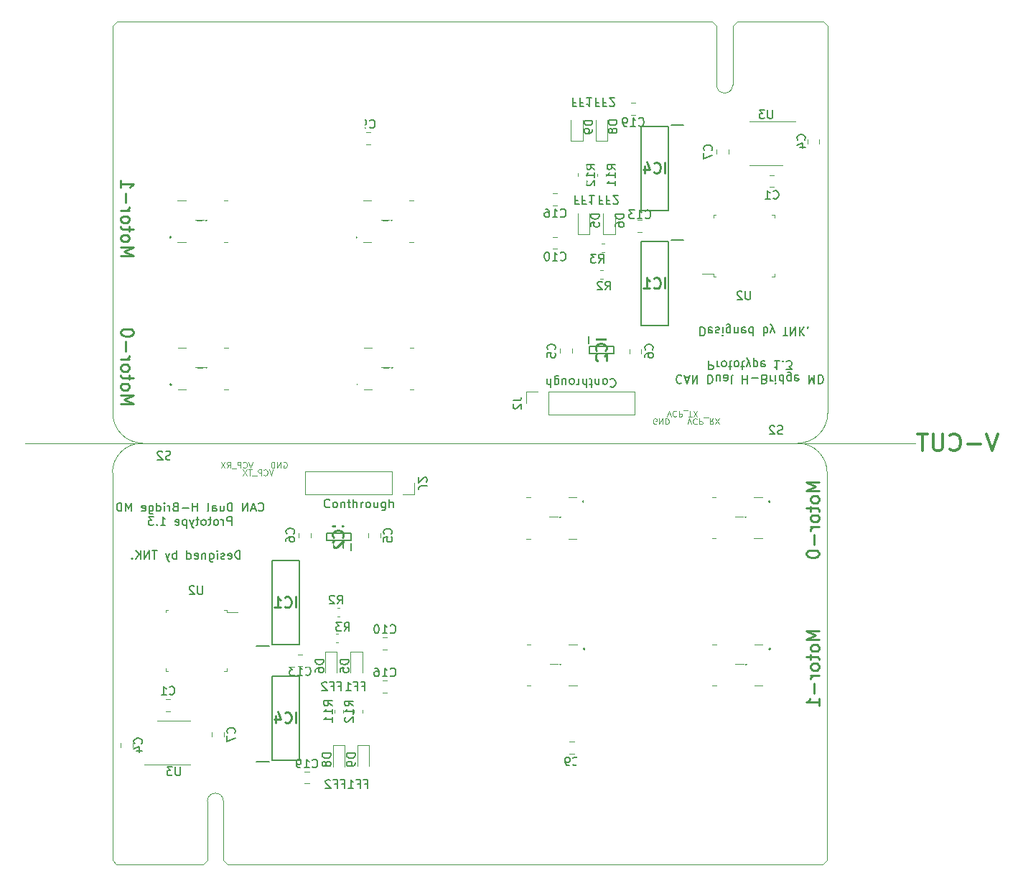
<source format=gbo>
G04 #@! TF.GenerationSoftware,KiCad,Pcbnew,(5.1.5)-3*
G04 #@! TF.CreationDate,2020-02-01T14:08:17+09:00*
G04 #@! TF.ProjectId,CAN_Dual_MDexpress,43414e5f-4475-4616-9c5f-4d4465787072,rev?*
G04 #@! TF.SameCoordinates,Original*
G04 #@! TF.FileFunction,Legend,Bot*
G04 #@! TF.FilePolarity,Positive*
%FSLAX46Y46*%
G04 Gerber Fmt 4.6, Leading zero omitted, Abs format (unit mm)*
G04 Created by KiCad (PCBNEW (5.1.5)-3) date 2020-02-01 14:08:17*
%MOMM*%
%LPD*%
G04 APERTURE LIST*
%ADD10C,0.150000*%
%ADD11C,0.100000*%
%ADD12C,0.225000*%
%ADD13C,0.120000*%
%ADD14C,0.300000*%
%ADD15C,0.200000*%
%ADD16C,0.254000*%
%ADD17R,0.702000X0.952000*%
%ADD18O,2.902000X1.602000*%
%ADD19C,5.202000*%
%ADD20R,4.382000X2.182000*%
%ADD21R,1.502000X0.597000*%
%ADD22R,0.662000X0.852000*%
%ADD23R,1.102000X0.852000*%
%ADD24R,1.802000X1.802000*%
%ADD25O,1.802000X1.802000*%
%ADD26R,0.802000X4.402000*%
%ADD27R,0.802000X3.302000*%
%ADD28R,1.702000X1.702000*%
%ADD29O,1.702000X1.702000*%
%ADD30R,1.602000X0.752000*%
G04 APERTURE END LIST*
D10*
X184642857Y-76347619D02*
X184642857Y-77347619D01*
X184880952Y-77347619D01*
X185023809Y-77300000D01*
X185119047Y-77204761D01*
X185166666Y-77109523D01*
X185214285Y-76919047D01*
X185214285Y-76776190D01*
X185166666Y-76585714D01*
X185119047Y-76490476D01*
X185023809Y-76395238D01*
X184880952Y-76347619D01*
X184642857Y-76347619D01*
X186023809Y-76395238D02*
X185928571Y-76347619D01*
X185738095Y-76347619D01*
X185642857Y-76395238D01*
X185595238Y-76490476D01*
X185595238Y-76871428D01*
X185642857Y-76966666D01*
X185738095Y-77014285D01*
X185928571Y-77014285D01*
X186023809Y-76966666D01*
X186071428Y-76871428D01*
X186071428Y-76776190D01*
X185595238Y-76680952D01*
X186452380Y-76395238D02*
X186547619Y-76347619D01*
X186738095Y-76347619D01*
X186833333Y-76395238D01*
X186880952Y-76490476D01*
X186880952Y-76538095D01*
X186833333Y-76633333D01*
X186738095Y-76680952D01*
X186595238Y-76680952D01*
X186500000Y-76728571D01*
X186452380Y-76823809D01*
X186452380Y-76871428D01*
X186500000Y-76966666D01*
X186595238Y-77014285D01*
X186738095Y-77014285D01*
X186833333Y-76966666D01*
X187309523Y-76347619D02*
X187309523Y-77014285D01*
X187309523Y-77347619D02*
X187261904Y-77300000D01*
X187309523Y-77252380D01*
X187357142Y-77300000D01*
X187309523Y-77347619D01*
X187309523Y-77252380D01*
X188214285Y-77014285D02*
X188214285Y-76204761D01*
X188166666Y-76109523D01*
X188119047Y-76061904D01*
X188023809Y-76014285D01*
X187880952Y-76014285D01*
X187785714Y-76061904D01*
X188214285Y-76395238D02*
X188119047Y-76347619D01*
X187928571Y-76347619D01*
X187833333Y-76395238D01*
X187785714Y-76442857D01*
X187738095Y-76538095D01*
X187738095Y-76823809D01*
X187785714Y-76919047D01*
X187833333Y-76966666D01*
X187928571Y-77014285D01*
X188119047Y-77014285D01*
X188214285Y-76966666D01*
X188690476Y-77014285D02*
X188690476Y-76347619D01*
X188690476Y-76919047D02*
X188738095Y-76966666D01*
X188833333Y-77014285D01*
X188976190Y-77014285D01*
X189071428Y-76966666D01*
X189119047Y-76871428D01*
X189119047Y-76347619D01*
X189976190Y-76395238D02*
X189880952Y-76347619D01*
X189690476Y-76347619D01*
X189595238Y-76395238D01*
X189547619Y-76490476D01*
X189547619Y-76871428D01*
X189595238Y-76966666D01*
X189690476Y-77014285D01*
X189880952Y-77014285D01*
X189976190Y-76966666D01*
X190023809Y-76871428D01*
X190023809Y-76776190D01*
X189547619Y-76680952D01*
X190880952Y-76347619D02*
X190880952Y-77347619D01*
X190880952Y-76395238D02*
X190785714Y-76347619D01*
X190595238Y-76347619D01*
X190500000Y-76395238D01*
X190452380Y-76442857D01*
X190404761Y-76538095D01*
X190404761Y-76823809D01*
X190452380Y-76919047D01*
X190500000Y-76966666D01*
X190595238Y-77014285D01*
X190785714Y-77014285D01*
X190880952Y-76966666D01*
X192119047Y-76347619D02*
X192119047Y-77347619D01*
X192119047Y-76966666D02*
X192214285Y-77014285D01*
X192404761Y-77014285D01*
X192500000Y-76966666D01*
X192547619Y-76919047D01*
X192595238Y-76823809D01*
X192595238Y-76538095D01*
X192547619Y-76442857D01*
X192500000Y-76395238D01*
X192404761Y-76347619D01*
X192214285Y-76347619D01*
X192119047Y-76395238D01*
X192928571Y-77014285D02*
X193166666Y-76347619D01*
X193404761Y-77014285D02*
X193166666Y-76347619D01*
X193071428Y-76109523D01*
X193023809Y-76061904D01*
X192928571Y-76014285D01*
X194404761Y-77347619D02*
X194976190Y-77347619D01*
X194690476Y-76347619D02*
X194690476Y-77347619D01*
X195309523Y-76347619D02*
X195309523Y-77347619D01*
X195880952Y-76347619D01*
X195880952Y-77347619D01*
X196357142Y-76347619D02*
X196357142Y-77347619D01*
X196928571Y-76347619D02*
X196500000Y-76919047D01*
X196928571Y-77347619D02*
X196357142Y-76776190D01*
X197357142Y-76442857D02*
X197404761Y-76395238D01*
X197357142Y-76347619D01*
X197309523Y-76395238D01*
X197357142Y-76442857D01*
X197357142Y-76347619D01*
X169938095Y-49871428D02*
X169604761Y-49871428D01*
X169604761Y-49347619D02*
X169604761Y-50347619D01*
X170080952Y-50347619D01*
X170795238Y-49871428D02*
X170461904Y-49871428D01*
X170461904Y-49347619D02*
X170461904Y-50347619D01*
X170938095Y-50347619D01*
X171842857Y-49347619D02*
X171271428Y-49347619D01*
X171557142Y-49347619D02*
X171557142Y-50347619D01*
X171461904Y-50204761D01*
X171366666Y-50109523D01*
X171271428Y-50061904D01*
X170238095Y-61373428D02*
X169904761Y-61373428D01*
X169904761Y-60849619D02*
X169904761Y-61849619D01*
X170380952Y-61849619D01*
X171095238Y-61373428D02*
X170761904Y-61373428D01*
X170761904Y-60849619D02*
X170761904Y-61849619D01*
X171238095Y-61849619D01*
X172142857Y-60849619D02*
X171571428Y-60849619D01*
X171857142Y-60849619D02*
X171857142Y-61849619D01*
X171761904Y-61706761D01*
X171666666Y-61611523D01*
X171571428Y-61563904D01*
X174052380Y-82492857D02*
X174100000Y-82445238D01*
X174242857Y-82397619D01*
X174338095Y-82397619D01*
X174480952Y-82445238D01*
X174576190Y-82540476D01*
X174623809Y-82635714D01*
X174671428Y-82826190D01*
X174671428Y-82969047D01*
X174623809Y-83159523D01*
X174576190Y-83254761D01*
X174480952Y-83350000D01*
X174338095Y-83397619D01*
X174242857Y-83397619D01*
X174100000Y-83350000D01*
X174052380Y-83302380D01*
X173480952Y-82397619D02*
X173576190Y-82445238D01*
X173623809Y-82492857D01*
X173671428Y-82588095D01*
X173671428Y-82873809D01*
X173623809Y-82969047D01*
X173576190Y-83016666D01*
X173480952Y-83064285D01*
X173338095Y-83064285D01*
X173242857Y-83016666D01*
X173195238Y-82969047D01*
X173147619Y-82873809D01*
X173147619Y-82588095D01*
X173195238Y-82492857D01*
X173242857Y-82445238D01*
X173338095Y-82397619D01*
X173480952Y-82397619D01*
X172719047Y-83064285D02*
X172719047Y-82397619D01*
X172719047Y-82969047D02*
X172671428Y-83016666D01*
X172576190Y-83064285D01*
X172433333Y-83064285D01*
X172338095Y-83016666D01*
X172290476Y-82921428D01*
X172290476Y-82397619D01*
X171957142Y-83064285D02*
X171576190Y-83064285D01*
X171814285Y-83397619D02*
X171814285Y-82540476D01*
X171766666Y-82445238D01*
X171671428Y-82397619D01*
X171576190Y-82397619D01*
X171242857Y-82397619D02*
X171242857Y-83397619D01*
X170814285Y-82397619D02*
X170814285Y-82921428D01*
X170861904Y-83016666D01*
X170957142Y-83064285D01*
X171100000Y-83064285D01*
X171195238Y-83016666D01*
X171242857Y-82969047D01*
X170338095Y-82397619D02*
X170338095Y-83064285D01*
X170338095Y-82873809D02*
X170290476Y-82969047D01*
X170242857Y-83016666D01*
X170147619Y-83064285D01*
X170052380Y-83064285D01*
X169576190Y-82397619D02*
X169671428Y-82445238D01*
X169719047Y-82492857D01*
X169766666Y-82588095D01*
X169766666Y-82873809D01*
X169719047Y-82969047D01*
X169671428Y-83016666D01*
X169576190Y-83064285D01*
X169433333Y-83064285D01*
X169338095Y-83016666D01*
X169290476Y-82969047D01*
X169242857Y-82873809D01*
X169242857Y-82588095D01*
X169290476Y-82492857D01*
X169338095Y-82445238D01*
X169433333Y-82397619D01*
X169576190Y-82397619D01*
X168385714Y-83064285D02*
X168385714Y-82397619D01*
X168814285Y-83064285D02*
X168814285Y-82540476D01*
X168766666Y-82445238D01*
X168671428Y-82397619D01*
X168528571Y-82397619D01*
X168433333Y-82445238D01*
X168385714Y-82492857D01*
X167480952Y-83064285D02*
X167480952Y-82254761D01*
X167528571Y-82159523D01*
X167576190Y-82111904D01*
X167671428Y-82064285D01*
X167814285Y-82064285D01*
X167909523Y-82111904D01*
X167480952Y-82445238D02*
X167576190Y-82397619D01*
X167766666Y-82397619D01*
X167861904Y-82445238D01*
X167909523Y-82492857D01*
X167957142Y-82588095D01*
X167957142Y-82873809D01*
X167909523Y-82969047D01*
X167861904Y-83016666D01*
X167766666Y-83064285D01*
X167576190Y-83064285D01*
X167480952Y-83016666D01*
X167004761Y-82397619D02*
X167004761Y-83397619D01*
X166576190Y-82397619D02*
X166576190Y-82921428D01*
X166623809Y-83016666D01*
X166719047Y-83064285D01*
X166861904Y-83064285D01*
X166957142Y-83016666D01*
X167004761Y-82969047D01*
D11*
X183140466Y-87784933D02*
X183373800Y-87084933D01*
X183607133Y-87784933D01*
X184240466Y-87151600D02*
X184207133Y-87118266D01*
X184107133Y-87084933D01*
X184040466Y-87084933D01*
X183940466Y-87118266D01*
X183873800Y-87184933D01*
X183840466Y-87251600D01*
X183807133Y-87384933D01*
X183807133Y-87484933D01*
X183840466Y-87618266D01*
X183873800Y-87684933D01*
X183940466Y-87751600D01*
X184040466Y-87784933D01*
X184107133Y-87784933D01*
X184207133Y-87751600D01*
X184240466Y-87718266D01*
X184540466Y-87084933D02*
X184540466Y-87784933D01*
X184807133Y-87784933D01*
X184873800Y-87751600D01*
X184907133Y-87718266D01*
X184940466Y-87651600D01*
X184940466Y-87551600D01*
X184907133Y-87484933D01*
X184873800Y-87451600D01*
X184807133Y-87418266D01*
X184540466Y-87418266D01*
X185073800Y-87018266D02*
X185607133Y-87018266D01*
X186173800Y-87084933D02*
X185940466Y-87418266D01*
X185773800Y-87084933D02*
X185773800Y-87784933D01*
X186040466Y-87784933D01*
X186107133Y-87751600D01*
X186140466Y-87718266D01*
X186173800Y-87651600D01*
X186173800Y-87551600D01*
X186140466Y-87484933D01*
X186107133Y-87451600D01*
X186040466Y-87418266D01*
X185773800Y-87418266D01*
X186407133Y-87784933D02*
X186873800Y-87084933D01*
X186873800Y-87784933D02*
X186407133Y-87084933D01*
X179490466Y-87751600D02*
X179423800Y-87784933D01*
X179323800Y-87784933D01*
X179223800Y-87751600D01*
X179157133Y-87684933D01*
X179123800Y-87618266D01*
X179090466Y-87484933D01*
X179090466Y-87384933D01*
X179123800Y-87251600D01*
X179157133Y-87184933D01*
X179223800Y-87118266D01*
X179323800Y-87084933D01*
X179390466Y-87084933D01*
X179490466Y-87118266D01*
X179523800Y-87151600D01*
X179523800Y-87384933D01*
X179390466Y-87384933D01*
X179823800Y-87084933D02*
X179823800Y-87784933D01*
X180223800Y-87084933D01*
X180223800Y-87784933D01*
X180557133Y-87084933D02*
X180557133Y-87784933D01*
X180723800Y-87784933D01*
X180823800Y-87751600D01*
X180890466Y-87684933D01*
X180923800Y-87618266D01*
X180957133Y-87484933D01*
X180957133Y-87384933D01*
X180923800Y-87251600D01*
X180890466Y-87184933D01*
X180823800Y-87118266D01*
X180723800Y-87084933D01*
X180557133Y-87084933D01*
D12*
X116321428Y-67892857D02*
X117821428Y-67892857D01*
X116750000Y-67392857D01*
X117821428Y-66892857D01*
X116321428Y-66892857D01*
X116321428Y-65964285D02*
X116392857Y-66107142D01*
X116464285Y-66178571D01*
X116607142Y-66250000D01*
X117035714Y-66250000D01*
X117178571Y-66178571D01*
X117250000Y-66107142D01*
X117321428Y-65964285D01*
X117321428Y-65750000D01*
X117250000Y-65607142D01*
X117178571Y-65535714D01*
X117035714Y-65464285D01*
X116607142Y-65464285D01*
X116464285Y-65535714D01*
X116392857Y-65607142D01*
X116321428Y-65750000D01*
X116321428Y-65964285D01*
X117321428Y-65035714D02*
X117321428Y-64464285D01*
X117821428Y-64821428D02*
X116535714Y-64821428D01*
X116392857Y-64750000D01*
X116321428Y-64607142D01*
X116321428Y-64464285D01*
X116321428Y-63750000D02*
X116392857Y-63892857D01*
X116464285Y-63964285D01*
X116607142Y-64035714D01*
X117035714Y-64035714D01*
X117178571Y-63964285D01*
X117250000Y-63892857D01*
X117321428Y-63750000D01*
X117321428Y-63535714D01*
X117250000Y-63392857D01*
X117178571Y-63321428D01*
X117035714Y-63250000D01*
X116607142Y-63250000D01*
X116464285Y-63321428D01*
X116392857Y-63392857D01*
X116321428Y-63535714D01*
X116321428Y-63750000D01*
X116321428Y-62607142D02*
X117321428Y-62607142D01*
X117035714Y-62607142D02*
X117178571Y-62535714D01*
X117250000Y-62464285D01*
X117321428Y-62321428D01*
X117321428Y-62178571D01*
X116892857Y-61678571D02*
X116892857Y-60535714D01*
X116321428Y-59035714D02*
X116321428Y-59892857D01*
X116321428Y-59464285D02*
X117821428Y-59464285D01*
X117607142Y-59607142D01*
X117464285Y-59750000D01*
X117392857Y-59892857D01*
D10*
X182452380Y-82067857D02*
X182404761Y-82020238D01*
X182261904Y-81972619D01*
X182166666Y-81972619D01*
X182023809Y-82020238D01*
X181928571Y-82115476D01*
X181880952Y-82210714D01*
X181833333Y-82401190D01*
X181833333Y-82544047D01*
X181880952Y-82734523D01*
X181928571Y-82829761D01*
X182023809Y-82925000D01*
X182166666Y-82972619D01*
X182261904Y-82972619D01*
X182404761Y-82925000D01*
X182452380Y-82877380D01*
X182833333Y-82258333D02*
X183309523Y-82258333D01*
X182738095Y-81972619D02*
X183071428Y-82972619D01*
X183404761Y-81972619D01*
X183738095Y-81972619D02*
X183738095Y-82972619D01*
X184309523Y-81972619D01*
X184309523Y-82972619D01*
X185547619Y-81972619D02*
X185547619Y-82972619D01*
X185785714Y-82972619D01*
X185928571Y-82925000D01*
X186023809Y-82829761D01*
X186071428Y-82734523D01*
X186119047Y-82544047D01*
X186119047Y-82401190D01*
X186071428Y-82210714D01*
X186023809Y-82115476D01*
X185928571Y-82020238D01*
X185785714Y-81972619D01*
X185547619Y-81972619D01*
X186976190Y-82639285D02*
X186976190Y-81972619D01*
X186547619Y-82639285D02*
X186547619Y-82115476D01*
X186595238Y-82020238D01*
X186690476Y-81972619D01*
X186833333Y-81972619D01*
X186928571Y-82020238D01*
X186976190Y-82067857D01*
X187880952Y-81972619D02*
X187880952Y-82496428D01*
X187833333Y-82591666D01*
X187738095Y-82639285D01*
X187547619Y-82639285D01*
X187452380Y-82591666D01*
X187880952Y-82020238D02*
X187785714Y-81972619D01*
X187547619Y-81972619D01*
X187452380Y-82020238D01*
X187404761Y-82115476D01*
X187404761Y-82210714D01*
X187452380Y-82305952D01*
X187547619Y-82353571D01*
X187785714Y-82353571D01*
X187880952Y-82401190D01*
X188500000Y-81972619D02*
X188404761Y-82020238D01*
X188357142Y-82115476D01*
X188357142Y-82972619D01*
X189642857Y-81972619D02*
X189642857Y-82972619D01*
X189642857Y-82496428D02*
X190214285Y-82496428D01*
X190214285Y-81972619D02*
X190214285Y-82972619D01*
X190690476Y-82353571D02*
X191452380Y-82353571D01*
X192261904Y-82496428D02*
X192404761Y-82448809D01*
X192452380Y-82401190D01*
X192500000Y-82305952D01*
X192500000Y-82163095D01*
X192452380Y-82067857D01*
X192404761Y-82020238D01*
X192309523Y-81972619D01*
X191928571Y-81972619D01*
X191928571Y-82972619D01*
X192261904Y-82972619D01*
X192357142Y-82925000D01*
X192404761Y-82877380D01*
X192452380Y-82782142D01*
X192452380Y-82686904D01*
X192404761Y-82591666D01*
X192357142Y-82544047D01*
X192261904Y-82496428D01*
X191928571Y-82496428D01*
X192928571Y-81972619D02*
X192928571Y-82639285D01*
X192928571Y-82448809D02*
X192976190Y-82544047D01*
X193023809Y-82591666D01*
X193119047Y-82639285D01*
X193214285Y-82639285D01*
X193547619Y-81972619D02*
X193547619Y-82639285D01*
X193547619Y-82972619D02*
X193500000Y-82925000D01*
X193547619Y-82877380D01*
X193595238Y-82925000D01*
X193547619Y-82972619D01*
X193547619Y-82877380D01*
X194452380Y-81972619D02*
X194452380Y-82972619D01*
X194452380Y-82020238D02*
X194357142Y-81972619D01*
X194166666Y-81972619D01*
X194071428Y-82020238D01*
X194023809Y-82067857D01*
X193976190Y-82163095D01*
X193976190Y-82448809D01*
X194023809Y-82544047D01*
X194071428Y-82591666D01*
X194166666Y-82639285D01*
X194357142Y-82639285D01*
X194452380Y-82591666D01*
X195357142Y-82639285D02*
X195357142Y-81829761D01*
X195309523Y-81734523D01*
X195261904Y-81686904D01*
X195166666Y-81639285D01*
X195023809Y-81639285D01*
X194928571Y-81686904D01*
X195357142Y-82020238D02*
X195261904Y-81972619D01*
X195071428Y-81972619D01*
X194976190Y-82020238D01*
X194928571Y-82067857D01*
X194880952Y-82163095D01*
X194880952Y-82448809D01*
X194928571Y-82544047D01*
X194976190Y-82591666D01*
X195071428Y-82639285D01*
X195261904Y-82639285D01*
X195357142Y-82591666D01*
X196214285Y-82020238D02*
X196119047Y-81972619D01*
X195928571Y-81972619D01*
X195833333Y-82020238D01*
X195785714Y-82115476D01*
X195785714Y-82496428D01*
X195833333Y-82591666D01*
X195928571Y-82639285D01*
X196119047Y-82639285D01*
X196214285Y-82591666D01*
X196261904Y-82496428D01*
X196261904Y-82401190D01*
X195785714Y-82305952D01*
X197452380Y-81972619D02*
X197452380Y-82972619D01*
X197785714Y-82258333D01*
X198119047Y-82972619D01*
X198119047Y-81972619D01*
X198595238Y-81972619D02*
X198595238Y-82972619D01*
X198833333Y-82972619D01*
X198976190Y-82925000D01*
X199071428Y-82829761D01*
X199119047Y-82734523D01*
X199166666Y-82544047D01*
X199166666Y-82401190D01*
X199119047Y-82210714D01*
X199071428Y-82115476D01*
X198976190Y-82020238D01*
X198833333Y-81972619D01*
X198595238Y-81972619D01*
X185619047Y-80322619D02*
X185619047Y-81322619D01*
X186000000Y-81322619D01*
X186095238Y-81275000D01*
X186142857Y-81227380D01*
X186190476Y-81132142D01*
X186190476Y-80989285D01*
X186142857Y-80894047D01*
X186095238Y-80846428D01*
X186000000Y-80798809D01*
X185619047Y-80798809D01*
X186619047Y-80322619D02*
X186619047Y-80989285D01*
X186619047Y-80798809D02*
X186666666Y-80894047D01*
X186714285Y-80941666D01*
X186809523Y-80989285D01*
X186904761Y-80989285D01*
X187380952Y-80322619D02*
X187285714Y-80370238D01*
X187238095Y-80417857D01*
X187190476Y-80513095D01*
X187190476Y-80798809D01*
X187238095Y-80894047D01*
X187285714Y-80941666D01*
X187380952Y-80989285D01*
X187523809Y-80989285D01*
X187619047Y-80941666D01*
X187666666Y-80894047D01*
X187714285Y-80798809D01*
X187714285Y-80513095D01*
X187666666Y-80417857D01*
X187619047Y-80370238D01*
X187523809Y-80322619D01*
X187380952Y-80322619D01*
X188000000Y-80989285D02*
X188380952Y-80989285D01*
X188142857Y-81322619D02*
X188142857Y-80465476D01*
X188190476Y-80370238D01*
X188285714Y-80322619D01*
X188380952Y-80322619D01*
X188857142Y-80322619D02*
X188761904Y-80370238D01*
X188714285Y-80417857D01*
X188666666Y-80513095D01*
X188666666Y-80798809D01*
X188714285Y-80894047D01*
X188761904Y-80941666D01*
X188857142Y-80989285D01*
X189000000Y-80989285D01*
X189095238Y-80941666D01*
X189142857Y-80894047D01*
X189190476Y-80798809D01*
X189190476Y-80513095D01*
X189142857Y-80417857D01*
X189095238Y-80370238D01*
X189000000Y-80322619D01*
X188857142Y-80322619D01*
X189476190Y-80989285D02*
X189857142Y-80989285D01*
X189619047Y-81322619D02*
X189619047Y-80465476D01*
X189666666Y-80370238D01*
X189761904Y-80322619D01*
X189857142Y-80322619D01*
X190095238Y-80989285D02*
X190333333Y-80322619D01*
X190571428Y-80989285D02*
X190333333Y-80322619D01*
X190238095Y-80084523D01*
X190190476Y-80036904D01*
X190095238Y-79989285D01*
X190952380Y-80989285D02*
X190952380Y-79989285D01*
X190952380Y-80941666D02*
X191047619Y-80989285D01*
X191238095Y-80989285D01*
X191333333Y-80941666D01*
X191380952Y-80894047D01*
X191428571Y-80798809D01*
X191428571Y-80513095D01*
X191380952Y-80417857D01*
X191333333Y-80370238D01*
X191238095Y-80322619D01*
X191047619Y-80322619D01*
X190952380Y-80370238D01*
X192238095Y-80370238D02*
X192142857Y-80322619D01*
X191952380Y-80322619D01*
X191857142Y-80370238D01*
X191809523Y-80465476D01*
X191809523Y-80846428D01*
X191857142Y-80941666D01*
X191952380Y-80989285D01*
X192142857Y-80989285D01*
X192238095Y-80941666D01*
X192285714Y-80846428D01*
X192285714Y-80751190D01*
X191809523Y-80655952D01*
X194000000Y-80322619D02*
X193428571Y-80322619D01*
X193714285Y-80322619D02*
X193714285Y-81322619D01*
X193619047Y-81179761D01*
X193523809Y-81084523D01*
X193428571Y-81036904D01*
X194428571Y-80417857D02*
X194476190Y-80370238D01*
X194428571Y-80322619D01*
X194380952Y-80370238D01*
X194428571Y-80417857D01*
X194428571Y-80322619D01*
X194809523Y-81322619D02*
X195428571Y-81322619D01*
X195095238Y-80941666D01*
X195238095Y-80941666D01*
X195333333Y-80894047D01*
X195380952Y-80846428D01*
X195428571Y-80751190D01*
X195428571Y-80513095D01*
X195380952Y-80417857D01*
X195333333Y-80370238D01*
X195238095Y-80322619D01*
X194952380Y-80322619D01*
X194857142Y-80370238D01*
X194809523Y-80417857D01*
X173060095Y-61373428D02*
X172726761Y-61373428D01*
X172726761Y-60849619D02*
X172726761Y-61849619D01*
X173202952Y-61849619D01*
X173917238Y-61373428D02*
X173583904Y-61373428D01*
X173583904Y-60849619D02*
X173583904Y-61849619D01*
X174060095Y-61849619D01*
X174393428Y-61754380D02*
X174441047Y-61802000D01*
X174536285Y-61849619D01*
X174774380Y-61849619D01*
X174869619Y-61802000D01*
X174917238Y-61754380D01*
X174964857Y-61659142D01*
X174964857Y-61563904D01*
X174917238Y-61421047D01*
X174345809Y-60849619D01*
X174964857Y-60849619D01*
X172638095Y-49871428D02*
X172304761Y-49871428D01*
X172304761Y-49347619D02*
X172304761Y-50347619D01*
X172780952Y-50347619D01*
X173495238Y-49871428D02*
X173161904Y-49871428D01*
X173161904Y-49347619D02*
X173161904Y-50347619D01*
X173638095Y-50347619D01*
X173971428Y-50252380D02*
X174019047Y-50300000D01*
X174114285Y-50347619D01*
X174352380Y-50347619D01*
X174447619Y-50300000D01*
X174495238Y-50252380D01*
X174542857Y-50157142D01*
X174542857Y-50061904D01*
X174495238Y-49919047D01*
X173923809Y-49347619D01*
X174542857Y-49347619D01*
D11*
X180723800Y-86884933D02*
X180957133Y-86184933D01*
X181190466Y-86884933D01*
X181823800Y-86251600D02*
X181790466Y-86218266D01*
X181690466Y-86184933D01*
X181623800Y-86184933D01*
X181523800Y-86218266D01*
X181457133Y-86284933D01*
X181423800Y-86351600D01*
X181390466Y-86484933D01*
X181390466Y-86584933D01*
X181423800Y-86718266D01*
X181457133Y-86784933D01*
X181523800Y-86851600D01*
X181623800Y-86884933D01*
X181690466Y-86884933D01*
X181790466Y-86851600D01*
X181823800Y-86818266D01*
X182123800Y-86184933D02*
X182123800Y-86884933D01*
X182390466Y-86884933D01*
X182457133Y-86851600D01*
X182490466Y-86818266D01*
X182523800Y-86751600D01*
X182523800Y-86651600D01*
X182490466Y-86584933D01*
X182457133Y-86551600D01*
X182390466Y-86518266D01*
X182123800Y-86518266D01*
X182657133Y-86118266D02*
X183190466Y-86118266D01*
X183257133Y-86884933D02*
X183657133Y-86884933D01*
X183457133Y-86184933D02*
X183457133Y-86884933D01*
X183823800Y-86884933D02*
X184290466Y-86184933D01*
X184290466Y-86884933D02*
X183823800Y-86184933D01*
D12*
X116321428Y-85392857D02*
X117821428Y-85392857D01*
X116750000Y-84892857D01*
X117821428Y-84392857D01*
X116321428Y-84392857D01*
X116321428Y-83464285D02*
X116392857Y-83607142D01*
X116464285Y-83678571D01*
X116607142Y-83750000D01*
X117035714Y-83750000D01*
X117178571Y-83678571D01*
X117250000Y-83607142D01*
X117321428Y-83464285D01*
X117321428Y-83250000D01*
X117250000Y-83107142D01*
X117178571Y-83035714D01*
X117035714Y-82964285D01*
X116607142Y-82964285D01*
X116464285Y-83035714D01*
X116392857Y-83107142D01*
X116321428Y-83250000D01*
X116321428Y-83464285D01*
X117321428Y-82535714D02*
X117321428Y-81964285D01*
X117821428Y-82321428D02*
X116535714Y-82321428D01*
X116392857Y-82250000D01*
X116321428Y-82107142D01*
X116321428Y-81964285D01*
X116321428Y-81250000D02*
X116392857Y-81392857D01*
X116464285Y-81464285D01*
X116607142Y-81535714D01*
X117035714Y-81535714D01*
X117178571Y-81464285D01*
X117250000Y-81392857D01*
X117321428Y-81250000D01*
X117321428Y-81035714D01*
X117250000Y-80892857D01*
X117178571Y-80821428D01*
X117035714Y-80750000D01*
X116607142Y-80750000D01*
X116464285Y-80821428D01*
X116392857Y-80892857D01*
X116321428Y-81035714D01*
X116321428Y-81250000D01*
X116321428Y-80107142D02*
X117321428Y-80107142D01*
X117035714Y-80107142D02*
X117178571Y-80035714D01*
X117250000Y-79964285D01*
X117321428Y-79821428D01*
X117321428Y-79678571D01*
X116892857Y-79178571D02*
X116892857Y-78035714D01*
X117821428Y-77035714D02*
X117821428Y-76892857D01*
X117750000Y-76750000D01*
X117678571Y-76678571D01*
X117535714Y-76607142D01*
X117250000Y-76535714D01*
X116892857Y-76535714D01*
X116607142Y-76607142D01*
X116464285Y-76678571D01*
X116392857Y-76750000D01*
X116321428Y-76892857D01*
X116321428Y-77035714D01*
X116392857Y-77178571D01*
X116464285Y-77250000D01*
X116607142Y-77321428D01*
X116892857Y-77392857D01*
X117250000Y-77392857D01*
X117535714Y-77321428D01*
X117678571Y-77250000D01*
X117750000Y-77178571D01*
X117821428Y-77035714D01*
D11*
X199680000Y-86500000D02*
G75*
G02X196180000Y-90000000I-3500000J0D01*
G01*
X115380000Y-86500000D02*
X115380000Y-48750000D01*
X199680000Y-86500000D02*
X199680000Y-48750000D01*
X118880000Y-90000000D02*
G75*
G02X115380000Y-86500000I0J3500000D01*
G01*
X199620000Y-93500000D02*
X199620000Y-131250000D01*
X115320000Y-93500000D02*
X115320000Y-131250000D01*
D10*
X132547619Y-97932142D02*
X132595238Y-97979761D01*
X132738095Y-98027380D01*
X132833333Y-98027380D01*
X132976190Y-97979761D01*
X133071428Y-97884523D01*
X133119047Y-97789285D01*
X133166666Y-97598809D01*
X133166666Y-97455952D01*
X133119047Y-97265476D01*
X133071428Y-97170238D01*
X132976190Y-97075000D01*
X132833333Y-97027380D01*
X132738095Y-97027380D01*
X132595238Y-97075000D01*
X132547619Y-97122619D01*
X132166666Y-97741666D02*
X131690476Y-97741666D01*
X132261904Y-98027380D02*
X131928571Y-97027380D01*
X131595238Y-98027380D01*
X131261904Y-98027380D02*
X131261904Y-97027380D01*
X130690476Y-98027380D01*
X130690476Y-97027380D01*
X129452380Y-98027380D02*
X129452380Y-97027380D01*
X129214285Y-97027380D01*
X129071428Y-97075000D01*
X128976190Y-97170238D01*
X128928571Y-97265476D01*
X128880952Y-97455952D01*
X128880952Y-97598809D01*
X128928571Y-97789285D01*
X128976190Y-97884523D01*
X129071428Y-97979761D01*
X129214285Y-98027380D01*
X129452380Y-98027380D01*
X128023809Y-97360714D02*
X128023809Y-98027380D01*
X128452380Y-97360714D02*
X128452380Y-97884523D01*
X128404761Y-97979761D01*
X128309523Y-98027380D01*
X128166666Y-98027380D01*
X128071428Y-97979761D01*
X128023809Y-97932142D01*
X127119047Y-98027380D02*
X127119047Y-97503571D01*
X127166666Y-97408333D01*
X127261904Y-97360714D01*
X127452380Y-97360714D01*
X127547619Y-97408333D01*
X127119047Y-97979761D02*
X127214285Y-98027380D01*
X127452380Y-98027380D01*
X127547619Y-97979761D01*
X127595238Y-97884523D01*
X127595238Y-97789285D01*
X127547619Y-97694047D01*
X127452380Y-97646428D01*
X127214285Y-97646428D01*
X127119047Y-97598809D01*
X126500000Y-98027380D02*
X126595238Y-97979761D01*
X126642857Y-97884523D01*
X126642857Y-97027380D01*
X125357142Y-98027380D02*
X125357142Y-97027380D01*
X125357142Y-97503571D02*
X124785714Y-97503571D01*
X124785714Y-98027380D02*
X124785714Y-97027380D01*
X124309523Y-97646428D02*
X123547619Y-97646428D01*
X122738095Y-97503571D02*
X122595238Y-97551190D01*
X122547619Y-97598809D01*
X122500000Y-97694047D01*
X122500000Y-97836904D01*
X122547619Y-97932142D01*
X122595238Y-97979761D01*
X122690476Y-98027380D01*
X123071428Y-98027380D01*
X123071428Y-97027380D01*
X122738095Y-97027380D01*
X122642857Y-97075000D01*
X122595238Y-97122619D01*
X122547619Y-97217857D01*
X122547619Y-97313095D01*
X122595238Y-97408333D01*
X122642857Y-97455952D01*
X122738095Y-97503571D01*
X123071428Y-97503571D01*
X122071428Y-98027380D02*
X122071428Y-97360714D01*
X122071428Y-97551190D02*
X122023809Y-97455952D01*
X121976190Y-97408333D01*
X121880952Y-97360714D01*
X121785714Y-97360714D01*
X121452380Y-98027380D02*
X121452380Y-97360714D01*
X121452380Y-97027380D02*
X121500000Y-97075000D01*
X121452380Y-97122619D01*
X121404761Y-97075000D01*
X121452380Y-97027380D01*
X121452380Y-97122619D01*
X120547619Y-98027380D02*
X120547619Y-97027380D01*
X120547619Y-97979761D02*
X120642857Y-98027380D01*
X120833333Y-98027380D01*
X120928571Y-97979761D01*
X120976190Y-97932142D01*
X121023809Y-97836904D01*
X121023809Y-97551190D01*
X120976190Y-97455952D01*
X120928571Y-97408333D01*
X120833333Y-97360714D01*
X120642857Y-97360714D01*
X120547619Y-97408333D01*
X119642857Y-97360714D02*
X119642857Y-98170238D01*
X119690476Y-98265476D01*
X119738095Y-98313095D01*
X119833333Y-98360714D01*
X119976190Y-98360714D01*
X120071428Y-98313095D01*
X119642857Y-97979761D02*
X119738095Y-98027380D01*
X119928571Y-98027380D01*
X120023809Y-97979761D01*
X120071428Y-97932142D01*
X120119047Y-97836904D01*
X120119047Y-97551190D01*
X120071428Y-97455952D01*
X120023809Y-97408333D01*
X119928571Y-97360714D01*
X119738095Y-97360714D01*
X119642857Y-97408333D01*
X118785714Y-97979761D02*
X118880952Y-98027380D01*
X119071428Y-98027380D01*
X119166666Y-97979761D01*
X119214285Y-97884523D01*
X119214285Y-97503571D01*
X119166666Y-97408333D01*
X119071428Y-97360714D01*
X118880952Y-97360714D01*
X118785714Y-97408333D01*
X118738095Y-97503571D01*
X118738095Y-97598809D01*
X119214285Y-97694047D01*
X117547619Y-98027380D02*
X117547619Y-97027380D01*
X117214285Y-97741666D01*
X116880952Y-97027380D01*
X116880952Y-98027380D01*
X116404761Y-98027380D02*
X116404761Y-97027380D01*
X116166666Y-97027380D01*
X116023809Y-97075000D01*
X115928571Y-97170238D01*
X115880952Y-97265476D01*
X115833333Y-97455952D01*
X115833333Y-97598809D01*
X115880952Y-97789285D01*
X115928571Y-97884523D01*
X116023809Y-97979761D01*
X116166666Y-98027380D01*
X116404761Y-98027380D01*
X129380952Y-99677380D02*
X129380952Y-98677380D01*
X129000000Y-98677380D01*
X128904761Y-98725000D01*
X128857142Y-98772619D01*
X128809523Y-98867857D01*
X128809523Y-99010714D01*
X128857142Y-99105952D01*
X128904761Y-99153571D01*
X129000000Y-99201190D01*
X129380952Y-99201190D01*
X128380952Y-99677380D02*
X128380952Y-99010714D01*
X128380952Y-99201190D02*
X128333333Y-99105952D01*
X128285714Y-99058333D01*
X128190476Y-99010714D01*
X128095238Y-99010714D01*
X127619047Y-99677380D02*
X127714285Y-99629761D01*
X127761904Y-99582142D01*
X127809523Y-99486904D01*
X127809523Y-99201190D01*
X127761904Y-99105952D01*
X127714285Y-99058333D01*
X127619047Y-99010714D01*
X127476190Y-99010714D01*
X127380952Y-99058333D01*
X127333333Y-99105952D01*
X127285714Y-99201190D01*
X127285714Y-99486904D01*
X127333333Y-99582142D01*
X127380952Y-99629761D01*
X127476190Y-99677380D01*
X127619047Y-99677380D01*
X127000000Y-99010714D02*
X126619047Y-99010714D01*
X126857142Y-98677380D02*
X126857142Y-99534523D01*
X126809523Y-99629761D01*
X126714285Y-99677380D01*
X126619047Y-99677380D01*
X126142857Y-99677380D02*
X126238095Y-99629761D01*
X126285714Y-99582142D01*
X126333333Y-99486904D01*
X126333333Y-99201190D01*
X126285714Y-99105952D01*
X126238095Y-99058333D01*
X126142857Y-99010714D01*
X126000000Y-99010714D01*
X125904761Y-99058333D01*
X125857142Y-99105952D01*
X125809523Y-99201190D01*
X125809523Y-99486904D01*
X125857142Y-99582142D01*
X125904761Y-99629761D01*
X126000000Y-99677380D01*
X126142857Y-99677380D01*
X125523809Y-99010714D02*
X125142857Y-99010714D01*
X125380952Y-98677380D02*
X125380952Y-99534523D01*
X125333333Y-99629761D01*
X125238095Y-99677380D01*
X125142857Y-99677380D01*
X124904761Y-99010714D02*
X124666666Y-99677380D01*
X124428571Y-99010714D02*
X124666666Y-99677380D01*
X124761904Y-99915476D01*
X124809523Y-99963095D01*
X124904761Y-100010714D01*
X124047619Y-99010714D02*
X124047619Y-100010714D01*
X124047619Y-99058333D02*
X123952380Y-99010714D01*
X123761904Y-99010714D01*
X123666666Y-99058333D01*
X123619047Y-99105952D01*
X123571428Y-99201190D01*
X123571428Y-99486904D01*
X123619047Y-99582142D01*
X123666666Y-99629761D01*
X123761904Y-99677380D01*
X123952380Y-99677380D01*
X124047619Y-99629761D01*
X122761904Y-99629761D02*
X122857142Y-99677380D01*
X123047619Y-99677380D01*
X123142857Y-99629761D01*
X123190476Y-99534523D01*
X123190476Y-99153571D01*
X123142857Y-99058333D01*
X123047619Y-99010714D01*
X122857142Y-99010714D01*
X122761904Y-99058333D01*
X122714285Y-99153571D01*
X122714285Y-99248809D01*
X123190476Y-99344047D01*
X121000000Y-99677380D02*
X121571428Y-99677380D01*
X121285714Y-99677380D02*
X121285714Y-98677380D01*
X121380952Y-98820238D01*
X121476190Y-98915476D01*
X121571428Y-98963095D01*
X120571428Y-99582142D02*
X120523809Y-99629761D01*
X120571428Y-99677380D01*
X120619047Y-99629761D01*
X120571428Y-99582142D01*
X120571428Y-99677380D01*
X120190476Y-98677380D02*
X119571428Y-98677380D01*
X119904761Y-99058333D01*
X119761904Y-99058333D01*
X119666666Y-99105952D01*
X119619047Y-99153571D01*
X119571428Y-99248809D01*
X119571428Y-99486904D01*
X119619047Y-99582142D01*
X119666666Y-99629761D01*
X119761904Y-99677380D01*
X120047619Y-99677380D01*
X120142857Y-99629761D01*
X120190476Y-99582142D01*
X145061904Y-130128571D02*
X145395238Y-130128571D01*
X145395238Y-130652380D02*
X145395238Y-129652380D01*
X144919047Y-129652380D01*
X144204761Y-130128571D02*
X144538095Y-130128571D01*
X144538095Y-130652380D02*
X144538095Y-129652380D01*
X144061904Y-129652380D01*
X143157142Y-130652380D02*
X143728571Y-130652380D01*
X143442857Y-130652380D02*
X143442857Y-129652380D01*
X143538095Y-129795238D01*
X143633333Y-129890476D01*
X143728571Y-129938095D01*
X142361904Y-130128571D02*
X142695238Y-130128571D01*
X142695238Y-130652380D02*
X142695238Y-129652380D01*
X142219047Y-129652380D01*
X141504761Y-130128571D02*
X141838095Y-130128571D01*
X141838095Y-130652380D02*
X141838095Y-129652380D01*
X141361904Y-129652380D01*
X141028571Y-129747619D02*
X140980952Y-129700000D01*
X140885714Y-129652380D01*
X140647619Y-129652380D01*
X140552380Y-129700000D01*
X140504761Y-129747619D01*
X140457142Y-129842857D01*
X140457142Y-129938095D01*
X140504761Y-130080952D01*
X141076190Y-130652380D01*
X140457142Y-130652380D01*
X141939904Y-118626571D02*
X142273238Y-118626571D01*
X142273238Y-119150380D02*
X142273238Y-118150380D01*
X141797047Y-118150380D01*
X141082761Y-118626571D02*
X141416095Y-118626571D01*
X141416095Y-119150380D02*
X141416095Y-118150380D01*
X140939904Y-118150380D01*
X140606571Y-118245619D02*
X140558952Y-118198000D01*
X140463714Y-118150380D01*
X140225619Y-118150380D01*
X140130380Y-118198000D01*
X140082761Y-118245619D01*
X140035142Y-118340857D01*
X140035142Y-118436095D01*
X140082761Y-118578952D01*
X140654190Y-119150380D01*
X140035142Y-119150380D01*
X144761904Y-118626571D02*
X145095238Y-118626571D01*
X145095238Y-119150380D02*
X145095238Y-118150380D01*
X144619047Y-118150380D01*
X143904761Y-118626571D02*
X144238095Y-118626571D01*
X144238095Y-119150380D02*
X144238095Y-118150380D01*
X143761904Y-118150380D01*
X142857142Y-119150380D02*
X143428571Y-119150380D01*
X143142857Y-119150380D02*
X143142857Y-118150380D01*
X143238095Y-118293238D01*
X143333333Y-118388476D01*
X143428571Y-118436095D01*
D11*
X134276200Y-93115066D02*
X134042866Y-93815066D01*
X133809533Y-93115066D01*
X133176200Y-93748400D02*
X133209533Y-93781733D01*
X133309533Y-93815066D01*
X133376200Y-93815066D01*
X133476200Y-93781733D01*
X133542866Y-93715066D01*
X133576200Y-93648400D01*
X133609533Y-93515066D01*
X133609533Y-93415066D01*
X133576200Y-93281733D01*
X133542866Y-93215066D01*
X133476200Y-93148400D01*
X133376200Y-93115066D01*
X133309533Y-93115066D01*
X133209533Y-93148400D01*
X133176200Y-93181733D01*
X132876200Y-93815066D02*
X132876200Y-93115066D01*
X132609533Y-93115066D01*
X132542866Y-93148400D01*
X132509533Y-93181733D01*
X132476200Y-93248400D01*
X132476200Y-93348400D01*
X132509533Y-93415066D01*
X132542866Y-93448400D01*
X132609533Y-93481733D01*
X132876200Y-93481733D01*
X132342866Y-93881733D02*
X131809533Y-93881733D01*
X131742866Y-93115066D02*
X131342866Y-93115066D01*
X131542866Y-93815066D02*
X131542866Y-93115066D01*
X131176200Y-93115066D02*
X130709533Y-93815066D01*
X130709533Y-93115066D02*
X131176200Y-93815066D01*
X131859533Y-92215066D02*
X131626200Y-92915066D01*
X131392866Y-92215066D01*
X130759533Y-92848400D02*
X130792866Y-92881733D01*
X130892866Y-92915066D01*
X130959533Y-92915066D01*
X131059533Y-92881733D01*
X131126200Y-92815066D01*
X131159533Y-92748400D01*
X131192866Y-92615066D01*
X131192866Y-92515066D01*
X131159533Y-92381733D01*
X131126200Y-92315066D01*
X131059533Y-92248400D01*
X130959533Y-92215066D01*
X130892866Y-92215066D01*
X130792866Y-92248400D01*
X130759533Y-92281733D01*
X130459533Y-92915066D02*
X130459533Y-92215066D01*
X130192866Y-92215066D01*
X130126200Y-92248400D01*
X130092866Y-92281733D01*
X130059533Y-92348400D01*
X130059533Y-92448400D01*
X130092866Y-92515066D01*
X130126200Y-92548400D01*
X130192866Y-92581733D01*
X130459533Y-92581733D01*
X129926200Y-92981733D02*
X129392866Y-92981733D01*
X128826200Y-92915066D02*
X129059533Y-92581733D01*
X129226200Y-92915066D02*
X129226200Y-92215066D01*
X128959533Y-92215066D01*
X128892866Y-92248400D01*
X128859533Y-92281733D01*
X128826200Y-92348400D01*
X128826200Y-92448400D01*
X128859533Y-92515066D01*
X128892866Y-92548400D01*
X128959533Y-92581733D01*
X129226200Y-92581733D01*
X128592866Y-92215066D02*
X128126200Y-92915066D01*
X128126200Y-92215066D02*
X128592866Y-92915066D01*
X196120000Y-90000000D02*
G75*
G02X199620000Y-93500000I0J-3500000D01*
G01*
X115320000Y-93500000D02*
G75*
G02X118820000Y-90000000I3500000J0D01*
G01*
D12*
X198678571Y-94607142D02*
X197178571Y-94607142D01*
X198250000Y-95107142D01*
X197178571Y-95607142D01*
X198678571Y-95607142D01*
X198678571Y-96535714D02*
X198607142Y-96392857D01*
X198535714Y-96321428D01*
X198392857Y-96250000D01*
X197964285Y-96250000D01*
X197821428Y-96321428D01*
X197750000Y-96392857D01*
X197678571Y-96535714D01*
X197678571Y-96750000D01*
X197750000Y-96892857D01*
X197821428Y-96964285D01*
X197964285Y-97035714D01*
X198392857Y-97035714D01*
X198535714Y-96964285D01*
X198607142Y-96892857D01*
X198678571Y-96750000D01*
X198678571Y-96535714D01*
X197678571Y-97464285D02*
X197678571Y-98035714D01*
X197178571Y-97678571D02*
X198464285Y-97678571D01*
X198607142Y-97750000D01*
X198678571Y-97892857D01*
X198678571Y-98035714D01*
X198678571Y-98750000D02*
X198607142Y-98607142D01*
X198535714Y-98535714D01*
X198392857Y-98464285D01*
X197964285Y-98464285D01*
X197821428Y-98535714D01*
X197750000Y-98607142D01*
X197678571Y-98750000D01*
X197678571Y-98964285D01*
X197750000Y-99107142D01*
X197821428Y-99178571D01*
X197964285Y-99250000D01*
X198392857Y-99250000D01*
X198535714Y-99178571D01*
X198607142Y-99107142D01*
X198678571Y-98964285D01*
X198678571Y-98750000D01*
X198678571Y-99892857D02*
X197678571Y-99892857D01*
X197964285Y-99892857D02*
X197821428Y-99964285D01*
X197750000Y-100035714D01*
X197678571Y-100178571D01*
X197678571Y-100321428D01*
X198107142Y-100821428D02*
X198107142Y-101964285D01*
X197178571Y-102964285D02*
X197178571Y-103107142D01*
X197250000Y-103250000D01*
X197321428Y-103321428D01*
X197464285Y-103392857D01*
X197750000Y-103464285D01*
X198107142Y-103464285D01*
X198392857Y-103392857D01*
X198535714Y-103321428D01*
X198607142Y-103250000D01*
X198678571Y-103107142D01*
X198678571Y-102964285D01*
X198607142Y-102821428D01*
X198535714Y-102750000D01*
X198392857Y-102678571D01*
X198107142Y-102607142D01*
X197750000Y-102607142D01*
X197464285Y-102678571D01*
X197321428Y-102750000D01*
X197250000Y-102821428D01*
X197178571Y-102964285D01*
X198678571Y-112107142D02*
X197178571Y-112107142D01*
X198250000Y-112607142D01*
X197178571Y-113107142D01*
X198678571Y-113107142D01*
X198678571Y-114035714D02*
X198607142Y-113892857D01*
X198535714Y-113821428D01*
X198392857Y-113750000D01*
X197964285Y-113750000D01*
X197821428Y-113821428D01*
X197750000Y-113892857D01*
X197678571Y-114035714D01*
X197678571Y-114250000D01*
X197750000Y-114392857D01*
X197821428Y-114464285D01*
X197964285Y-114535714D01*
X198392857Y-114535714D01*
X198535714Y-114464285D01*
X198607142Y-114392857D01*
X198678571Y-114250000D01*
X198678571Y-114035714D01*
X197678571Y-114964285D02*
X197678571Y-115535714D01*
X197178571Y-115178571D02*
X198464285Y-115178571D01*
X198607142Y-115250000D01*
X198678571Y-115392857D01*
X198678571Y-115535714D01*
X198678571Y-116250000D02*
X198607142Y-116107142D01*
X198535714Y-116035714D01*
X198392857Y-115964285D01*
X197964285Y-115964285D01*
X197821428Y-116035714D01*
X197750000Y-116107142D01*
X197678571Y-116250000D01*
X197678571Y-116464285D01*
X197750000Y-116607142D01*
X197821428Y-116678571D01*
X197964285Y-116750000D01*
X198392857Y-116750000D01*
X198535714Y-116678571D01*
X198607142Y-116607142D01*
X198678571Y-116464285D01*
X198678571Y-116250000D01*
X198678571Y-117392857D02*
X197678571Y-117392857D01*
X197964285Y-117392857D02*
X197821428Y-117464285D01*
X197750000Y-117535714D01*
X197678571Y-117678571D01*
X197678571Y-117821428D01*
X198107142Y-118321428D02*
X198107142Y-119464285D01*
X198678571Y-120964285D02*
X198678571Y-120107142D01*
X198678571Y-120535714D02*
X197178571Y-120535714D01*
X197392857Y-120392857D01*
X197535714Y-120250000D01*
X197607142Y-120107142D01*
D11*
X135509533Y-92248400D02*
X135576200Y-92215066D01*
X135676200Y-92215066D01*
X135776200Y-92248400D01*
X135842866Y-92315066D01*
X135876200Y-92381733D01*
X135909533Y-92515066D01*
X135909533Y-92615066D01*
X135876200Y-92748400D01*
X135842866Y-92815066D01*
X135776200Y-92881733D01*
X135676200Y-92915066D01*
X135609533Y-92915066D01*
X135509533Y-92881733D01*
X135476200Y-92848400D01*
X135476200Y-92615066D01*
X135609533Y-92615066D01*
X135176200Y-92915066D02*
X135176200Y-92215066D01*
X134776200Y-92915066D01*
X134776200Y-92215066D01*
X134442866Y-92915066D02*
X134442866Y-92215066D01*
X134276200Y-92215066D01*
X134176200Y-92248400D01*
X134109533Y-92315066D01*
X134076200Y-92381733D01*
X134042866Y-92515066D01*
X134042866Y-92615066D01*
X134076200Y-92748400D01*
X134109533Y-92815066D01*
X134176200Y-92881733D01*
X134276200Y-92915066D01*
X134442866Y-92915066D01*
D10*
X130357142Y-103652380D02*
X130357142Y-102652380D01*
X130119047Y-102652380D01*
X129976190Y-102700000D01*
X129880952Y-102795238D01*
X129833333Y-102890476D01*
X129785714Y-103080952D01*
X129785714Y-103223809D01*
X129833333Y-103414285D01*
X129880952Y-103509523D01*
X129976190Y-103604761D01*
X130119047Y-103652380D01*
X130357142Y-103652380D01*
X128976190Y-103604761D02*
X129071428Y-103652380D01*
X129261904Y-103652380D01*
X129357142Y-103604761D01*
X129404761Y-103509523D01*
X129404761Y-103128571D01*
X129357142Y-103033333D01*
X129261904Y-102985714D01*
X129071428Y-102985714D01*
X128976190Y-103033333D01*
X128928571Y-103128571D01*
X128928571Y-103223809D01*
X129404761Y-103319047D01*
X128547619Y-103604761D02*
X128452380Y-103652380D01*
X128261904Y-103652380D01*
X128166666Y-103604761D01*
X128119047Y-103509523D01*
X128119047Y-103461904D01*
X128166666Y-103366666D01*
X128261904Y-103319047D01*
X128404761Y-103319047D01*
X128500000Y-103271428D01*
X128547619Y-103176190D01*
X128547619Y-103128571D01*
X128500000Y-103033333D01*
X128404761Y-102985714D01*
X128261904Y-102985714D01*
X128166666Y-103033333D01*
X127690476Y-103652380D02*
X127690476Y-102985714D01*
X127690476Y-102652380D02*
X127738095Y-102700000D01*
X127690476Y-102747619D01*
X127642857Y-102700000D01*
X127690476Y-102652380D01*
X127690476Y-102747619D01*
X126785714Y-102985714D02*
X126785714Y-103795238D01*
X126833333Y-103890476D01*
X126880952Y-103938095D01*
X126976190Y-103985714D01*
X127119047Y-103985714D01*
X127214285Y-103938095D01*
X126785714Y-103604761D02*
X126880952Y-103652380D01*
X127071428Y-103652380D01*
X127166666Y-103604761D01*
X127214285Y-103557142D01*
X127261904Y-103461904D01*
X127261904Y-103176190D01*
X127214285Y-103080952D01*
X127166666Y-103033333D01*
X127071428Y-102985714D01*
X126880952Y-102985714D01*
X126785714Y-103033333D01*
X126309523Y-102985714D02*
X126309523Y-103652380D01*
X126309523Y-103080952D02*
X126261904Y-103033333D01*
X126166666Y-102985714D01*
X126023809Y-102985714D01*
X125928571Y-103033333D01*
X125880952Y-103128571D01*
X125880952Y-103652380D01*
X125023809Y-103604761D02*
X125119047Y-103652380D01*
X125309523Y-103652380D01*
X125404761Y-103604761D01*
X125452380Y-103509523D01*
X125452380Y-103128571D01*
X125404761Y-103033333D01*
X125309523Y-102985714D01*
X125119047Y-102985714D01*
X125023809Y-103033333D01*
X124976190Y-103128571D01*
X124976190Y-103223809D01*
X125452380Y-103319047D01*
X124119047Y-103652380D02*
X124119047Y-102652380D01*
X124119047Y-103604761D02*
X124214285Y-103652380D01*
X124404761Y-103652380D01*
X124500000Y-103604761D01*
X124547619Y-103557142D01*
X124595238Y-103461904D01*
X124595238Y-103176190D01*
X124547619Y-103080952D01*
X124500000Y-103033333D01*
X124404761Y-102985714D01*
X124214285Y-102985714D01*
X124119047Y-103033333D01*
X122880952Y-103652380D02*
X122880952Y-102652380D01*
X122880952Y-103033333D02*
X122785714Y-102985714D01*
X122595238Y-102985714D01*
X122500000Y-103033333D01*
X122452380Y-103080952D01*
X122404761Y-103176190D01*
X122404761Y-103461904D01*
X122452380Y-103557142D01*
X122500000Y-103604761D01*
X122595238Y-103652380D01*
X122785714Y-103652380D01*
X122880952Y-103604761D01*
X122071428Y-102985714D02*
X121833333Y-103652380D01*
X121595238Y-102985714D02*
X121833333Y-103652380D01*
X121928571Y-103890476D01*
X121976190Y-103938095D01*
X122071428Y-103985714D01*
X120595238Y-102652380D02*
X120023809Y-102652380D01*
X120309523Y-103652380D02*
X120309523Y-102652380D01*
X119690476Y-103652380D02*
X119690476Y-102652380D01*
X119119047Y-103652380D01*
X119119047Y-102652380D01*
X118642857Y-103652380D02*
X118642857Y-102652380D01*
X118071428Y-103652380D02*
X118500000Y-103080952D01*
X118071428Y-102652380D02*
X118642857Y-103223809D01*
X117642857Y-103557142D02*
X117595238Y-103604761D01*
X117642857Y-103652380D01*
X117690476Y-103604761D01*
X117642857Y-103557142D01*
X117642857Y-103652380D01*
X140947619Y-97507142D02*
X140900000Y-97554761D01*
X140757142Y-97602380D01*
X140661904Y-97602380D01*
X140519047Y-97554761D01*
X140423809Y-97459523D01*
X140376190Y-97364285D01*
X140328571Y-97173809D01*
X140328571Y-97030952D01*
X140376190Y-96840476D01*
X140423809Y-96745238D01*
X140519047Y-96650000D01*
X140661904Y-96602380D01*
X140757142Y-96602380D01*
X140900000Y-96650000D01*
X140947619Y-96697619D01*
X141519047Y-97602380D02*
X141423809Y-97554761D01*
X141376190Y-97507142D01*
X141328571Y-97411904D01*
X141328571Y-97126190D01*
X141376190Y-97030952D01*
X141423809Y-96983333D01*
X141519047Y-96935714D01*
X141661904Y-96935714D01*
X141757142Y-96983333D01*
X141804761Y-97030952D01*
X141852380Y-97126190D01*
X141852380Y-97411904D01*
X141804761Y-97507142D01*
X141757142Y-97554761D01*
X141661904Y-97602380D01*
X141519047Y-97602380D01*
X142280952Y-96935714D02*
X142280952Y-97602380D01*
X142280952Y-97030952D02*
X142328571Y-96983333D01*
X142423809Y-96935714D01*
X142566666Y-96935714D01*
X142661904Y-96983333D01*
X142709523Y-97078571D01*
X142709523Y-97602380D01*
X143042857Y-96935714D02*
X143423809Y-96935714D01*
X143185714Y-96602380D02*
X143185714Y-97459523D01*
X143233333Y-97554761D01*
X143328571Y-97602380D01*
X143423809Y-97602380D01*
X143757142Y-97602380D02*
X143757142Y-96602380D01*
X144185714Y-97602380D02*
X144185714Y-97078571D01*
X144138095Y-96983333D01*
X144042857Y-96935714D01*
X143900000Y-96935714D01*
X143804761Y-96983333D01*
X143757142Y-97030952D01*
X144661904Y-97602380D02*
X144661904Y-96935714D01*
X144661904Y-97126190D02*
X144709523Y-97030952D01*
X144757142Y-96983333D01*
X144852380Y-96935714D01*
X144947619Y-96935714D01*
X145423809Y-97602380D02*
X145328571Y-97554761D01*
X145280952Y-97507142D01*
X145233333Y-97411904D01*
X145233333Y-97126190D01*
X145280952Y-97030952D01*
X145328571Y-96983333D01*
X145423809Y-96935714D01*
X145566666Y-96935714D01*
X145661904Y-96983333D01*
X145709523Y-97030952D01*
X145757142Y-97126190D01*
X145757142Y-97411904D01*
X145709523Y-97507142D01*
X145661904Y-97554761D01*
X145566666Y-97602380D01*
X145423809Y-97602380D01*
X146614285Y-96935714D02*
X146614285Y-97602380D01*
X146185714Y-96935714D02*
X146185714Y-97459523D01*
X146233333Y-97554761D01*
X146328571Y-97602380D01*
X146471428Y-97602380D01*
X146566666Y-97554761D01*
X146614285Y-97507142D01*
X147519047Y-96935714D02*
X147519047Y-97745238D01*
X147471428Y-97840476D01*
X147423809Y-97888095D01*
X147328571Y-97935714D01*
X147185714Y-97935714D01*
X147090476Y-97888095D01*
X147519047Y-97554761D02*
X147423809Y-97602380D01*
X147233333Y-97602380D01*
X147138095Y-97554761D01*
X147090476Y-97507142D01*
X147042857Y-97411904D01*
X147042857Y-97126190D01*
X147090476Y-97030952D01*
X147138095Y-96983333D01*
X147233333Y-96935714D01*
X147423809Y-96935714D01*
X147519047Y-96983333D01*
X147995238Y-97602380D02*
X147995238Y-96602380D01*
X148423809Y-97602380D02*
X148423809Y-97078571D01*
X148376190Y-96983333D01*
X148280952Y-96935714D01*
X148138095Y-96935714D01*
X148042857Y-96983333D01*
X147995238Y-97030952D01*
D13*
X105000000Y-90000000D02*
X210000000Y-90000000D01*
D14*
X219714285Y-88904761D02*
X219047619Y-90904761D01*
X218380952Y-88904761D01*
X217714285Y-90142857D02*
X216190476Y-90142857D01*
X214095238Y-90714285D02*
X214190476Y-90809523D01*
X214476190Y-90904761D01*
X214666666Y-90904761D01*
X214952380Y-90809523D01*
X215142857Y-90619047D01*
X215238095Y-90428571D01*
X215333333Y-90047619D01*
X215333333Y-89761904D01*
X215238095Y-89380952D01*
X215142857Y-89190476D01*
X214952380Y-89000000D01*
X214666666Y-88904761D01*
X214476190Y-88904761D01*
X214190476Y-89000000D01*
X214095238Y-89095238D01*
X213238095Y-88904761D02*
X213238095Y-90523809D01*
X213142857Y-90714285D01*
X213047619Y-90809523D01*
X212857142Y-90904761D01*
X212476190Y-90904761D01*
X212285714Y-90809523D01*
X212190476Y-90714285D01*
X212095238Y-90523809D01*
X212095238Y-88904761D01*
X211428571Y-88904761D02*
X210285714Y-88904761D01*
X210857142Y-90904761D02*
X210857142Y-88904761D01*
D13*
X168090000Y-78878922D02*
X168090000Y-79396078D01*
X169510000Y-78878922D02*
X169510000Y-79396078D01*
D15*
X171550000Y-78575000D02*
X171550000Y-79425000D01*
X171550000Y-79425000D02*
X174450000Y-79425000D01*
X174450000Y-79425000D02*
X174450000Y-78575000D01*
X174450000Y-78575000D02*
X171550000Y-78575000D01*
X171490000Y-77375000D02*
X171490000Y-78225000D01*
X122155000Y-65850000D02*
G75*
G02X122155000Y-65650000I0J100000D01*
G01*
X122155000Y-65650000D02*
G75*
G02X122155000Y-65850000I0J-100000D01*
G01*
X122155000Y-65650000D02*
X122155000Y-65650000D01*
X122155000Y-65850000D02*
X122155000Y-65850000D01*
D11*
X123005000Y-61400000D02*
X123955000Y-61400000D01*
X123955000Y-66300000D02*
X123005000Y-66300000D01*
X128905000Y-61400000D02*
X128455000Y-61400000D01*
X128905000Y-66300000D02*
X128455000Y-66300000D01*
X150852000Y-83650000D02*
X150402000Y-83650000D01*
X150852000Y-78750000D02*
X150402000Y-78750000D01*
X145902000Y-83650000D02*
X144952000Y-83650000D01*
X144952000Y-78750000D02*
X145902000Y-78750000D01*
D15*
X144102000Y-83200000D02*
X144102000Y-83200000D01*
X144102000Y-83000000D02*
X144102000Y-83000000D01*
X144102000Y-83000000D02*
G75*
G02X144102000Y-83200000I0J-100000D01*
G01*
X144102000Y-83200000D02*
G75*
G02X144102000Y-83000000I0J100000D01*
G01*
D13*
X177710000Y-79421078D02*
X177710000Y-78903922D01*
X176290000Y-79421078D02*
X176290000Y-78903922D01*
X176940000Y-83970000D02*
X176940000Y-86630000D01*
X166720000Y-83970000D02*
X176940000Y-83970000D01*
X166720000Y-86630000D02*
X176940000Y-86630000D01*
X166720000Y-83970000D02*
X166720000Y-86630000D01*
X165450000Y-83970000D02*
X164120000Y-83970000D01*
X164120000Y-83970000D02*
X164120000Y-85300000D01*
X170785000Y-51912500D02*
X170785000Y-54397500D01*
X170785000Y-54397500D02*
X169415000Y-54397500D01*
X169415000Y-54397500D02*
X169415000Y-51912500D01*
D11*
X128955000Y-83660000D02*
X128505000Y-83660000D01*
X128955000Y-78760000D02*
X128505000Y-78760000D01*
X124005000Y-83660000D02*
X123055000Y-83660000D01*
X123055000Y-78760000D02*
X124005000Y-78760000D01*
D15*
X122205000Y-83210000D02*
X122205000Y-83210000D01*
X122205000Y-83010000D02*
X122205000Y-83010000D01*
X122205000Y-83010000D02*
G75*
G02X122205000Y-83210000I0J-100000D01*
G01*
X122205000Y-83210000D02*
G75*
G02X122205000Y-83010000I0J100000D01*
G01*
D11*
X150802000Y-66300000D02*
X150352000Y-66300000D01*
X150802000Y-61400000D02*
X150352000Y-61400000D01*
X145852000Y-66300000D02*
X144902000Y-66300000D01*
X144902000Y-61400000D02*
X145852000Y-61400000D01*
D15*
X144052000Y-65850000D02*
X144052000Y-65850000D01*
X144052000Y-65650000D02*
X144052000Y-65650000D01*
X144052000Y-65650000D02*
G75*
G02X144052000Y-65850000I0J-100000D01*
G01*
X144052000Y-65850000D02*
G75*
G02X144052000Y-65650000I0J100000D01*
G01*
D13*
X173685000Y-51900000D02*
X173685000Y-54385000D01*
X173685000Y-54385000D02*
X172315000Y-54385000D01*
X172315000Y-54385000D02*
X172315000Y-51900000D01*
X171585000Y-62950000D02*
X171585000Y-65435000D01*
X171585000Y-65435000D02*
X170215000Y-65435000D01*
X170215000Y-65435000D02*
X170215000Y-62950000D01*
X145758578Y-53390000D02*
X145241422Y-53390000D01*
X145758578Y-54810000D02*
X145241422Y-54810000D01*
X170190000Y-58562779D02*
X170190000Y-58237221D01*
X171210000Y-58562779D02*
X171210000Y-58237221D01*
X173175279Y-69590000D02*
X172849721Y-69590000D01*
X173175279Y-70610000D02*
X172849721Y-70610000D01*
D11*
X188480000Y-47800000D02*
G75*
G02X186580000Y-47800000I-950000J0D01*
G01*
X115380000Y-40850000D02*
X115880000Y-40350000D01*
X186580000Y-40850000D02*
X186080000Y-40350000D01*
X188480000Y-40850000D02*
X188980000Y-40350000D01*
X199680000Y-40850000D02*
X199180000Y-40350000D01*
X186080000Y-40350000D02*
X115880000Y-40350000D01*
X115380000Y-48750000D02*
X115380000Y-40850000D01*
X199180000Y-40350000D02*
X188980000Y-40350000D01*
X199680000Y-48750000D02*
X199680000Y-40850000D01*
X186580000Y-47800000D02*
X186580000Y-40850000D01*
X188480000Y-47800000D02*
X188480000Y-40850000D01*
D13*
X173350279Y-66490000D02*
X173024721Y-66490000D01*
X173350279Y-67510000D02*
X173024721Y-67510000D01*
X174585000Y-62950000D02*
X174585000Y-65435000D01*
X174585000Y-65435000D02*
X173215000Y-65435000D01*
X173215000Y-65435000D02*
X173215000Y-62950000D01*
X177796078Y-65110000D02*
X177278922Y-65110000D01*
X177796078Y-63690000D02*
X177278922Y-63690000D01*
X176996078Y-51310000D02*
X176478922Y-51310000D01*
X176996078Y-49890000D02*
X176478922Y-49890000D01*
D15*
X182711000Y-52490000D02*
X181211000Y-52490000D01*
X180861000Y-62560000D02*
X180861000Y-52660000D01*
X177661000Y-62560000D02*
X180861000Y-62560000D01*
X177661000Y-52660000D02*
X177661000Y-62560000D01*
X180861000Y-52660000D02*
X177661000Y-52660000D01*
D13*
X167278922Y-60590000D02*
X167796078Y-60590000D01*
X167278922Y-62010000D02*
X167796078Y-62010000D01*
X167278922Y-65690000D02*
X167796078Y-65690000D01*
X167278922Y-67110000D02*
X167796078Y-67110000D01*
X186552000Y-55403922D02*
X186552000Y-55921078D01*
X187972000Y-55403922D02*
X187972000Y-55921078D01*
X192845422Y-58424000D02*
X193362578Y-58424000D01*
X192845422Y-59844000D02*
X193362578Y-59844000D01*
X193112000Y-63144000D02*
X193412000Y-63144000D01*
X193412000Y-63144000D02*
X193412000Y-63444000D01*
X186492000Y-63144000D02*
X186192000Y-63144000D01*
X186192000Y-63144000D02*
X186192000Y-63444000D01*
X193112000Y-70364000D02*
X193412000Y-70364000D01*
X193412000Y-70364000D02*
X193412000Y-70064000D01*
X186492000Y-70364000D02*
X186192000Y-70364000D01*
X186192000Y-70364000D02*
X186192000Y-70064000D01*
X186192000Y-70064000D02*
X184877000Y-70064000D01*
D15*
X182711000Y-66079000D02*
X181211000Y-66079000D01*
X180861000Y-76149000D02*
X180861000Y-66249000D01*
X177661000Y-76149000D02*
X180861000Y-76149000D01*
X177661000Y-66249000D02*
X177661000Y-76149000D01*
X180861000Y-66249000D02*
X177661000Y-66249000D01*
D13*
X192425000Y-57260000D02*
X190475000Y-57260000D01*
X192425000Y-57260000D02*
X194375000Y-57260000D01*
X192425000Y-52140000D02*
X190475000Y-52140000D01*
X192425000Y-52140000D02*
X195875000Y-52140000D01*
X198710000Y-54178922D02*
X198710000Y-54696078D01*
X197290000Y-54178922D02*
X197290000Y-54696078D01*
X172490000Y-58575279D02*
X172490000Y-58249721D01*
X173510000Y-58575279D02*
X173510000Y-58249721D01*
X122154578Y-120156000D02*
X121637422Y-120156000D01*
X122154578Y-121576000D02*
X121637422Y-121576000D01*
X127028000Y-124596078D02*
X127028000Y-124078922D01*
X128448000Y-124596078D02*
X128448000Y-124078922D01*
X147721078Y-117990000D02*
X147203922Y-117990000D01*
X147721078Y-119410000D02*
X147203922Y-119410000D01*
X147721078Y-112890000D02*
X147203922Y-112890000D01*
X147721078Y-114310000D02*
X147203922Y-114310000D01*
X138003922Y-130110000D02*
X138521078Y-130110000D01*
X138003922Y-128690000D02*
X138521078Y-128690000D01*
X137203922Y-116310000D02*
X137721078Y-116310000D01*
X137203922Y-114890000D02*
X137721078Y-114890000D01*
D15*
X134139000Y-127340000D02*
X137339000Y-127340000D01*
X137339000Y-127340000D02*
X137339000Y-117440000D01*
X137339000Y-117440000D02*
X134139000Y-117440000D01*
X134139000Y-117440000D02*
X134139000Y-127340000D01*
X132289000Y-127510000D02*
X133789000Y-127510000D01*
X134139000Y-113751000D02*
X137339000Y-113751000D01*
X137339000Y-113751000D02*
X137339000Y-103851000D01*
X137339000Y-103851000D02*
X134139000Y-103851000D01*
X134139000Y-103851000D02*
X134139000Y-113751000D01*
X132289000Y-113921000D02*
X133789000Y-113921000D01*
D13*
X128808000Y-109936000D02*
X130123000Y-109936000D01*
X128808000Y-109636000D02*
X128808000Y-109936000D01*
X128508000Y-109636000D02*
X128808000Y-109636000D01*
X121588000Y-109636000D02*
X121588000Y-109936000D01*
X121888000Y-109636000D02*
X121588000Y-109636000D01*
X128808000Y-116856000D02*
X128808000Y-116556000D01*
X128508000Y-116856000D02*
X128808000Y-116856000D01*
X121588000Y-116856000D02*
X121588000Y-116556000D01*
X121888000Y-116856000D02*
X121588000Y-116856000D01*
X122575000Y-127860000D02*
X119125000Y-127860000D01*
X122575000Y-127860000D02*
X124525000Y-127860000D01*
X122575000Y-122740000D02*
X120625000Y-122740000D01*
X122575000Y-122740000D02*
X124525000Y-122740000D01*
X117710000Y-125821078D02*
X117710000Y-125303922D01*
X116290000Y-125821078D02*
X116290000Y-125303922D01*
X141490000Y-121424721D02*
X141490000Y-121750279D01*
X142510000Y-121424721D02*
X142510000Y-121750279D01*
X143790000Y-121437221D02*
X143790000Y-121762779D01*
X144810000Y-121437221D02*
X144810000Y-121762779D01*
X141824721Y-109390000D02*
X142150279Y-109390000D01*
X141824721Y-110410000D02*
X142150279Y-110410000D01*
X141649721Y-112490000D02*
X141975279Y-112490000D01*
X141649721Y-113510000D02*
X141975279Y-113510000D01*
D15*
X170948000Y-114150000D02*
G75*
G02X170948000Y-114350000I0J-100000D01*
G01*
X170948000Y-114350000D02*
G75*
G02X170948000Y-114150000I0J100000D01*
G01*
X170948000Y-114350000D02*
X170948000Y-114350000D01*
X170948000Y-114150000D02*
X170948000Y-114150000D01*
D11*
X170098000Y-118600000D02*
X169148000Y-118600000D01*
X169148000Y-113700000D02*
X170098000Y-113700000D01*
X164198000Y-118600000D02*
X164648000Y-118600000D01*
X164198000Y-113700000D02*
X164648000Y-113700000D01*
X186095000Y-113700000D02*
X186545000Y-113700000D01*
X186095000Y-118600000D02*
X186545000Y-118600000D01*
X191045000Y-113700000D02*
X191995000Y-113700000D01*
X191995000Y-118600000D02*
X191045000Y-118600000D01*
D15*
X192845000Y-114150000D02*
X192845000Y-114150000D01*
X192845000Y-114350000D02*
X192845000Y-114350000D01*
X192845000Y-114350000D02*
G75*
G02X192845000Y-114150000I0J100000D01*
G01*
X192845000Y-114150000D02*
G75*
G02X192845000Y-114350000I0J-100000D01*
G01*
X170898000Y-96800000D02*
G75*
G02X170898000Y-97000000I0J-100000D01*
G01*
X170898000Y-97000000D02*
G75*
G02X170898000Y-96800000I0J100000D01*
G01*
X170898000Y-97000000D02*
X170898000Y-97000000D01*
X170898000Y-96800000D02*
X170898000Y-96800000D01*
D11*
X170048000Y-101250000D02*
X169098000Y-101250000D01*
X169098000Y-96350000D02*
X170048000Y-96350000D01*
X164148000Y-101250000D02*
X164598000Y-101250000D01*
X164148000Y-96350000D02*
X164598000Y-96350000D01*
D13*
X145490000Y-101121078D02*
X145490000Y-100603922D01*
X146910000Y-101121078D02*
X146910000Y-100603922D01*
X138710000Y-100578922D02*
X138710000Y-101096078D01*
X137290000Y-100578922D02*
X137290000Y-101096078D01*
X142685000Y-125615000D02*
X142685000Y-128100000D01*
X141315000Y-125615000D02*
X142685000Y-125615000D01*
X141315000Y-128100000D02*
X141315000Y-125615000D01*
X145585000Y-125602500D02*
X145585000Y-128087500D01*
X144215000Y-125602500D02*
X145585000Y-125602500D01*
X144215000Y-128087500D02*
X144215000Y-125602500D01*
X144785000Y-114565000D02*
X144785000Y-117050000D01*
X143415000Y-114565000D02*
X144785000Y-114565000D01*
X143415000Y-117050000D02*
X143415000Y-114565000D01*
X141785000Y-114565000D02*
X141785000Y-117050000D01*
X140415000Y-114565000D02*
X141785000Y-114565000D01*
X140415000Y-117050000D02*
X140415000Y-114565000D01*
D15*
X192795000Y-96790000D02*
G75*
G02X192795000Y-96990000I0J-100000D01*
G01*
X192795000Y-96990000D02*
G75*
G02X192795000Y-96790000I0J100000D01*
G01*
X192795000Y-96990000D02*
X192795000Y-96990000D01*
X192795000Y-96790000D02*
X192795000Y-96790000D01*
D11*
X191945000Y-101240000D02*
X190995000Y-101240000D01*
X190995000Y-96340000D02*
X191945000Y-96340000D01*
X186045000Y-101240000D02*
X186495000Y-101240000D01*
X186045000Y-96340000D02*
X186495000Y-96340000D01*
D13*
X169241422Y-125190000D02*
X169758578Y-125190000D01*
X169241422Y-126610000D02*
X169758578Y-126610000D01*
X150880000Y-96030000D02*
X150880000Y-94700000D01*
X149550000Y-96030000D02*
X150880000Y-96030000D01*
X148280000Y-96030000D02*
X148280000Y-93370000D01*
X148280000Y-93370000D02*
X138060000Y-93370000D01*
X148280000Y-96030000D02*
X138060000Y-96030000D01*
X138060000Y-96030000D02*
X138060000Y-93370000D01*
D11*
X126520000Y-132200000D02*
X126520000Y-139150000D01*
X128420000Y-132200000D02*
X128420000Y-139150000D01*
X115320000Y-131250000D02*
X115320000Y-139150000D01*
X115820000Y-139650000D02*
X126020000Y-139650000D01*
X199620000Y-131250000D02*
X199620000Y-139150000D01*
X128920000Y-139650000D02*
X199120000Y-139650000D01*
X115320000Y-139150000D02*
X115820000Y-139650000D01*
X126520000Y-139150000D02*
X126020000Y-139650000D01*
X128420000Y-139150000D02*
X128920000Y-139650000D01*
X199620000Y-139150000D02*
X199120000Y-139650000D01*
X126520000Y-132200000D02*
G75*
G02X128420000Y-132200000I950000J0D01*
G01*
D15*
X143510000Y-102625000D02*
X143510000Y-101775000D01*
X140550000Y-101425000D02*
X143450000Y-101425000D01*
X140550000Y-100575000D02*
X140550000Y-101425000D01*
X143450000Y-100575000D02*
X140550000Y-100575000D01*
X143450000Y-101425000D02*
X143450000Y-100575000D01*
D10*
X167507142Y-78970833D02*
X167554761Y-78923214D01*
X167602380Y-78780357D01*
X167602380Y-78685119D01*
X167554761Y-78542261D01*
X167459523Y-78447023D01*
X167364285Y-78399404D01*
X167173809Y-78351785D01*
X167030952Y-78351785D01*
X166840476Y-78399404D01*
X166745238Y-78447023D01*
X166650000Y-78542261D01*
X166602380Y-78685119D01*
X166602380Y-78780357D01*
X166650000Y-78923214D01*
X166697619Y-78970833D01*
X166602380Y-79875595D02*
X166602380Y-79399404D01*
X167078571Y-79351785D01*
X167030952Y-79399404D01*
X166983333Y-79494642D01*
X166983333Y-79732738D01*
X167030952Y-79827976D01*
X167078571Y-79875595D01*
X167173809Y-79923214D01*
X167411904Y-79923214D01*
X167507142Y-79875595D01*
X167554761Y-79827976D01*
X167602380Y-79732738D01*
X167602380Y-79494642D01*
X167554761Y-79399404D01*
X167507142Y-79351785D01*
D16*
X173574523Y-77760238D02*
X172304523Y-77760238D01*
X173453571Y-79090714D02*
X173514047Y-79030238D01*
X173574523Y-78848809D01*
X173574523Y-78727857D01*
X173514047Y-78546428D01*
X173393095Y-78425476D01*
X173272142Y-78365000D01*
X173030238Y-78304523D01*
X172848809Y-78304523D01*
X172606904Y-78365000D01*
X172485952Y-78425476D01*
X172365000Y-78546428D01*
X172304523Y-78727857D01*
X172304523Y-78848809D01*
X172365000Y-79030238D01*
X172425476Y-79090714D01*
X172425476Y-79574523D02*
X172365000Y-79635000D01*
X172304523Y-79755952D01*
X172304523Y-80058333D01*
X172365000Y-80179285D01*
X172425476Y-80239761D01*
X172546428Y-80300238D01*
X172667380Y-80300238D01*
X172848809Y-80239761D01*
X173574523Y-79514047D01*
X173574523Y-80300238D01*
X126348476Y-63729047D02*
X126288000Y-63608095D01*
X126167047Y-63487142D01*
X125985619Y-63305714D01*
X125925142Y-63184761D01*
X125925142Y-63063809D01*
X126227523Y-63124285D02*
X126167047Y-63003333D01*
X126046095Y-62882380D01*
X125804190Y-62821904D01*
X125380857Y-62821904D01*
X125138952Y-62882380D01*
X125018000Y-63003333D01*
X124957523Y-63124285D01*
X124957523Y-63366190D01*
X125018000Y-63487142D01*
X125138952Y-63608095D01*
X125380857Y-63668571D01*
X125804190Y-63668571D01*
X126046095Y-63608095D01*
X126167047Y-63487142D01*
X126227523Y-63366190D01*
X126227523Y-63124285D01*
X125380857Y-64757142D02*
X126227523Y-64757142D01*
X124897047Y-64454761D02*
X125804190Y-64152380D01*
X125804190Y-64938571D01*
X148295476Y-81079047D02*
X148235000Y-80958095D01*
X148114047Y-80837142D01*
X147932619Y-80655714D01*
X147872142Y-80534761D01*
X147872142Y-80413809D01*
X148174523Y-80474285D02*
X148114047Y-80353333D01*
X147993095Y-80232380D01*
X147751190Y-80171904D01*
X147327857Y-80171904D01*
X147085952Y-80232380D01*
X146965000Y-80353333D01*
X146904523Y-80474285D01*
X146904523Y-80716190D01*
X146965000Y-80837142D01*
X147085952Y-80958095D01*
X147327857Y-81018571D01*
X147751190Y-81018571D01*
X147993095Y-80958095D01*
X148114047Y-80837142D01*
X148174523Y-80716190D01*
X148174523Y-80474285D01*
X148174523Y-82228095D02*
X148174523Y-81502380D01*
X148174523Y-81865238D02*
X146904523Y-81865238D01*
X147085952Y-81744285D01*
X147206904Y-81623333D01*
X147267380Y-81502380D01*
D10*
X179007142Y-78995833D02*
X179054761Y-78948214D01*
X179102380Y-78805357D01*
X179102380Y-78710119D01*
X179054761Y-78567261D01*
X178959523Y-78472023D01*
X178864285Y-78424404D01*
X178673809Y-78376785D01*
X178530952Y-78376785D01*
X178340476Y-78424404D01*
X178245238Y-78472023D01*
X178150000Y-78567261D01*
X178102380Y-78710119D01*
X178102380Y-78805357D01*
X178150000Y-78948214D01*
X178197619Y-78995833D01*
X178102380Y-79852976D02*
X178102380Y-79662500D01*
X178150000Y-79567261D01*
X178197619Y-79519642D01*
X178340476Y-79424404D01*
X178530952Y-79376785D01*
X178911904Y-79376785D01*
X179007142Y-79424404D01*
X179054761Y-79472023D01*
X179102380Y-79567261D01*
X179102380Y-79757738D01*
X179054761Y-79852976D01*
X179007142Y-79900595D01*
X178911904Y-79948214D01*
X178673809Y-79948214D01*
X178578571Y-79900595D01*
X178530952Y-79852976D01*
X178483333Y-79757738D01*
X178483333Y-79567261D01*
X178530952Y-79472023D01*
X178578571Y-79424404D01*
X178673809Y-79376785D01*
X162572380Y-84966666D02*
X163286666Y-84966666D01*
X163429523Y-84919047D01*
X163524761Y-84823809D01*
X163572380Y-84680952D01*
X163572380Y-84585714D01*
X162667619Y-85395238D02*
X162620000Y-85442857D01*
X162572380Y-85538095D01*
X162572380Y-85776190D01*
X162620000Y-85871428D01*
X162667619Y-85919047D01*
X162762857Y-85966666D01*
X162858095Y-85966666D01*
X163000952Y-85919047D01*
X163572380Y-85347619D01*
X163572380Y-85966666D01*
X171952380Y-51974404D02*
X170952380Y-51974404D01*
X170952380Y-52212500D01*
X171000000Y-52355357D01*
X171095238Y-52450595D01*
X171190476Y-52498214D01*
X171380952Y-52545833D01*
X171523809Y-52545833D01*
X171714285Y-52498214D01*
X171809523Y-52450595D01*
X171904761Y-52355357D01*
X171952380Y-52212500D01*
X171952380Y-51974404D01*
X171952380Y-53022023D02*
X171952380Y-53212500D01*
X171904761Y-53307738D01*
X171857142Y-53355357D01*
X171714285Y-53450595D01*
X171523809Y-53498214D01*
X171142857Y-53498214D01*
X171047619Y-53450595D01*
X171000000Y-53402976D01*
X170952380Y-53307738D01*
X170952380Y-53117261D01*
X171000000Y-53022023D01*
X171047619Y-52974404D01*
X171142857Y-52926785D01*
X171380952Y-52926785D01*
X171476190Y-52974404D01*
X171523809Y-53022023D01*
X171571428Y-53117261D01*
X171571428Y-53307738D01*
X171523809Y-53402976D01*
X171476190Y-53450595D01*
X171380952Y-53498214D01*
D16*
X126398476Y-81089047D02*
X126338000Y-80968095D01*
X126217047Y-80847142D01*
X126035619Y-80665714D01*
X125975142Y-80544761D01*
X125975142Y-80423809D01*
X126277523Y-80484285D02*
X126217047Y-80363333D01*
X126096095Y-80242380D01*
X125854190Y-80181904D01*
X125430857Y-80181904D01*
X125188952Y-80242380D01*
X125068000Y-80363333D01*
X125007523Y-80484285D01*
X125007523Y-80726190D01*
X125068000Y-80847142D01*
X125188952Y-80968095D01*
X125430857Y-81028571D01*
X125854190Y-81028571D01*
X126096095Y-80968095D01*
X126217047Y-80847142D01*
X126277523Y-80726190D01*
X126277523Y-80484285D01*
X125128476Y-81512380D02*
X125068000Y-81572857D01*
X125007523Y-81693809D01*
X125007523Y-81996190D01*
X125068000Y-82117142D01*
X125128476Y-82177619D01*
X125249428Y-82238095D01*
X125370380Y-82238095D01*
X125551809Y-82177619D01*
X126277523Y-81451904D01*
X126277523Y-82238095D01*
X148245476Y-63729047D02*
X148185000Y-63608095D01*
X148064047Y-63487142D01*
X147882619Y-63305714D01*
X147822142Y-63184761D01*
X147822142Y-63063809D01*
X148124523Y-63124285D02*
X148064047Y-63003333D01*
X147943095Y-62882380D01*
X147701190Y-62821904D01*
X147277857Y-62821904D01*
X147035952Y-62882380D01*
X146915000Y-63003333D01*
X146854523Y-63124285D01*
X146854523Y-63366190D01*
X146915000Y-63487142D01*
X147035952Y-63608095D01*
X147277857Y-63668571D01*
X147701190Y-63668571D01*
X147943095Y-63608095D01*
X148064047Y-63487142D01*
X148124523Y-63366190D01*
X148124523Y-63124285D01*
X146854523Y-64091904D02*
X146854523Y-64878095D01*
X147338333Y-64454761D01*
X147338333Y-64636190D01*
X147398809Y-64757142D01*
X147459285Y-64817619D01*
X147580238Y-64878095D01*
X147882619Y-64878095D01*
X148003571Y-64817619D01*
X148064047Y-64757142D01*
X148124523Y-64636190D01*
X148124523Y-64273333D01*
X148064047Y-64152380D01*
X148003571Y-64091904D01*
D10*
X174832380Y-51961904D02*
X173832380Y-51961904D01*
X173832380Y-52200000D01*
X173880000Y-52342857D01*
X173975238Y-52438095D01*
X174070476Y-52485714D01*
X174260952Y-52533333D01*
X174403809Y-52533333D01*
X174594285Y-52485714D01*
X174689523Y-52438095D01*
X174784761Y-52342857D01*
X174832380Y-52200000D01*
X174832380Y-51961904D01*
X174260952Y-53104761D02*
X174213333Y-53009523D01*
X174165714Y-52961904D01*
X174070476Y-52914285D01*
X174022857Y-52914285D01*
X173927619Y-52961904D01*
X173880000Y-53009523D01*
X173832380Y-53104761D01*
X173832380Y-53295238D01*
X173880000Y-53390476D01*
X173927619Y-53438095D01*
X174022857Y-53485714D01*
X174070476Y-53485714D01*
X174165714Y-53438095D01*
X174213333Y-53390476D01*
X174260952Y-53295238D01*
X174260952Y-53104761D01*
X174308571Y-53009523D01*
X174356190Y-52961904D01*
X174451428Y-52914285D01*
X174641904Y-52914285D01*
X174737142Y-52961904D01*
X174784761Y-53009523D01*
X174832380Y-53104761D01*
X174832380Y-53295238D01*
X174784761Y-53390476D01*
X174737142Y-53438095D01*
X174641904Y-53485714D01*
X174451428Y-53485714D01*
X174356190Y-53438095D01*
X174308571Y-53390476D01*
X174260952Y-53295238D01*
X172732380Y-63011904D02*
X171732380Y-63011904D01*
X171732380Y-63250000D01*
X171780000Y-63392857D01*
X171875238Y-63488095D01*
X171970476Y-63535714D01*
X172160952Y-63583333D01*
X172303809Y-63583333D01*
X172494285Y-63535714D01*
X172589523Y-63488095D01*
X172684761Y-63392857D01*
X172732380Y-63250000D01*
X172732380Y-63011904D01*
X171732380Y-64488095D02*
X171732380Y-64011904D01*
X172208571Y-63964285D01*
X172160952Y-64011904D01*
X172113333Y-64107142D01*
X172113333Y-64345238D01*
X172160952Y-64440476D01*
X172208571Y-64488095D01*
X172303809Y-64535714D01*
X172541904Y-64535714D01*
X172637142Y-64488095D01*
X172684761Y-64440476D01*
X172732380Y-64345238D01*
X172732380Y-64107142D01*
X172684761Y-64011904D01*
X172637142Y-63964285D01*
X145666666Y-52807142D02*
X145714285Y-52854761D01*
X145857142Y-52902380D01*
X145952380Y-52902380D01*
X146095238Y-52854761D01*
X146190476Y-52759523D01*
X146238095Y-52664285D01*
X146285714Y-52473809D01*
X146285714Y-52330952D01*
X146238095Y-52140476D01*
X146190476Y-52045238D01*
X146095238Y-51950000D01*
X145952380Y-51902380D01*
X145857142Y-51902380D01*
X145714285Y-51950000D01*
X145666666Y-51997619D01*
X145190476Y-52902380D02*
X145000000Y-52902380D01*
X144904761Y-52854761D01*
X144857142Y-52807142D01*
X144761904Y-52664285D01*
X144714285Y-52473809D01*
X144714285Y-52092857D01*
X144761904Y-51997619D01*
X144809523Y-51950000D01*
X144904761Y-51902380D01*
X145095238Y-51902380D01*
X145190476Y-51950000D01*
X145238095Y-51997619D01*
X145285714Y-52092857D01*
X145285714Y-52330952D01*
X145238095Y-52426190D01*
X145190476Y-52473809D01*
X145095238Y-52521428D01*
X144904761Y-52521428D01*
X144809523Y-52473809D01*
X144761904Y-52426190D01*
X144714285Y-52330952D01*
X172202380Y-57757142D02*
X171726190Y-57423809D01*
X172202380Y-57185714D02*
X171202380Y-57185714D01*
X171202380Y-57566666D01*
X171250000Y-57661904D01*
X171297619Y-57709523D01*
X171392857Y-57757142D01*
X171535714Y-57757142D01*
X171630952Y-57709523D01*
X171678571Y-57661904D01*
X171726190Y-57566666D01*
X171726190Y-57185714D01*
X172202380Y-58709523D02*
X172202380Y-58138095D01*
X172202380Y-58423809D02*
X171202380Y-58423809D01*
X171345238Y-58328571D01*
X171440476Y-58233333D01*
X171488095Y-58138095D01*
X171297619Y-59090476D02*
X171250000Y-59138095D01*
X171202380Y-59233333D01*
X171202380Y-59471428D01*
X171250000Y-59566666D01*
X171297619Y-59614285D01*
X171392857Y-59661904D01*
X171488095Y-59661904D01*
X171630952Y-59614285D01*
X172202380Y-59042857D01*
X172202380Y-59661904D01*
X173466666Y-71952380D02*
X173800000Y-71476190D01*
X174038095Y-71952380D02*
X174038095Y-70952380D01*
X173657142Y-70952380D01*
X173561904Y-71000000D01*
X173514285Y-71047619D01*
X173466666Y-71142857D01*
X173466666Y-71285714D01*
X173514285Y-71380952D01*
X173561904Y-71428571D01*
X173657142Y-71476190D01*
X174038095Y-71476190D01*
X173085714Y-71047619D02*
X173038095Y-71000000D01*
X172942857Y-70952380D01*
X172704761Y-70952380D01*
X172609523Y-71000000D01*
X172561904Y-71047619D01*
X172514285Y-71142857D01*
X172514285Y-71238095D01*
X172561904Y-71380952D01*
X173133333Y-71952380D01*
X172514285Y-71952380D01*
X194361904Y-88904761D02*
X194219047Y-88952380D01*
X193980952Y-88952380D01*
X193885714Y-88904761D01*
X193838095Y-88857142D01*
X193790476Y-88761904D01*
X193790476Y-88666666D01*
X193838095Y-88571428D01*
X193885714Y-88523809D01*
X193980952Y-88476190D01*
X194171428Y-88428571D01*
X194266666Y-88380952D01*
X194314285Y-88333333D01*
X194361904Y-88238095D01*
X194361904Y-88142857D01*
X194314285Y-88047619D01*
X194266666Y-88000000D01*
X194171428Y-87952380D01*
X193933333Y-87952380D01*
X193790476Y-88000000D01*
X193409523Y-88047619D02*
X193361904Y-88000000D01*
X193266666Y-87952380D01*
X193028571Y-87952380D01*
X192933333Y-88000000D01*
X192885714Y-88047619D01*
X192838095Y-88142857D01*
X192838095Y-88238095D01*
X192885714Y-88380952D01*
X193457142Y-88952380D01*
X192838095Y-88952380D01*
X172666666Y-68752380D02*
X173000000Y-68276190D01*
X173238095Y-68752380D02*
X173238095Y-67752380D01*
X172857142Y-67752380D01*
X172761904Y-67800000D01*
X172714285Y-67847619D01*
X172666666Y-67942857D01*
X172666666Y-68085714D01*
X172714285Y-68180952D01*
X172761904Y-68228571D01*
X172857142Y-68276190D01*
X173238095Y-68276190D01*
X172333333Y-67752380D02*
X171714285Y-67752380D01*
X172047619Y-68133333D01*
X171904761Y-68133333D01*
X171809523Y-68180952D01*
X171761904Y-68228571D01*
X171714285Y-68323809D01*
X171714285Y-68561904D01*
X171761904Y-68657142D01*
X171809523Y-68704761D01*
X171904761Y-68752380D01*
X172190476Y-68752380D01*
X172285714Y-68704761D01*
X172333333Y-68657142D01*
X175652380Y-63011904D02*
X174652380Y-63011904D01*
X174652380Y-63250000D01*
X174700000Y-63392857D01*
X174795238Y-63488095D01*
X174890476Y-63535714D01*
X175080952Y-63583333D01*
X175223809Y-63583333D01*
X175414285Y-63535714D01*
X175509523Y-63488095D01*
X175604761Y-63392857D01*
X175652380Y-63250000D01*
X175652380Y-63011904D01*
X174652380Y-64440476D02*
X174652380Y-64250000D01*
X174700000Y-64154761D01*
X174747619Y-64107142D01*
X174890476Y-64011904D01*
X175080952Y-63964285D01*
X175461904Y-63964285D01*
X175557142Y-64011904D01*
X175604761Y-64059523D01*
X175652380Y-64154761D01*
X175652380Y-64345238D01*
X175604761Y-64440476D01*
X175557142Y-64488095D01*
X175461904Y-64535714D01*
X175223809Y-64535714D01*
X175128571Y-64488095D01*
X175080952Y-64440476D01*
X175033333Y-64345238D01*
X175033333Y-64154761D01*
X175080952Y-64059523D01*
X175128571Y-64011904D01*
X175223809Y-63964285D01*
X178180357Y-63457142D02*
X178227976Y-63504761D01*
X178370833Y-63552380D01*
X178466071Y-63552380D01*
X178608928Y-63504761D01*
X178704166Y-63409523D01*
X178751785Y-63314285D01*
X178799404Y-63123809D01*
X178799404Y-62980952D01*
X178751785Y-62790476D01*
X178704166Y-62695238D01*
X178608928Y-62600000D01*
X178466071Y-62552380D01*
X178370833Y-62552380D01*
X178227976Y-62600000D01*
X178180357Y-62647619D01*
X177227976Y-63552380D02*
X177799404Y-63552380D01*
X177513690Y-63552380D02*
X177513690Y-62552380D01*
X177608928Y-62695238D01*
X177704166Y-62790476D01*
X177799404Y-62838095D01*
X176894642Y-62552380D02*
X176275595Y-62552380D01*
X176608928Y-62933333D01*
X176466071Y-62933333D01*
X176370833Y-62980952D01*
X176323214Y-63028571D01*
X176275595Y-63123809D01*
X176275595Y-63361904D01*
X176323214Y-63457142D01*
X176370833Y-63504761D01*
X176466071Y-63552380D01*
X176751785Y-63552380D01*
X176847023Y-63504761D01*
X176894642Y-63457142D01*
X177380357Y-52563142D02*
X177427976Y-52610761D01*
X177570833Y-52658380D01*
X177666071Y-52658380D01*
X177808928Y-52610761D01*
X177904166Y-52515523D01*
X177951785Y-52420285D01*
X177999404Y-52229809D01*
X177999404Y-52086952D01*
X177951785Y-51896476D01*
X177904166Y-51801238D01*
X177808928Y-51706000D01*
X177666071Y-51658380D01*
X177570833Y-51658380D01*
X177427976Y-51706000D01*
X177380357Y-51753619D01*
X176427976Y-52658380D02*
X176999404Y-52658380D01*
X176713690Y-52658380D02*
X176713690Y-51658380D01*
X176808928Y-51801238D01*
X176904166Y-51896476D01*
X176999404Y-51944095D01*
X175951785Y-52658380D02*
X175761309Y-52658380D01*
X175666071Y-52610761D01*
X175618452Y-52563142D01*
X175523214Y-52420285D01*
X175475595Y-52229809D01*
X175475595Y-51848857D01*
X175523214Y-51753619D01*
X175570833Y-51706000D01*
X175666071Y-51658380D01*
X175856547Y-51658380D01*
X175951785Y-51706000D01*
X175999404Y-51753619D01*
X176047023Y-51848857D01*
X176047023Y-52086952D01*
X175999404Y-52182190D01*
X175951785Y-52229809D01*
X175856547Y-52277428D01*
X175666071Y-52277428D01*
X175570833Y-52229809D01*
X175523214Y-52182190D01*
X175475595Y-52086952D01*
D16*
X180500761Y-58184523D02*
X180500761Y-56914523D01*
X179170285Y-58063571D02*
X179230761Y-58124047D01*
X179412190Y-58184523D01*
X179533142Y-58184523D01*
X179714571Y-58124047D01*
X179835523Y-58003095D01*
X179896000Y-57882142D01*
X179956476Y-57640238D01*
X179956476Y-57458809D01*
X179896000Y-57216904D01*
X179835523Y-57095952D01*
X179714571Y-56975000D01*
X179533142Y-56914523D01*
X179412190Y-56914523D01*
X179230761Y-56975000D01*
X179170285Y-57035476D01*
X178081714Y-57337857D02*
X178081714Y-58184523D01*
X178384095Y-56854047D02*
X178686476Y-57761190D01*
X177900285Y-57761190D01*
D10*
X168180357Y-63307142D02*
X168227976Y-63354761D01*
X168370833Y-63402380D01*
X168466071Y-63402380D01*
X168608928Y-63354761D01*
X168704166Y-63259523D01*
X168751785Y-63164285D01*
X168799404Y-62973809D01*
X168799404Y-62830952D01*
X168751785Y-62640476D01*
X168704166Y-62545238D01*
X168608928Y-62450000D01*
X168466071Y-62402380D01*
X168370833Y-62402380D01*
X168227976Y-62450000D01*
X168180357Y-62497619D01*
X167227976Y-63402380D02*
X167799404Y-63402380D01*
X167513690Y-63402380D02*
X167513690Y-62402380D01*
X167608928Y-62545238D01*
X167704166Y-62640476D01*
X167799404Y-62688095D01*
X166370833Y-62402380D02*
X166561309Y-62402380D01*
X166656547Y-62450000D01*
X166704166Y-62497619D01*
X166799404Y-62640476D01*
X166847023Y-62830952D01*
X166847023Y-63211904D01*
X166799404Y-63307142D01*
X166751785Y-63354761D01*
X166656547Y-63402380D01*
X166466071Y-63402380D01*
X166370833Y-63354761D01*
X166323214Y-63307142D01*
X166275595Y-63211904D01*
X166275595Y-62973809D01*
X166323214Y-62878571D01*
X166370833Y-62830952D01*
X166466071Y-62783333D01*
X166656547Y-62783333D01*
X166751785Y-62830952D01*
X166799404Y-62878571D01*
X166847023Y-62973809D01*
X168180357Y-68407142D02*
X168227976Y-68454761D01*
X168370833Y-68502380D01*
X168466071Y-68502380D01*
X168608928Y-68454761D01*
X168704166Y-68359523D01*
X168751785Y-68264285D01*
X168799404Y-68073809D01*
X168799404Y-67930952D01*
X168751785Y-67740476D01*
X168704166Y-67645238D01*
X168608928Y-67550000D01*
X168466071Y-67502380D01*
X168370833Y-67502380D01*
X168227976Y-67550000D01*
X168180357Y-67597619D01*
X167227976Y-68502380D02*
X167799404Y-68502380D01*
X167513690Y-68502380D02*
X167513690Y-67502380D01*
X167608928Y-67645238D01*
X167704166Y-67740476D01*
X167799404Y-67788095D01*
X166608928Y-67502380D02*
X166513690Y-67502380D01*
X166418452Y-67550000D01*
X166370833Y-67597619D01*
X166323214Y-67692857D01*
X166275595Y-67883333D01*
X166275595Y-68121428D01*
X166323214Y-68311904D01*
X166370833Y-68407142D01*
X166418452Y-68454761D01*
X166513690Y-68502380D01*
X166608928Y-68502380D01*
X166704166Y-68454761D01*
X166751785Y-68407142D01*
X166799404Y-68311904D01*
X166847023Y-68121428D01*
X166847023Y-67883333D01*
X166799404Y-67692857D01*
X166751785Y-67597619D01*
X166704166Y-67550000D01*
X166608928Y-67502380D01*
X185969142Y-55495833D02*
X186016761Y-55448214D01*
X186064380Y-55305357D01*
X186064380Y-55210119D01*
X186016761Y-55067261D01*
X185921523Y-54972023D01*
X185826285Y-54924404D01*
X185635809Y-54876785D01*
X185492952Y-54876785D01*
X185302476Y-54924404D01*
X185207238Y-54972023D01*
X185112000Y-55067261D01*
X185064380Y-55210119D01*
X185064380Y-55305357D01*
X185112000Y-55448214D01*
X185159619Y-55495833D01*
X185064380Y-55829166D02*
X185064380Y-56495833D01*
X186064380Y-56067261D01*
X193270666Y-61141142D02*
X193318285Y-61188761D01*
X193461142Y-61236380D01*
X193556380Y-61236380D01*
X193699238Y-61188761D01*
X193794476Y-61093523D01*
X193842095Y-60998285D01*
X193889714Y-60807809D01*
X193889714Y-60664952D01*
X193842095Y-60474476D01*
X193794476Y-60379238D01*
X193699238Y-60284000D01*
X193556380Y-60236380D01*
X193461142Y-60236380D01*
X193318285Y-60284000D01*
X193270666Y-60331619D01*
X192318285Y-61236380D02*
X192889714Y-61236380D01*
X192604000Y-61236380D02*
X192604000Y-60236380D01*
X192699238Y-60379238D01*
X192794476Y-60474476D01*
X192889714Y-60522095D01*
X190563904Y-72086380D02*
X190563904Y-72895904D01*
X190516285Y-72991142D01*
X190468666Y-73038761D01*
X190373428Y-73086380D01*
X190182952Y-73086380D01*
X190087714Y-73038761D01*
X190040095Y-72991142D01*
X189992476Y-72895904D01*
X189992476Y-72086380D01*
X189563904Y-72181619D02*
X189516285Y-72134000D01*
X189421047Y-72086380D01*
X189182952Y-72086380D01*
X189087714Y-72134000D01*
X189040095Y-72181619D01*
X188992476Y-72276857D01*
X188992476Y-72372095D01*
X189040095Y-72514952D01*
X189611523Y-73086380D01*
X188992476Y-73086380D01*
D16*
X180500761Y-71773523D02*
X180500761Y-70503523D01*
X179170285Y-71652571D02*
X179230761Y-71713047D01*
X179412190Y-71773523D01*
X179533142Y-71773523D01*
X179714571Y-71713047D01*
X179835523Y-71592095D01*
X179896000Y-71471142D01*
X179956476Y-71229238D01*
X179956476Y-71047809D01*
X179896000Y-70805904D01*
X179835523Y-70684952D01*
X179714571Y-70564000D01*
X179533142Y-70503523D01*
X179412190Y-70503523D01*
X179230761Y-70564000D01*
X179170285Y-70624476D01*
X177960761Y-71773523D02*
X178686476Y-71773523D01*
X178323619Y-71773523D02*
X178323619Y-70503523D01*
X178444571Y-70684952D01*
X178565523Y-70805904D01*
X178686476Y-70866380D01*
D10*
X193186904Y-50752380D02*
X193186904Y-51561904D01*
X193139285Y-51657142D01*
X193091666Y-51704761D01*
X192996428Y-51752380D01*
X192805952Y-51752380D01*
X192710714Y-51704761D01*
X192663095Y-51657142D01*
X192615476Y-51561904D01*
X192615476Y-50752380D01*
X192234523Y-50752380D02*
X191615476Y-50752380D01*
X191948809Y-51133333D01*
X191805952Y-51133333D01*
X191710714Y-51180952D01*
X191663095Y-51228571D01*
X191615476Y-51323809D01*
X191615476Y-51561904D01*
X191663095Y-51657142D01*
X191710714Y-51704761D01*
X191805952Y-51752380D01*
X192091666Y-51752380D01*
X192186904Y-51704761D01*
X192234523Y-51657142D01*
X196957142Y-54270833D02*
X197004761Y-54223214D01*
X197052380Y-54080357D01*
X197052380Y-53985119D01*
X197004761Y-53842261D01*
X196909523Y-53747023D01*
X196814285Y-53699404D01*
X196623809Y-53651785D01*
X196480952Y-53651785D01*
X196290476Y-53699404D01*
X196195238Y-53747023D01*
X196100000Y-53842261D01*
X196052380Y-53985119D01*
X196052380Y-54080357D01*
X196100000Y-54223214D01*
X196147619Y-54270833D01*
X196385714Y-55127976D02*
X197052380Y-55127976D01*
X196004761Y-54889880D02*
X196719047Y-54651785D01*
X196719047Y-55270833D01*
X174652380Y-57769642D02*
X174176190Y-57436309D01*
X174652380Y-57198214D02*
X173652380Y-57198214D01*
X173652380Y-57579166D01*
X173700000Y-57674404D01*
X173747619Y-57722023D01*
X173842857Y-57769642D01*
X173985714Y-57769642D01*
X174080952Y-57722023D01*
X174128571Y-57674404D01*
X174176190Y-57579166D01*
X174176190Y-57198214D01*
X174652380Y-58722023D02*
X174652380Y-58150595D01*
X174652380Y-58436309D02*
X173652380Y-58436309D01*
X173795238Y-58341071D01*
X173890476Y-58245833D01*
X173938095Y-58150595D01*
X174652380Y-59674404D02*
X174652380Y-59102976D01*
X174652380Y-59388690D02*
X173652380Y-59388690D01*
X173795238Y-59293452D01*
X173890476Y-59198214D01*
X173938095Y-59102976D01*
X122062666Y-119573142D02*
X122110285Y-119620761D01*
X122253142Y-119668380D01*
X122348380Y-119668380D01*
X122491238Y-119620761D01*
X122586476Y-119525523D01*
X122634095Y-119430285D01*
X122681714Y-119239809D01*
X122681714Y-119096952D01*
X122634095Y-118906476D01*
X122586476Y-118811238D01*
X122491238Y-118716000D01*
X122348380Y-118668380D01*
X122253142Y-118668380D01*
X122110285Y-118716000D01*
X122062666Y-118763619D01*
X121110285Y-119668380D02*
X121681714Y-119668380D01*
X121396000Y-119668380D02*
X121396000Y-118668380D01*
X121491238Y-118811238D01*
X121586476Y-118906476D01*
X121681714Y-118954095D01*
X129745142Y-124170833D02*
X129792761Y-124123214D01*
X129840380Y-123980357D01*
X129840380Y-123885119D01*
X129792761Y-123742261D01*
X129697523Y-123647023D01*
X129602285Y-123599404D01*
X129411809Y-123551785D01*
X129268952Y-123551785D01*
X129078476Y-123599404D01*
X128983238Y-123647023D01*
X128888000Y-123742261D01*
X128840380Y-123885119D01*
X128840380Y-123980357D01*
X128888000Y-124123214D01*
X128935619Y-124170833D01*
X128840380Y-124504166D02*
X128840380Y-125170833D01*
X129840380Y-124742261D01*
X148105357Y-117407142D02*
X148152976Y-117454761D01*
X148295833Y-117502380D01*
X148391071Y-117502380D01*
X148533928Y-117454761D01*
X148629166Y-117359523D01*
X148676785Y-117264285D01*
X148724404Y-117073809D01*
X148724404Y-116930952D01*
X148676785Y-116740476D01*
X148629166Y-116645238D01*
X148533928Y-116550000D01*
X148391071Y-116502380D01*
X148295833Y-116502380D01*
X148152976Y-116550000D01*
X148105357Y-116597619D01*
X147152976Y-117502380D02*
X147724404Y-117502380D01*
X147438690Y-117502380D02*
X147438690Y-116502380D01*
X147533928Y-116645238D01*
X147629166Y-116740476D01*
X147724404Y-116788095D01*
X146295833Y-116502380D02*
X146486309Y-116502380D01*
X146581547Y-116550000D01*
X146629166Y-116597619D01*
X146724404Y-116740476D01*
X146772023Y-116930952D01*
X146772023Y-117311904D01*
X146724404Y-117407142D01*
X146676785Y-117454761D01*
X146581547Y-117502380D01*
X146391071Y-117502380D01*
X146295833Y-117454761D01*
X146248214Y-117407142D01*
X146200595Y-117311904D01*
X146200595Y-117073809D01*
X146248214Y-116978571D01*
X146295833Y-116930952D01*
X146391071Y-116883333D01*
X146581547Y-116883333D01*
X146676785Y-116930952D01*
X146724404Y-116978571D01*
X146772023Y-117073809D01*
X148105357Y-112307142D02*
X148152976Y-112354761D01*
X148295833Y-112402380D01*
X148391071Y-112402380D01*
X148533928Y-112354761D01*
X148629166Y-112259523D01*
X148676785Y-112164285D01*
X148724404Y-111973809D01*
X148724404Y-111830952D01*
X148676785Y-111640476D01*
X148629166Y-111545238D01*
X148533928Y-111450000D01*
X148391071Y-111402380D01*
X148295833Y-111402380D01*
X148152976Y-111450000D01*
X148105357Y-111497619D01*
X147152976Y-112402380D02*
X147724404Y-112402380D01*
X147438690Y-112402380D02*
X147438690Y-111402380D01*
X147533928Y-111545238D01*
X147629166Y-111640476D01*
X147724404Y-111688095D01*
X146533928Y-111402380D02*
X146438690Y-111402380D01*
X146343452Y-111450000D01*
X146295833Y-111497619D01*
X146248214Y-111592857D01*
X146200595Y-111783333D01*
X146200595Y-112021428D01*
X146248214Y-112211904D01*
X146295833Y-112307142D01*
X146343452Y-112354761D01*
X146438690Y-112402380D01*
X146533928Y-112402380D01*
X146629166Y-112354761D01*
X146676785Y-112307142D01*
X146724404Y-112211904D01*
X146772023Y-112021428D01*
X146772023Y-111783333D01*
X146724404Y-111592857D01*
X146676785Y-111497619D01*
X146629166Y-111450000D01*
X146533928Y-111402380D01*
X138905357Y-128151142D02*
X138952976Y-128198761D01*
X139095833Y-128246380D01*
X139191071Y-128246380D01*
X139333928Y-128198761D01*
X139429166Y-128103523D01*
X139476785Y-128008285D01*
X139524404Y-127817809D01*
X139524404Y-127674952D01*
X139476785Y-127484476D01*
X139429166Y-127389238D01*
X139333928Y-127294000D01*
X139191071Y-127246380D01*
X139095833Y-127246380D01*
X138952976Y-127294000D01*
X138905357Y-127341619D01*
X137952976Y-128246380D02*
X138524404Y-128246380D01*
X138238690Y-128246380D02*
X138238690Y-127246380D01*
X138333928Y-127389238D01*
X138429166Y-127484476D01*
X138524404Y-127532095D01*
X137476785Y-128246380D02*
X137286309Y-128246380D01*
X137191071Y-128198761D01*
X137143452Y-128151142D01*
X137048214Y-128008285D01*
X137000595Y-127817809D01*
X137000595Y-127436857D01*
X137048214Y-127341619D01*
X137095833Y-127294000D01*
X137191071Y-127246380D01*
X137381547Y-127246380D01*
X137476785Y-127294000D01*
X137524404Y-127341619D01*
X137572023Y-127436857D01*
X137572023Y-127674952D01*
X137524404Y-127770190D01*
X137476785Y-127817809D01*
X137381547Y-127865428D01*
X137191071Y-127865428D01*
X137095833Y-127817809D01*
X137048214Y-127770190D01*
X137000595Y-127674952D01*
X138105357Y-117257142D02*
X138152976Y-117304761D01*
X138295833Y-117352380D01*
X138391071Y-117352380D01*
X138533928Y-117304761D01*
X138629166Y-117209523D01*
X138676785Y-117114285D01*
X138724404Y-116923809D01*
X138724404Y-116780952D01*
X138676785Y-116590476D01*
X138629166Y-116495238D01*
X138533928Y-116400000D01*
X138391071Y-116352380D01*
X138295833Y-116352380D01*
X138152976Y-116400000D01*
X138105357Y-116447619D01*
X137152976Y-117352380D02*
X137724404Y-117352380D01*
X137438690Y-117352380D02*
X137438690Y-116352380D01*
X137533928Y-116495238D01*
X137629166Y-116590476D01*
X137724404Y-116638095D01*
X136819642Y-116352380D02*
X136200595Y-116352380D01*
X136533928Y-116733333D01*
X136391071Y-116733333D01*
X136295833Y-116780952D01*
X136248214Y-116828571D01*
X136200595Y-116923809D01*
X136200595Y-117161904D01*
X136248214Y-117257142D01*
X136295833Y-117304761D01*
X136391071Y-117352380D01*
X136676785Y-117352380D01*
X136772023Y-117304761D01*
X136819642Y-117257142D01*
D16*
X136978761Y-122964523D02*
X136978761Y-121694523D01*
X135648285Y-122843571D02*
X135708761Y-122904047D01*
X135890190Y-122964523D01*
X136011142Y-122964523D01*
X136192571Y-122904047D01*
X136313523Y-122783095D01*
X136374000Y-122662142D01*
X136434476Y-122420238D01*
X136434476Y-122238809D01*
X136374000Y-121996904D01*
X136313523Y-121875952D01*
X136192571Y-121755000D01*
X136011142Y-121694523D01*
X135890190Y-121694523D01*
X135708761Y-121755000D01*
X135648285Y-121815476D01*
X134559714Y-122117857D02*
X134559714Y-122964523D01*
X134862095Y-121634047D02*
X135164476Y-122541190D01*
X134378285Y-122541190D01*
X136978761Y-109375523D02*
X136978761Y-108105523D01*
X135648285Y-109254571D02*
X135708761Y-109315047D01*
X135890190Y-109375523D01*
X136011142Y-109375523D01*
X136192571Y-109315047D01*
X136313523Y-109194095D01*
X136374000Y-109073142D01*
X136434476Y-108831238D01*
X136434476Y-108649809D01*
X136374000Y-108407904D01*
X136313523Y-108286952D01*
X136192571Y-108166000D01*
X136011142Y-108105523D01*
X135890190Y-108105523D01*
X135708761Y-108166000D01*
X135648285Y-108226476D01*
X134438761Y-109375523D02*
X135164476Y-109375523D01*
X134801619Y-109375523D02*
X134801619Y-108105523D01*
X134922571Y-108286952D01*
X135043523Y-108407904D01*
X135164476Y-108468380D01*
D10*
X125959904Y-106818380D02*
X125959904Y-107627904D01*
X125912285Y-107723142D01*
X125864666Y-107770761D01*
X125769428Y-107818380D01*
X125578952Y-107818380D01*
X125483714Y-107770761D01*
X125436095Y-107723142D01*
X125388476Y-107627904D01*
X125388476Y-106818380D01*
X124959904Y-106913619D02*
X124912285Y-106866000D01*
X124817047Y-106818380D01*
X124578952Y-106818380D01*
X124483714Y-106866000D01*
X124436095Y-106913619D01*
X124388476Y-107008857D01*
X124388476Y-107104095D01*
X124436095Y-107246952D01*
X125007523Y-107818380D01*
X124388476Y-107818380D01*
X123336904Y-128152380D02*
X123336904Y-128961904D01*
X123289285Y-129057142D01*
X123241666Y-129104761D01*
X123146428Y-129152380D01*
X122955952Y-129152380D01*
X122860714Y-129104761D01*
X122813095Y-129057142D01*
X122765476Y-128961904D01*
X122765476Y-128152380D01*
X122384523Y-128152380D02*
X121765476Y-128152380D01*
X122098809Y-128533333D01*
X121955952Y-128533333D01*
X121860714Y-128580952D01*
X121813095Y-128628571D01*
X121765476Y-128723809D01*
X121765476Y-128961904D01*
X121813095Y-129057142D01*
X121860714Y-129104761D01*
X121955952Y-129152380D01*
X122241666Y-129152380D01*
X122336904Y-129104761D01*
X122384523Y-129057142D01*
X118757142Y-125395833D02*
X118804761Y-125348214D01*
X118852380Y-125205357D01*
X118852380Y-125110119D01*
X118804761Y-124967261D01*
X118709523Y-124872023D01*
X118614285Y-124824404D01*
X118423809Y-124776785D01*
X118280952Y-124776785D01*
X118090476Y-124824404D01*
X117995238Y-124872023D01*
X117900000Y-124967261D01*
X117852380Y-125110119D01*
X117852380Y-125205357D01*
X117900000Y-125348214D01*
X117947619Y-125395833D01*
X118185714Y-126252976D02*
X118852380Y-126252976D01*
X117804761Y-126014880D02*
X118519047Y-125776785D01*
X118519047Y-126395833D01*
X141252380Y-120944642D02*
X140776190Y-120611309D01*
X141252380Y-120373214D02*
X140252380Y-120373214D01*
X140252380Y-120754166D01*
X140300000Y-120849404D01*
X140347619Y-120897023D01*
X140442857Y-120944642D01*
X140585714Y-120944642D01*
X140680952Y-120897023D01*
X140728571Y-120849404D01*
X140776190Y-120754166D01*
X140776190Y-120373214D01*
X141252380Y-121897023D02*
X141252380Y-121325595D01*
X141252380Y-121611309D02*
X140252380Y-121611309D01*
X140395238Y-121516071D01*
X140490476Y-121420833D01*
X140538095Y-121325595D01*
X141252380Y-122849404D02*
X141252380Y-122277976D01*
X141252380Y-122563690D02*
X140252380Y-122563690D01*
X140395238Y-122468452D01*
X140490476Y-122373214D01*
X140538095Y-122277976D01*
X143702380Y-120957142D02*
X143226190Y-120623809D01*
X143702380Y-120385714D02*
X142702380Y-120385714D01*
X142702380Y-120766666D01*
X142750000Y-120861904D01*
X142797619Y-120909523D01*
X142892857Y-120957142D01*
X143035714Y-120957142D01*
X143130952Y-120909523D01*
X143178571Y-120861904D01*
X143226190Y-120766666D01*
X143226190Y-120385714D01*
X143702380Y-121909523D02*
X143702380Y-121338095D01*
X143702380Y-121623809D02*
X142702380Y-121623809D01*
X142845238Y-121528571D01*
X142940476Y-121433333D01*
X142988095Y-121338095D01*
X142797619Y-122290476D02*
X142750000Y-122338095D01*
X142702380Y-122433333D01*
X142702380Y-122671428D01*
X142750000Y-122766666D01*
X142797619Y-122814285D01*
X142892857Y-122861904D01*
X142988095Y-122861904D01*
X143130952Y-122814285D01*
X143702380Y-122242857D01*
X143702380Y-122861904D01*
X141866666Y-108952380D02*
X142200000Y-108476190D01*
X142438095Y-108952380D02*
X142438095Y-107952380D01*
X142057142Y-107952380D01*
X141961904Y-108000000D01*
X141914285Y-108047619D01*
X141866666Y-108142857D01*
X141866666Y-108285714D01*
X141914285Y-108380952D01*
X141961904Y-108428571D01*
X142057142Y-108476190D01*
X142438095Y-108476190D01*
X141485714Y-108047619D02*
X141438095Y-108000000D01*
X141342857Y-107952380D01*
X141104761Y-107952380D01*
X141009523Y-108000000D01*
X140961904Y-108047619D01*
X140914285Y-108142857D01*
X140914285Y-108238095D01*
X140961904Y-108380952D01*
X141533333Y-108952380D01*
X140914285Y-108952380D01*
X142666666Y-112152380D02*
X143000000Y-111676190D01*
X143238095Y-112152380D02*
X143238095Y-111152380D01*
X142857142Y-111152380D01*
X142761904Y-111200000D01*
X142714285Y-111247619D01*
X142666666Y-111342857D01*
X142666666Y-111485714D01*
X142714285Y-111580952D01*
X142761904Y-111628571D01*
X142857142Y-111676190D01*
X143238095Y-111676190D01*
X142333333Y-111152380D02*
X141714285Y-111152380D01*
X142047619Y-111533333D01*
X141904761Y-111533333D01*
X141809523Y-111580952D01*
X141761904Y-111628571D01*
X141714285Y-111723809D01*
X141714285Y-111961904D01*
X141761904Y-112057142D01*
X141809523Y-112104761D01*
X141904761Y-112152380D01*
X142190476Y-112152380D01*
X142285714Y-112104761D01*
X142333333Y-112057142D01*
D16*
X168145476Y-116029047D02*
X168085000Y-115908095D01*
X167964047Y-115787142D01*
X167782619Y-115605714D01*
X167722142Y-115484761D01*
X167722142Y-115363809D01*
X168024523Y-115424285D02*
X167964047Y-115303333D01*
X167843095Y-115182380D01*
X167601190Y-115121904D01*
X167177857Y-115121904D01*
X166935952Y-115182380D01*
X166815000Y-115303333D01*
X166754523Y-115424285D01*
X166754523Y-115666190D01*
X166815000Y-115787142D01*
X166935952Y-115908095D01*
X167177857Y-115968571D01*
X167601190Y-115968571D01*
X167843095Y-115908095D01*
X167964047Y-115787142D01*
X168024523Y-115666190D01*
X168024523Y-115424285D01*
X166754523Y-116391904D02*
X166754523Y-117178095D01*
X167238333Y-116754761D01*
X167238333Y-116936190D01*
X167298809Y-117057142D01*
X167359285Y-117117619D01*
X167480238Y-117178095D01*
X167782619Y-117178095D01*
X167903571Y-117117619D01*
X167964047Y-117057142D01*
X168024523Y-116936190D01*
X168024523Y-116573333D01*
X167964047Y-116452380D01*
X167903571Y-116391904D01*
X190042476Y-116029047D02*
X189982000Y-115908095D01*
X189861047Y-115787142D01*
X189679619Y-115605714D01*
X189619142Y-115484761D01*
X189619142Y-115363809D01*
X189921523Y-115424285D02*
X189861047Y-115303333D01*
X189740095Y-115182380D01*
X189498190Y-115121904D01*
X189074857Y-115121904D01*
X188832952Y-115182380D01*
X188712000Y-115303333D01*
X188651523Y-115424285D01*
X188651523Y-115666190D01*
X188712000Y-115787142D01*
X188832952Y-115908095D01*
X189074857Y-115968571D01*
X189498190Y-115968571D01*
X189740095Y-115908095D01*
X189861047Y-115787142D01*
X189921523Y-115666190D01*
X189921523Y-115424285D01*
X189074857Y-117057142D02*
X189921523Y-117057142D01*
X188591047Y-116754761D02*
X189498190Y-116452380D01*
X189498190Y-117238571D01*
X168095476Y-98679047D02*
X168035000Y-98558095D01*
X167914047Y-98437142D01*
X167732619Y-98255714D01*
X167672142Y-98134761D01*
X167672142Y-98013809D01*
X167974523Y-98074285D02*
X167914047Y-97953333D01*
X167793095Y-97832380D01*
X167551190Y-97771904D01*
X167127857Y-97771904D01*
X166885952Y-97832380D01*
X166765000Y-97953333D01*
X166704523Y-98074285D01*
X166704523Y-98316190D01*
X166765000Y-98437142D01*
X166885952Y-98558095D01*
X167127857Y-98618571D01*
X167551190Y-98618571D01*
X167793095Y-98558095D01*
X167914047Y-98437142D01*
X167974523Y-98316190D01*
X167974523Y-98074285D01*
X167974523Y-99828095D02*
X167974523Y-99102380D01*
X167974523Y-99465238D02*
X166704523Y-99465238D01*
X166885952Y-99344285D01*
X167006904Y-99223333D01*
X167067380Y-99102380D01*
D10*
X148207142Y-100695833D02*
X148254761Y-100648214D01*
X148302380Y-100505357D01*
X148302380Y-100410119D01*
X148254761Y-100267261D01*
X148159523Y-100172023D01*
X148064285Y-100124404D01*
X147873809Y-100076785D01*
X147730952Y-100076785D01*
X147540476Y-100124404D01*
X147445238Y-100172023D01*
X147350000Y-100267261D01*
X147302380Y-100410119D01*
X147302380Y-100505357D01*
X147350000Y-100648214D01*
X147397619Y-100695833D01*
X147302380Y-101600595D02*
X147302380Y-101124404D01*
X147778571Y-101076785D01*
X147730952Y-101124404D01*
X147683333Y-101219642D01*
X147683333Y-101457738D01*
X147730952Y-101552976D01*
X147778571Y-101600595D01*
X147873809Y-101648214D01*
X148111904Y-101648214D01*
X148207142Y-101600595D01*
X148254761Y-101552976D01*
X148302380Y-101457738D01*
X148302380Y-101219642D01*
X148254761Y-101124404D01*
X148207142Y-101076785D01*
X136707142Y-100670833D02*
X136754761Y-100623214D01*
X136802380Y-100480357D01*
X136802380Y-100385119D01*
X136754761Y-100242261D01*
X136659523Y-100147023D01*
X136564285Y-100099404D01*
X136373809Y-100051785D01*
X136230952Y-100051785D01*
X136040476Y-100099404D01*
X135945238Y-100147023D01*
X135850000Y-100242261D01*
X135802380Y-100385119D01*
X135802380Y-100480357D01*
X135850000Y-100623214D01*
X135897619Y-100670833D01*
X135802380Y-101527976D02*
X135802380Y-101337500D01*
X135850000Y-101242261D01*
X135897619Y-101194642D01*
X136040476Y-101099404D01*
X136230952Y-101051785D01*
X136611904Y-101051785D01*
X136707142Y-101099404D01*
X136754761Y-101147023D01*
X136802380Y-101242261D01*
X136802380Y-101432738D01*
X136754761Y-101527976D01*
X136707142Y-101575595D01*
X136611904Y-101623214D01*
X136373809Y-101623214D01*
X136278571Y-101575595D01*
X136230952Y-101527976D01*
X136183333Y-101432738D01*
X136183333Y-101242261D01*
X136230952Y-101147023D01*
X136278571Y-101099404D01*
X136373809Y-101051785D01*
X141072380Y-126561904D02*
X140072380Y-126561904D01*
X140072380Y-126800000D01*
X140120000Y-126942857D01*
X140215238Y-127038095D01*
X140310476Y-127085714D01*
X140500952Y-127133333D01*
X140643809Y-127133333D01*
X140834285Y-127085714D01*
X140929523Y-127038095D01*
X141024761Y-126942857D01*
X141072380Y-126800000D01*
X141072380Y-126561904D01*
X140500952Y-127704761D02*
X140453333Y-127609523D01*
X140405714Y-127561904D01*
X140310476Y-127514285D01*
X140262857Y-127514285D01*
X140167619Y-127561904D01*
X140120000Y-127609523D01*
X140072380Y-127704761D01*
X140072380Y-127895238D01*
X140120000Y-127990476D01*
X140167619Y-128038095D01*
X140262857Y-128085714D01*
X140310476Y-128085714D01*
X140405714Y-128038095D01*
X140453333Y-127990476D01*
X140500952Y-127895238D01*
X140500952Y-127704761D01*
X140548571Y-127609523D01*
X140596190Y-127561904D01*
X140691428Y-127514285D01*
X140881904Y-127514285D01*
X140977142Y-127561904D01*
X141024761Y-127609523D01*
X141072380Y-127704761D01*
X141072380Y-127895238D01*
X141024761Y-127990476D01*
X140977142Y-128038095D01*
X140881904Y-128085714D01*
X140691428Y-128085714D01*
X140596190Y-128038095D01*
X140548571Y-127990476D01*
X140500952Y-127895238D01*
X143952380Y-126549404D02*
X142952380Y-126549404D01*
X142952380Y-126787500D01*
X143000000Y-126930357D01*
X143095238Y-127025595D01*
X143190476Y-127073214D01*
X143380952Y-127120833D01*
X143523809Y-127120833D01*
X143714285Y-127073214D01*
X143809523Y-127025595D01*
X143904761Y-126930357D01*
X143952380Y-126787500D01*
X143952380Y-126549404D01*
X143952380Y-127597023D02*
X143952380Y-127787500D01*
X143904761Y-127882738D01*
X143857142Y-127930357D01*
X143714285Y-128025595D01*
X143523809Y-128073214D01*
X143142857Y-128073214D01*
X143047619Y-128025595D01*
X143000000Y-127977976D01*
X142952380Y-127882738D01*
X142952380Y-127692261D01*
X143000000Y-127597023D01*
X143047619Y-127549404D01*
X143142857Y-127501785D01*
X143380952Y-127501785D01*
X143476190Y-127549404D01*
X143523809Y-127597023D01*
X143571428Y-127692261D01*
X143571428Y-127882738D01*
X143523809Y-127977976D01*
X143476190Y-128025595D01*
X143380952Y-128073214D01*
X143172380Y-115511904D02*
X142172380Y-115511904D01*
X142172380Y-115750000D01*
X142220000Y-115892857D01*
X142315238Y-115988095D01*
X142410476Y-116035714D01*
X142600952Y-116083333D01*
X142743809Y-116083333D01*
X142934285Y-116035714D01*
X143029523Y-115988095D01*
X143124761Y-115892857D01*
X143172380Y-115750000D01*
X143172380Y-115511904D01*
X142172380Y-116988095D02*
X142172380Y-116511904D01*
X142648571Y-116464285D01*
X142600952Y-116511904D01*
X142553333Y-116607142D01*
X142553333Y-116845238D01*
X142600952Y-116940476D01*
X142648571Y-116988095D01*
X142743809Y-117035714D01*
X142981904Y-117035714D01*
X143077142Y-116988095D01*
X143124761Y-116940476D01*
X143172380Y-116845238D01*
X143172380Y-116607142D01*
X143124761Y-116511904D01*
X143077142Y-116464285D01*
X140252380Y-115511904D02*
X139252380Y-115511904D01*
X139252380Y-115750000D01*
X139300000Y-115892857D01*
X139395238Y-115988095D01*
X139490476Y-116035714D01*
X139680952Y-116083333D01*
X139823809Y-116083333D01*
X140014285Y-116035714D01*
X140109523Y-115988095D01*
X140204761Y-115892857D01*
X140252380Y-115750000D01*
X140252380Y-115511904D01*
X139252380Y-116940476D02*
X139252380Y-116750000D01*
X139300000Y-116654761D01*
X139347619Y-116607142D01*
X139490476Y-116511904D01*
X139680952Y-116464285D01*
X140061904Y-116464285D01*
X140157142Y-116511904D01*
X140204761Y-116559523D01*
X140252380Y-116654761D01*
X140252380Y-116845238D01*
X140204761Y-116940476D01*
X140157142Y-116988095D01*
X140061904Y-117035714D01*
X139823809Y-117035714D01*
X139728571Y-116988095D01*
X139680952Y-116940476D01*
X139633333Y-116845238D01*
X139633333Y-116654761D01*
X139680952Y-116559523D01*
X139728571Y-116511904D01*
X139823809Y-116464285D01*
D16*
X189992476Y-98669047D02*
X189932000Y-98548095D01*
X189811047Y-98427142D01*
X189629619Y-98245714D01*
X189569142Y-98124761D01*
X189569142Y-98003809D01*
X189871523Y-98064285D02*
X189811047Y-97943333D01*
X189690095Y-97822380D01*
X189448190Y-97761904D01*
X189024857Y-97761904D01*
X188782952Y-97822380D01*
X188662000Y-97943333D01*
X188601523Y-98064285D01*
X188601523Y-98306190D01*
X188662000Y-98427142D01*
X188782952Y-98548095D01*
X189024857Y-98608571D01*
X189448190Y-98608571D01*
X189690095Y-98548095D01*
X189811047Y-98427142D01*
X189871523Y-98306190D01*
X189871523Y-98064285D01*
X188722476Y-99092380D02*
X188662000Y-99152857D01*
X188601523Y-99273809D01*
X188601523Y-99576190D01*
X188662000Y-99697142D01*
X188722476Y-99757619D01*
X188843428Y-99818095D01*
X188964380Y-99818095D01*
X189145809Y-99757619D01*
X189871523Y-99031904D01*
X189871523Y-99818095D01*
D10*
X122161904Y-91904761D02*
X122019047Y-91952380D01*
X121780952Y-91952380D01*
X121685714Y-91904761D01*
X121638095Y-91857142D01*
X121590476Y-91761904D01*
X121590476Y-91666666D01*
X121638095Y-91571428D01*
X121685714Y-91523809D01*
X121780952Y-91476190D01*
X121971428Y-91428571D01*
X122066666Y-91380952D01*
X122114285Y-91333333D01*
X122161904Y-91238095D01*
X122161904Y-91142857D01*
X122114285Y-91047619D01*
X122066666Y-91000000D01*
X121971428Y-90952380D01*
X121733333Y-90952380D01*
X121590476Y-91000000D01*
X121209523Y-91047619D02*
X121161904Y-91000000D01*
X121066666Y-90952380D01*
X120828571Y-90952380D01*
X120733333Y-91000000D01*
X120685714Y-91047619D01*
X120638095Y-91142857D01*
X120638095Y-91238095D01*
X120685714Y-91380952D01*
X121257142Y-91952380D01*
X120638095Y-91952380D01*
X169666666Y-127907142D02*
X169714285Y-127954761D01*
X169857142Y-128002380D01*
X169952380Y-128002380D01*
X170095238Y-127954761D01*
X170190476Y-127859523D01*
X170238095Y-127764285D01*
X170285714Y-127573809D01*
X170285714Y-127430952D01*
X170238095Y-127240476D01*
X170190476Y-127145238D01*
X170095238Y-127050000D01*
X169952380Y-127002380D01*
X169857142Y-127002380D01*
X169714285Y-127050000D01*
X169666666Y-127097619D01*
X169190476Y-128002380D02*
X169000000Y-128002380D01*
X168904761Y-127954761D01*
X168857142Y-127907142D01*
X168761904Y-127764285D01*
X168714285Y-127573809D01*
X168714285Y-127192857D01*
X168761904Y-127097619D01*
X168809523Y-127050000D01*
X168904761Y-127002380D01*
X169095238Y-127002380D01*
X169190476Y-127050000D01*
X169238095Y-127097619D01*
X169285714Y-127192857D01*
X169285714Y-127430952D01*
X169238095Y-127526190D01*
X169190476Y-127573809D01*
X169095238Y-127621428D01*
X168904761Y-127621428D01*
X168809523Y-127573809D01*
X168761904Y-127526190D01*
X168714285Y-127430952D01*
X152427619Y-95033333D02*
X151713333Y-95033333D01*
X151570476Y-95080952D01*
X151475238Y-95176190D01*
X151427619Y-95319047D01*
X151427619Y-95414285D01*
X152332380Y-94604761D02*
X152380000Y-94557142D01*
X152427619Y-94461904D01*
X152427619Y-94223809D01*
X152380000Y-94128571D01*
X152332380Y-94080952D01*
X152237142Y-94033333D01*
X152141904Y-94033333D01*
X151999047Y-94080952D01*
X151427619Y-94652380D01*
X151427619Y-94033333D01*
D16*
X142574523Y-99760238D02*
X141304523Y-99760238D01*
X142453571Y-101090714D02*
X142514047Y-101030238D01*
X142574523Y-100848809D01*
X142574523Y-100727857D01*
X142514047Y-100546428D01*
X142393095Y-100425476D01*
X142272142Y-100365000D01*
X142030238Y-100304523D01*
X141848809Y-100304523D01*
X141606904Y-100365000D01*
X141485952Y-100425476D01*
X141365000Y-100546428D01*
X141304523Y-100727857D01*
X141304523Y-100848809D01*
X141365000Y-101030238D01*
X141425476Y-101090714D01*
X141425476Y-101574523D02*
X141365000Y-101635000D01*
X141304523Y-101755952D01*
X141304523Y-102058333D01*
X141365000Y-102179285D01*
X141425476Y-102239761D01*
X141546428Y-102300238D01*
X141667380Y-102300238D01*
X141848809Y-102239761D01*
X142574523Y-101514047D01*
X142574523Y-102300238D01*
%LPC*%
D11*
G36*
X169308141Y-77662797D02*
G01*
X169334278Y-77666674D01*
X169359909Y-77673094D01*
X169384788Y-77681995D01*
X169408674Y-77693293D01*
X169431337Y-77706877D01*
X169452560Y-77722617D01*
X169472139Y-77740361D01*
X169489883Y-77759940D01*
X169505623Y-77781163D01*
X169519207Y-77803826D01*
X169530505Y-77827712D01*
X169539406Y-77852591D01*
X169545826Y-77878222D01*
X169549703Y-77904359D01*
X169551000Y-77930750D01*
X169551000Y-78469250D01*
X169549703Y-78495641D01*
X169545826Y-78521778D01*
X169539406Y-78547409D01*
X169530505Y-78572288D01*
X169519207Y-78596174D01*
X169505623Y-78618837D01*
X169489883Y-78640060D01*
X169472139Y-78659639D01*
X169452560Y-78677383D01*
X169431337Y-78693123D01*
X169408674Y-78706707D01*
X169384788Y-78718005D01*
X169359909Y-78726906D01*
X169334278Y-78733326D01*
X169308141Y-78737203D01*
X169281750Y-78738500D01*
X168318250Y-78738500D01*
X168291859Y-78737203D01*
X168265722Y-78733326D01*
X168240091Y-78726906D01*
X168215212Y-78718005D01*
X168191326Y-78706707D01*
X168168663Y-78693123D01*
X168147440Y-78677383D01*
X168127861Y-78659639D01*
X168110117Y-78640060D01*
X168094377Y-78618837D01*
X168080793Y-78596174D01*
X168069495Y-78572288D01*
X168060594Y-78547409D01*
X168054174Y-78521778D01*
X168050297Y-78495641D01*
X168049000Y-78469250D01*
X168049000Y-77930750D01*
X168050297Y-77904359D01*
X168054174Y-77878222D01*
X168060594Y-77852591D01*
X168069495Y-77827712D01*
X168080793Y-77803826D01*
X168094377Y-77781163D01*
X168110117Y-77759940D01*
X168127861Y-77740361D01*
X168147440Y-77722617D01*
X168168663Y-77706877D01*
X168191326Y-77693293D01*
X168215212Y-77681995D01*
X168240091Y-77673094D01*
X168265722Y-77666674D01*
X168291859Y-77662797D01*
X168318250Y-77661500D01*
X169281750Y-77661500D01*
X169308141Y-77662797D01*
G37*
G36*
X169308141Y-79537797D02*
G01*
X169334278Y-79541674D01*
X169359909Y-79548094D01*
X169384788Y-79556995D01*
X169408674Y-79568293D01*
X169431337Y-79581877D01*
X169452560Y-79597617D01*
X169472139Y-79615361D01*
X169489883Y-79634940D01*
X169505623Y-79656163D01*
X169519207Y-79678826D01*
X169530505Y-79702712D01*
X169539406Y-79727591D01*
X169545826Y-79753222D01*
X169549703Y-79779359D01*
X169551000Y-79805750D01*
X169551000Y-80344250D01*
X169549703Y-80370641D01*
X169545826Y-80396778D01*
X169539406Y-80422409D01*
X169530505Y-80447288D01*
X169519207Y-80471174D01*
X169505623Y-80493837D01*
X169489883Y-80515060D01*
X169472139Y-80534639D01*
X169452560Y-80552383D01*
X169431337Y-80568123D01*
X169408674Y-80581707D01*
X169384788Y-80593005D01*
X169359909Y-80601906D01*
X169334278Y-80608326D01*
X169308141Y-80612203D01*
X169281750Y-80613500D01*
X168318250Y-80613500D01*
X168291859Y-80612203D01*
X168265722Y-80608326D01*
X168240091Y-80601906D01*
X168215212Y-80593005D01*
X168191326Y-80581707D01*
X168168663Y-80568123D01*
X168147440Y-80552383D01*
X168127861Y-80534639D01*
X168110117Y-80515060D01*
X168094377Y-80493837D01*
X168080793Y-80471174D01*
X168069495Y-80447288D01*
X168060594Y-80422409D01*
X168054174Y-80396778D01*
X168050297Y-80370641D01*
X168049000Y-80344250D01*
X168049000Y-79805750D01*
X168050297Y-79779359D01*
X168054174Y-79753222D01*
X168060594Y-79727591D01*
X168069495Y-79702712D01*
X168080793Y-79678826D01*
X168094377Y-79656163D01*
X168110117Y-79634940D01*
X168127861Y-79615361D01*
X168147440Y-79597617D01*
X168168663Y-79581877D01*
X168191326Y-79568293D01*
X168215212Y-79556995D01*
X168240091Y-79548094D01*
X168265722Y-79541674D01*
X168291859Y-79537797D01*
X168318250Y-79536500D01*
X169281750Y-79536500D01*
X169308141Y-79537797D01*
G37*
D17*
X172040000Y-77800000D03*
X173960000Y-77800000D03*
X173000000Y-80200000D03*
D18*
X130000000Y-87950000D03*
X130000000Y-74450000D03*
X142000000Y-87950000D03*
X142000000Y-74450000D03*
D19*
X136000000Y-84800000D03*
X136000000Y-77600000D03*
D20*
X126550000Y-65090000D03*
X126550000Y-62610000D03*
D21*
X127410000Y-61323000D03*
X125110000Y-61323000D03*
X125110000Y-66377000D03*
X127410000Y-66377000D03*
D22*
X128970000Y-65755000D03*
X128970000Y-64425000D03*
X128970000Y-63275000D03*
X128970000Y-61945000D03*
D23*
X123161000Y-61945000D03*
X123161000Y-63215000D03*
X123161000Y-64485000D03*
X123161000Y-65755000D03*
X145108000Y-83105000D03*
X145108000Y-81835000D03*
X145108000Y-80565000D03*
X145108000Y-79295000D03*
D22*
X150917000Y-79295000D03*
X150917000Y-80625000D03*
X150917000Y-81775000D03*
X150917000Y-83105000D03*
D21*
X149357000Y-83727000D03*
X147057000Y-83727000D03*
X147057000Y-78673000D03*
X149357000Y-78673000D03*
D20*
X148497000Y-79960000D03*
X148497000Y-82440000D03*
D11*
G36*
X177508141Y-79562797D02*
G01*
X177534278Y-79566674D01*
X177559909Y-79573094D01*
X177584788Y-79581995D01*
X177608674Y-79593293D01*
X177631337Y-79606877D01*
X177652560Y-79622617D01*
X177672139Y-79640361D01*
X177689883Y-79659940D01*
X177705623Y-79681163D01*
X177719207Y-79703826D01*
X177730505Y-79727712D01*
X177739406Y-79752591D01*
X177745826Y-79778222D01*
X177749703Y-79804359D01*
X177751000Y-79830750D01*
X177751000Y-80369250D01*
X177749703Y-80395641D01*
X177745826Y-80421778D01*
X177739406Y-80447409D01*
X177730505Y-80472288D01*
X177719207Y-80496174D01*
X177705623Y-80518837D01*
X177689883Y-80540060D01*
X177672139Y-80559639D01*
X177652560Y-80577383D01*
X177631337Y-80593123D01*
X177608674Y-80606707D01*
X177584788Y-80618005D01*
X177559909Y-80626906D01*
X177534278Y-80633326D01*
X177508141Y-80637203D01*
X177481750Y-80638500D01*
X176518250Y-80638500D01*
X176491859Y-80637203D01*
X176465722Y-80633326D01*
X176440091Y-80626906D01*
X176415212Y-80618005D01*
X176391326Y-80606707D01*
X176368663Y-80593123D01*
X176347440Y-80577383D01*
X176327861Y-80559639D01*
X176310117Y-80540060D01*
X176294377Y-80518837D01*
X176280793Y-80496174D01*
X176269495Y-80472288D01*
X176260594Y-80447409D01*
X176254174Y-80421778D01*
X176250297Y-80395641D01*
X176249000Y-80369250D01*
X176249000Y-79830750D01*
X176250297Y-79804359D01*
X176254174Y-79778222D01*
X176260594Y-79752591D01*
X176269495Y-79727712D01*
X176280793Y-79703826D01*
X176294377Y-79681163D01*
X176310117Y-79659940D01*
X176327861Y-79640361D01*
X176347440Y-79622617D01*
X176368663Y-79606877D01*
X176391326Y-79593293D01*
X176415212Y-79581995D01*
X176440091Y-79573094D01*
X176465722Y-79566674D01*
X176491859Y-79562797D01*
X176518250Y-79561500D01*
X177481750Y-79561500D01*
X177508141Y-79562797D01*
G37*
G36*
X177508141Y-77687797D02*
G01*
X177534278Y-77691674D01*
X177559909Y-77698094D01*
X177584788Y-77706995D01*
X177608674Y-77718293D01*
X177631337Y-77731877D01*
X177652560Y-77747617D01*
X177672139Y-77765361D01*
X177689883Y-77784940D01*
X177705623Y-77806163D01*
X177719207Y-77828826D01*
X177730505Y-77852712D01*
X177739406Y-77877591D01*
X177745826Y-77903222D01*
X177749703Y-77929359D01*
X177751000Y-77955750D01*
X177751000Y-78494250D01*
X177749703Y-78520641D01*
X177745826Y-78546778D01*
X177739406Y-78572409D01*
X177730505Y-78597288D01*
X177719207Y-78621174D01*
X177705623Y-78643837D01*
X177689883Y-78665060D01*
X177672139Y-78684639D01*
X177652560Y-78702383D01*
X177631337Y-78718123D01*
X177608674Y-78731707D01*
X177584788Y-78743005D01*
X177559909Y-78751906D01*
X177534278Y-78758326D01*
X177508141Y-78762203D01*
X177481750Y-78763500D01*
X176518250Y-78763500D01*
X176491859Y-78762203D01*
X176465722Y-78758326D01*
X176440091Y-78751906D01*
X176415212Y-78743005D01*
X176391326Y-78731707D01*
X176368663Y-78718123D01*
X176347440Y-78702383D01*
X176327861Y-78684639D01*
X176310117Y-78665060D01*
X176294377Y-78643837D01*
X176280793Y-78621174D01*
X176269495Y-78597288D01*
X176260594Y-78572409D01*
X176254174Y-78546778D01*
X176250297Y-78520641D01*
X176249000Y-78494250D01*
X176249000Y-77955750D01*
X176250297Y-77929359D01*
X176254174Y-77903222D01*
X176260594Y-77877591D01*
X176269495Y-77852712D01*
X176280793Y-77828826D01*
X176294377Y-77806163D01*
X176310117Y-77784940D01*
X176327861Y-77765361D01*
X176347440Y-77747617D01*
X176368663Y-77731877D01*
X176391326Y-77718293D01*
X176415212Y-77706995D01*
X176440091Y-77698094D01*
X176465722Y-77691674D01*
X176491859Y-77687797D01*
X176518250Y-77686500D01*
X177481750Y-77686500D01*
X177508141Y-77687797D01*
G37*
D24*
X165450000Y-85300000D03*
D25*
X167990000Y-85300000D03*
X170530000Y-85300000D03*
X173070000Y-85300000D03*
X175610000Y-85300000D03*
D11*
G36*
X170361328Y-52862646D02*
G01*
X170384431Y-52866073D01*
X170407088Y-52871748D01*
X170429079Y-52879617D01*
X170450192Y-52889603D01*
X170470226Y-52901610D01*
X170488986Y-52915524D01*
X170506291Y-52931209D01*
X170521976Y-52948514D01*
X170535890Y-52967274D01*
X170547897Y-52987308D01*
X170557883Y-53008421D01*
X170565752Y-53030412D01*
X170571427Y-53053069D01*
X170574854Y-53076172D01*
X170576000Y-53099500D01*
X170576000Y-53950500D01*
X170574854Y-53973828D01*
X170571427Y-53996931D01*
X170565752Y-54019588D01*
X170557883Y-54041579D01*
X170547897Y-54062692D01*
X170535890Y-54082726D01*
X170521976Y-54101486D01*
X170506291Y-54118791D01*
X170488986Y-54134476D01*
X170470226Y-54148390D01*
X170450192Y-54160397D01*
X170429079Y-54170383D01*
X170407088Y-54178252D01*
X170384431Y-54183927D01*
X170361328Y-54187354D01*
X170338000Y-54188500D01*
X169862000Y-54188500D01*
X169838672Y-54187354D01*
X169815569Y-54183927D01*
X169792912Y-54178252D01*
X169770921Y-54170383D01*
X169749808Y-54160397D01*
X169729774Y-54148390D01*
X169711014Y-54134476D01*
X169693709Y-54118791D01*
X169678024Y-54101486D01*
X169664110Y-54082726D01*
X169652103Y-54062692D01*
X169642117Y-54041579D01*
X169634248Y-54019588D01*
X169628573Y-53996931D01*
X169625146Y-53973828D01*
X169624000Y-53950500D01*
X169624000Y-53099500D01*
X169625146Y-53076172D01*
X169628573Y-53053069D01*
X169634248Y-53030412D01*
X169642117Y-53008421D01*
X169652103Y-52987308D01*
X169664110Y-52967274D01*
X169678024Y-52948514D01*
X169693709Y-52931209D01*
X169711014Y-52915524D01*
X169729774Y-52901610D01*
X169749808Y-52889603D01*
X169770921Y-52879617D01*
X169792912Y-52871748D01*
X169815569Y-52866073D01*
X169838672Y-52862646D01*
X169862000Y-52861500D01*
X170338000Y-52861500D01*
X170361328Y-52862646D01*
G37*
G36*
X170361328Y-51237646D02*
G01*
X170384431Y-51241073D01*
X170407088Y-51246748D01*
X170429079Y-51254617D01*
X170450192Y-51264603D01*
X170470226Y-51276610D01*
X170488986Y-51290524D01*
X170506291Y-51306209D01*
X170521976Y-51323514D01*
X170535890Y-51342274D01*
X170547897Y-51362308D01*
X170557883Y-51383421D01*
X170565752Y-51405412D01*
X170571427Y-51428069D01*
X170574854Y-51451172D01*
X170576000Y-51474500D01*
X170576000Y-52325500D01*
X170574854Y-52348828D01*
X170571427Y-52371931D01*
X170565752Y-52394588D01*
X170557883Y-52416579D01*
X170547897Y-52437692D01*
X170535890Y-52457726D01*
X170521976Y-52476486D01*
X170506291Y-52493791D01*
X170488986Y-52509476D01*
X170470226Y-52523390D01*
X170450192Y-52535397D01*
X170429079Y-52545383D01*
X170407088Y-52553252D01*
X170384431Y-52558927D01*
X170361328Y-52562354D01*
X170338000Y-52563500D01*
X169862000Y-52563500D01*
X169838672Y-52562354D01*
X169815569Y-52558927D01*
X169792912Y-52553252D01*
X169770921Y-52545383D01*
X169749808Y-52535397D01*
X169729774Y-52523390D01*
X169711014Y-52509476D01*
X169693709Y-52493791D01*
X169678024Y-52476486D01*
X169664110Y-52457726D01*
X169652103Y-52437692D01*
X169642117Y-52416579D01*
X169634248Y-52394588D01*
X169628573Y-52371931D01*
X169625146Y-52348828D01*
X169624000Y-52325500D01*
X169624000Y-51474500D01*
X169625146Y-51451172D01*
X169628573Y-51428069D01*
X169634248Y-51405412D01*
X169642117Y-51383421D01*
X169652103Y-51362308D01*
X169664110Y-51342274D01*
X169678024Y-51323514D01*
X169693709Y-51306209D01*
X169711014Y-51290524D01*
X169729774Y-51276610D01*
X169749808Y-51264603D01*
X169770921Y-51254617D01*
X169792912Y-51246748D01*
X169815569Y-51241073D01*
X169838672Y-51237646D01*
X169862000Y-51236500D01*
X170338000Y-51236500D01*
X170361328Y-51237646D01*
G37*
D23*
X123211000Y-83115000D03*
X123211000Y-81845000D03*
X123211000Y-80575000D03*
X123211000Y-79305000D03*
D22*
X129020000Y-79305000D03*
X129020000Y-80635000D03*
X129020000Y-81785000D03*
X129020000Y-83115000D03*
D21*
X127460000Y-83737000D03*
X125160000Y-83737000D03*
X125160000Y-78683000D03*
X127460000Y-78683000D03*
D20*
X126600000Y-79970000D03*
X126600000Y-82450000D03*
D23*
X145058000Y-65755000D03*
X145058000Y-64485000D03*
X145058000Y-63215000D03*
X145058000Y-61945000D03*
D22*
X150867000Y-61945000D03*
X150867000Y-63275000D03*
X150867000Y-64425000D03*
X150867000Y-65755000D03*
D21*
X149307000Y-66377000D03*
X147007000Y-66377000D03*
X147007000Y-61323000D03*
X149307000Y-61323000D03*
D20*
X148447000Y-62610000D03*
X148447000Y-65090000D03*
D24*
X148000000Y-50500000D03*
D25*
X142920000Y-50500000D03*
D11*
G36*
X173261328Y-52850146D02*
G01*
X173284431Y-52853573D01*
X173307088Y-52859248D01*
X173329079Y-52867117D01*
X173350192Y-52877103D01*
X173370226Y-52889110D01*
X173388986Y-52903024D01*
X173406291Y-52918709D01*
X173421976Y-52936014D01*
X173435890Y-52954774D01*
X173447897Y-52974808D01*
X173457883Y-52995921D01*
X173465752Y-53017912D01*
X173471427Y-53040569D01*
X173474854Y-53063672D01*
X173476000Y-53087000D01*
X173476000Y-53938000D01*
X173474854Y-53961328D01*
X173471427Y-53984431D01*
X173465752Y-54007088D01*
X173457883Y-54029079D01*
X173447897Y-54050192D01*
X173435890Y-54070226D01*
X173421976Y-54088986D01*
X173406291Y-54106291D01*
X173388986Y-54121976D01*
X173370226Y-54135890D01*
X173350192Y-54147897D01*
X173329079Y-54157883D01*
X173307088Y-54165752D01*
X173284431Y-54171427D01*
X173261328Y-54174854D01*
X173238000Y-54176000D01*
X172762000Y-54176000D01*
X172738672Y-54174854D01*
X172715569Y-54171427D01*
X172692912Y-54165752D01*
X172670921Y-54157883D01*
X172649808Y-54147897D01*
X172629774Y-54135890D01*
X172611014Y-54121976D01*
X172593709Y-54106291D01*
X172578024Y-54088986D01*
X172564110Y-54070226D01*
X172552103Y-54050192D01*
X172542117Y-54029079D01*
X172534248Y-54007088D01*
X172528573Y-53984431D01*
X172525146Y-53961328D01*
X172524000Y-53938000D01*
X172524000Y-53087000D01*
X172525146Y-53063672D01*
X172528573Y-53040569D01*
X172534248Y-53017912D01*
X172542117Y-52995921D01*
X172552103Y-52974808D01*
X172564110Y-52954774D01*
X172578024Y-52936014D01*
X172593709Y-52918709D01*
X172611014Y-52903024D01*
X172629774Y-52889110D01*
X172649808Y-52877103D01*
X172670921Y-52867117D01*
X172692912Y-52859248D01*
X172715569Y-52853573D01*
X172738672Y-52850146D01*
X172762000Y-52849000D01*
X173238000Y-52849000D01*
X173261328Y-52850146D01*
G37*
G36*
X173261328Y-51225146D02*
G01*
X173284431Y-51228573D01*
X173307088Y-51234248D01*
X173329079Y-51242117D01*
X173350192Y-51252103D01*
X173370226Y-51264110D01*
X173388986Y-51278024D01*
X173406291Y-51293709D01*
X173421976Y-51311014D01*
X173435890Y-51329774D01*
X173447897Y-51349808D01*
X173457883Y-51370921D01*
X173465752Y-51392912D01*
X173471427Y-51415569D01*
X173474854Y-51438672D01*
X173476000Y-51462000D01*
X173476000Y-52313000D01*
X173474854Y-52336328D01*
X173471427Y-52359431D01*
X173465752Y-52382088D01*
X173457883Y-52404079D01*
X173447897Y-52425192D01*
X173435890Y-52445226D01*
X173421976Y-52463986D01*
X173406291Y-52481291D01*
X173388986Y-52496976D01*
X173370226Y-52510890D01*
X173350192Y-52522897D01*
X173329079Y-52532883D01*
X173307088Y-52540752D01*
X173284431Y-52546427D01*
X173261328Y-52549854D01*
X173238000Y-52551000D01*
X172762000Y-52551000D01*
X172738672Y-52549854D01*
X172715569Y-52546427D01*
X172692912Y-52540752D01*
X172670921Y-52532883D01*
X172649808Y-52522897D01*
X172629774Y-52510890D01*
X172611014Y-52496976D01*
X172593709Y-52481291D01*
X172578024Y-52463986D01*
X172564110Y-52445226D01*
X172552103Y-52425192D01*
X172542117Y-52404079D01*
X172534248Y-52382088D01*
X172528573Y-52359431D01*
X172525146Y-52336328D01*
X172524000Y-52313000D01*
X172524000Y-51462000D01*
X172525146Y-51438672D01*
X172528573Y-51415569D01*
X172534248Y-51392912D01*
X172542117Y-51370921D01*
X172552103Y-51349808D01*
X172564110Y-51329774D01*
X172578024Y-51311014D01*
X172593709Y-51293709D01*
X172611014Y-51278024D01*
X172629774Y-51264110D01*
X172649808Y-51252103D01*
X172670921Y-51242117D01*
X172692912Y-51234248D01*
X172715569Y-51228573D01*
X172738672Y-51225146D01*
X172762000Y-51224000D01*
X173238000Y-51224000D01*
X173261328Y-51225146D01*
G37*
G36*
X171161328Y-63900146D02*
G01*
X171184431Y-63903573D01*
X171207088Y-63909248D01*
X171229079Y-63917117D01*
X171250192Y-63927103D01*
X171270226Y-63939110D01*
X171288986Y-63953024D01*
X171306291Y-63968709D01*
X171321976Y-63986014D01*
X171335890Y-64004774D01*
X171347897Y-64024808D01*
X171357883Y-64045921D01*
X171365752Y-64067912D01*
X171371427Y-64090569D01*
X171374854Y-64113672D01*
X171376000Y-64137000D01*
X171376000Y-64988000D01*
X171374854Y-65011328D01*
X171371427Y-65034431D01*
X171365752Y-65057088D01*
X171357883Y-65079079D01*
X171347897Y-65100192D01*
X171335890Y-65120226D01*
X171321976Y-65138986D01*
X171306291Y-65156291D01*
X171288986Y-65171976D01*
X171270226Y-65185890D01*
X171250192Y-65197897D01*
X171229079Y-65207883D01*
X171207088Y-65215752D01*
X171184431Y-65221427D01*
X171161328Y-65224854D01*
X171138000Y-65226000D01*
X170662000Y-65226000D01*
X170638672Y-65224854D01*
X170615569Y-65221427D01*
X170592912Y-65215752D01*
X170570921Y-65207883D01*
X170549808Y-65197897D01*
X170529774Y-65185890D01*
X170511014Y-65171976D01*
X170493709Y-65156291D01*
X170478024Y-65138986D01*
X170464110Y-65120226D01*
X170452103Y-65100192D01*
X170442117Y-65079079D01*
X170434248Y-65057088D01*
X170428573Y-65034431D01*
X170425146Y-65011328D01*
X170424000Y-64988000D01*
X170424000Y-64137000D01*
X170425146Y-64113672D01*
X170428573Y-64090569D01*
X170434248Y-64067912D01*
X170442117Y-64045921D01*
X170452103Y-64024808D01*
X170464110Y-64004774D01*
X170478024Y-63986014D01*
X170493709Y-63968709D01*
X170511014Y-63953024D01*
X170529774Y-63939110D01*
X170549808Y-63927103D01*
X170570921Y-63917117D01*
X170592912Y-63909248D01*
X170615569Y-63903573D01*
X170638672Y-63900146D01*
X170662000Y-63899000D01*
X171138000Y-63899000D01*
X171161328Y-63900146D01*
G37*
G36*
X171161328Y-62275146D02*
G01*
X171184431Y-62278573D01*
X171207088Y-62284248D01*
X171229079Y-62292117D01*
X171250192Y-62302103D01*
X171270226Y-62314110D01*
X171288986Y-62328024D01*
X171306291Y-62343709D01*
X171321976Y-62361014D01*
X171335890Y-62379774D01*
X171347897Y-62399808D01*
X171357883Y-62420921D01*
X171365752Y-62442912D01*
X171371427Y-62465569D01*
X171374854Y-62488672D01*
X171376000Y-62512000D01*
X171376000Y-63363000D01*
X171374854Y-63386328D01*
X171371427Y-63409431D01*
X171365752Y-63432088D01*
X171357883Y-63454079D01*
X171347897Y-63475192D01*
X171335890Y-63495226D01*
X171321976Y-63513986D01*
X171306291Y-63531291D01*
X171288986Y-63546976D01*
X171270226Y-63560890D01*
X171250192Y-63572897D01*
X171229079Y-63582883D01*
X171207088Y-63590752D01*
X171184431Y-63596427D01*
X171161328Y-63599854D01*
X171138000Y-63601000D01*
X170662000Y-63601000D01*
X170638672Y-63599854D01*
X170615569Y-63596427D01*
X170592912Y-63590752D01*
X170570921Y-63582883D01*
X170549808Y-63572897D01*
X170529774Y-63560890D01*
X170511014Y-63546976D01*
X170493709Y-63531291D01*
X170478024Y-63513986D01*
X170464110Y-63495226D01*
X170452103Y-63475192D01*
X170442117Y-63454079D01*
X170434248Y-63432088D01*
X170428573Y-63409431D01*
X170425146Y-63386328D01*
X170424000Y-63363000D01*
X170424000Y-62512000D01*
X170425146Y-62488672D01*
X170428573Y-62465569D01*
X170434248Y-62442912D01*
X170442117Y-62420921D01*
X170452103Y-62399808D01*
X170464110Y-62379774D01*
X170478024Y-62361014D01*
X170493709Y-62343709D01*
X170511014Y-62328024D01*
X170529774Y-62314110D01*
X170549808Y-62302103D01*
X170570921Y-62292117D01*
X170592912Y-62284248D01*
X170615569Y-62278573D01*
X170638672Y-62275146D01*
X170662000Y-62274000D01*
X171138000Y-62274000D01*
X171161328Y-62275146D01*
G37*
G36*
X146733141Y-53350297D02*
G01*
X146759278Y-53354174D01*
X146784909Y-53360594D01*
X146809788Y-53369495D01*
X146833674Y-53380793D01*
X146856337Y-53394377D01*
X146877560Y-53410117D01*
X146897139Y-53427861D01*
X146914883Y-53447440D01*
X146930623Y-53468663D01*
X146944207Y-53491326D01*
X146955505Y-53515212D01*
X146964406Y-53540091D01*
X146970826Y-53565722D01*
X146974703Y-53591859D01*
X146976000Y-53618250D01*
X146976000Y-54581750D01*
X146974703Y-54608141D01*
X146970826Y-54634278D01*
X146964406Y-54659909D01*
X146955505Y-54684788D01*
X146944207Y-54708674D01*
X146930623Y-54731337D01*
X146914883Y-54752560D01*
X146897139Y-54772139D01*
X146877560Y-54789883D01*
X146856337Y-54805623D01*
X146833674Y-54819207D01*
X146809788Y-54830505D01*
X146784909Y-54839406D01*
X146759278Y-54845826D01*
X146733141Y-54849703D01*
X146706750Y-54851000D01*
X146168250Y-54851000D01*
X146141859Y-54849703D01*
X146115722Y-54845826D01*
X146090091Y-54839406D01*
X146065212Y-54830505D01*
X146041326Y-54819207D01*
X146018663Y-54805623D01*
X145997440Y-54789883D01*
X145977861Y-54772139D01*
X145960117Y-54752560D01*
X145944377Y-54731337D01*
X145930793Y-54708674D01*
X145919495Y-54684788D01*
X145910594Y-54659909D01*
X145904174Y-54634278D01*
X145900297Y-54608141D01*
X145899000Y-54581750D01*
X145899000Y-53618250D01*
X145900297Y-53591859D01*
X145904174Y-53565722D01*
X145910594Y-53540091D01*
X145919495Y-53515212D01*
X145930793Y-53491326D01*
X145944377Y-53468663D01*
X145960117Y-53447440D01*
X145977861Y-53427861D01*
X145997440Y-53410117D01*
X146018663Y-53394377D01*
X146041326Y-53380793D01*
X146065212Y-53369495D01*
X146090091Y-53360594D01*
X146115722Y-53354174D01*
X146141859Y-53350297D01*
X146168250Y-53349000D01*
X146706750Y-53349000D01*
X146733141Y-53350297D01*
G37*
G36*
X144858141Y-53350297D02*
G01*
X144884278Y-53354174D01*
X144909909Y-53360594D01*
X144934788Y-53369495D01*
X144958674Y-53380793D01*
X144981337Y-53394377D01*
X145002560Y-53410117D01*
X145022139Y-53427861D01*
X145039883Y-53447440D01*
X145055623Y-53468663D01*
X145069207Y-53491326D01*
X145080505Y-53515212D01*
X145089406Y-53540091D01*
X145095826Y-53565722D01*
X145099703Y-53591859D01*
X145101000Y-53618250D01*
X145101000Y-54581750D01*
X145099703Y-54608141D01*
X145095826Y-54634278D01*
X145089406Y-54659909D01*
X145080505Y-54684788D01*
X145069207Y-54708674D01*
X145055623Y-54731337D01*
X145039883Y-54752560D01*
X145022139Y-54772139D01*
X145002560Y-54789883D01*
X144981337Y-54805623D01*
X144958674Y-54819207D01*
X144934788Y-54830505D01*
X144909909Y-54839406D01*
X144884278Y-54845826D01*
X144858141Y-54849703D01*
X144831750Y-54851000D01*
X144293250Y-54851000D01*
X144266859Y-54849703D01*
X144240722Y-54845826D01*
X144215091Y-54839406D01*
X144190212Y-54830505D01*
X144166326Y-54819207D01*
X144143663Y-54805623D01*
X144122440Y-54789883D01*
X144102861Y-54772139D01*
X144085117Y-54752560D01*
X144069377Y-54731337D01*
X144055793Y-54708674D01*
X144044495Y-54684788D01*
X144035594Y-54659909D01*
X144029174Y-54634278D01*
X144025297Y-54608141D01*
X144024000Y-54581750D01*
X144024000Y-53618250D01*
X144025297Y-53591859D01*
X144029174Y-53565722D01*
X144035594Y-53540091D01*
X144044495Y-53515212D01*
X144055793Y-53491326D01*
X144069377Y-53468663D01*
X144085117Y-53447440D01*
X144102861Y-53427861D01*
X144122440Y-53410117D01*
X144143663Y-53394377D01*
X144166326Y-53380793D01*
X144190212Y-53369495D01*
X144215091Y-53360594D01*
X144240722Y-53354174D01*
X144266859Y-53350297D01*
X144293250Y-53349000D01*
X144831750Y-53349000D01*
X144858141Y-53350297D01*
G37*
D24*
X180020000Y-84900000D03*
D25*
X182560000Y-84900000D03*
X185100000Y-84900000D03*
D11*
G36*
X171005691Y-57125176D02*
G01*
X171029401Y-57128693D01*
X171052652Y-57134517D01*
X171075220Y-57142592D01*
X171096889Y-57152841D01*
X171117448Y-57165164D01*
X171136701Y-57179442D01*
X171154461Y-57195539D01*
X171170558Y-57213299D01*
X171184836Y-57232552D01*
X171197159Y-57253111D01*
X171207408Y-57274780D01*
X171215483Y-57297348D01*
X171221307Y-57320599D01*
X171224824Y-57344309D01*
X171226000Y-57368250D01*
X171226000Y-57856750D01*
X171224824Y-57880691D01*
X171221307Y-57904401D01*
X171215483Y-57927652D01*
X171207408Y-57950220D01*
X171197159Y-57971889D01*
X171184836Y-57992448D01*
X171170558Y-58011701D01*
X171154461Y-58029461D01*
X171136701Y-58045558D01*
X171117448Y-58059836D01*
X171096889Y-58072159D01*
X171075220Y-58082408D01*
X171052652Y-58090483D01*
X171029401Y-58096307D01*
X171005691Y-58099824D01*
X170981750Y-58101000D01*
X170418250Y-58101000D01*
X170394309Y-58099824D01*
X170370599Y-58096307D01*
X170347348Y-58090483D01*
X170324780Y-58082408D01*
X170303111Y-58072159D01*
X170282552Y-58059836D01*
X170263299Y-58045558D01*
X170245539Y-58029461D01*
X170229442Y-58011701D01*
X170215164Y-57992448D01*
X170202841Y-57971889D01*
X170192592Y-57950220D01*
X170184517Y-57927652D01*
X170178693Y-57904401D01*
X170175176Y-57880691D01*
X170174000Y-57856750D01*
X170174000Y-57368250D01*
X170175176Y-57344309D01*
X170178693Y-57320599D01*
X170184517Y-57297348D01*
X170192592Y-57274780D01*
X170202841Y-57253111D01*
X170215164Y-57232552D01*
X170229442Y-57213299D01*
X170245539Y-57195539D01*
X170263299Y-57179442D01*
X170282552Y-57165164D01*
X170303111Y-57152841D01*
X170324780Y-57142592D01*
X170347348Y-57134517D01*
X170370599Y-57128693D01*
X170394309Y-57125176D01*
X170418250Y-57124000D01*
X170981750Y-57124000D01*
X171005691Y-57125176D01*
G37*
G36*
X171005691Y-58700176D02*
G01*
X171029401Y-58703693D01*
X171052652Y-58709517D01*
X171075220Y-58717592D01*
X171096889Y-58727841D01*
X171117448Y-58740164D01*
X171136701Y-58754442D01*
X171154461Y-58770539D01*
X171170558Y-58788299D01*
X171184836Y-58807552D01*
X171197159Y-58828111D01*
X171207408Y-58849780D01*
X171215483Y-58872348D01*
X171221307Y-58895599D01*
X171224824Y-58919309D01*
X171226000Y-58943250D01*
X171226000Y-59431750D01*
X171224824Y-59455691D01*
X171221307Y-59479401D01*
X171215483Y-59502652D01*
X171207408Y-59525220D01*
X171197159Y-59546889D01*
X171184836Y-59567448D01*
X171170558Y-59586701D01*
X171154461Y-59604461D01*
X171136701Y-59620558D01*
X171117448Y-59634836D01*
X171096889Y-59647159D01*
X171075220Y-59657408D01*
X171052652Y-59665483D01*
X171029401Y-59671307D01*
X171005691Y-59674824D01*
X170981750Y-59676000D01*
X170418250Y-59676000D01*
X170394309Y-59674824D01*
X170370599Y-59671307D01*
X170347348Y-59665483D01*
X170324780Y-59657408D01*
X170303111Y-59647159D01*
X170282552Y-59634836D01*
X170263299Y-59620558D01*
X170245539Y-59604461D01*
X170229442Y-59586701D01*
X170215164Y-59567448D01*
X170202841Y-59546889D01*
X170192592Y-59525220D01*
X170184517Y-59502652D01*
X170178693Y-59479401D01*
X170175176Y-59455691D01*
X170174000Y-59431750D01*
X170174000Y-58943250D01*
X170175176Y-58919309D01*
X170178693Y-58895599D01*
X170184517Y-58872348D01*
X170192592Y-58849780D01*
X170202841Y-58828111D01*
X170215164Y-58807552D01*
X170229442Y-58788299D01*
X170245539Y-58770539D01*
X170263299Y-58754442D01*
X170282552Y-58740164D01*
X170303111Y-58727841D01*
X170324780Y-58717592D01*
X170347348Y-58709517D01*
X170370599Y-58703693D01*
X170394309Y-58700176D01*
X170418250Y-58699000D01*
X170981750Y-58699000D01*
X171005691Y-58700176D01*
G37*
G36*
X174068191Y-69575176D02*
G01*
X174091901Y-69578693D01*
X174115152Y-69584517D01*
X174137720Y-69592592D01*
X174159389Y-69602841D01*
X174179948Y-69615164D01*
X174199201Y-69629442D01*
X174216961Y-69645539D01*
X174233058Y-69663299D01*
X174247336Y-69682552D01*
X174259659Y-69703111D01*
X174269908Y-69724780D01*
X174277983Y-69747348D01*
X174283807Y-69770599D01*
X174287324Y-69794309D01*
X174288500Y-69818250D01*
X174288500Y-70381750D01*
X174287324Y-70405691D01*
X174283807Y-70429401D01*
X174277983Y-70452652D01*
X174269908Y-70475220D01*
X174259659Y-70496889D01*
X174247336Y-70517448D01*
X174233058Y-70536701D01*
X174216961Y-70554461D01*
X174199201Y-70570558D01*
X174179948Y-70584836D01*
X174159389Y-70597159D01*
X174137720Y-70607408D01*
X174115152Y-70615483D01*
X174091901Y-70621307D01*
X174068191Y-70624824D01*
X174044250Y-70626000D01*
X173555750Y-70626000D01*
X173531809Y-70624824D01*
X173508099Y-70621307D01*
X173484848Y-70615483D01*
X173462280Y-70607408D01*
X173440611Y-70597159D01*
X173420052Y-70584836D01*
X173400799Y-70570558D01*
X173383039Y-70554461D01*
X173366942Y-70536701D01*
X173352664Y-70517448D01*
X173340341Y-70496889D01*
X173330092Y-70475220D01*
X173322017Y-70452652D01*
X173316193Y-70429401D01*
X173312676Y-70405691D01*
X173311500Y-70381750D01*
X173311500Y-69818250D01*
X173312676Y-69794309D01*
X173316193Y-69770599D01*
X173322017Y-69747348D01*
X173330092Y-69724780D01*
X173340341Y-69703111D01*
X173352664Y-69682552D01*
X173366942Y-69663299D01*
X173383039Y-69645539D01*
X173400799Y-69629442D01*
X173420052Y-69615164D01*
X173440611Y-69602841D01*
X173462280Y-69592592D01*
X173484848Y-69584517D01*
X173508099Y-69578693D01*
X173531809Y-69575176D01*
X173555750Y-69574000D01*
X174044250Y-69574000D01*
X174068191Y-69575176D01*
G37*
G36*
X172493191Y-69575176D02*
G01*
X172516901Y-69578693D01*
X172540152Y-69584517D01*
X172562720Y-69592592D01*
X172584389Y-69602841D01*
X172604948Y-69615164D01*
X172624201Y-69629442D01*
X172641961Y-69645539D01*
X172658058Y-69663299D01*
X172672336Y-69682552D01*
X172684659Y-69703111D01*
X172694908Y-69724780D01*
X172702983Y-69747348D01*
X172708807Y-69770599D01*
X172712324Y-69794309D01*
X172713500Y-69818250D01*
X172713500Y-70381750D01*
X172712324Y-70405691D01*
X172708807Y-70429401D01*
X172702983Y-70452652D01*
X172694908Y-70475220D01*
X172684659Y-70496889D01*
X172672336Y-70517448D01*
X172658058Y-70536701D01*
X172641961Y-70554461D01*
X172624201Y-70570558D01*
X172604948Y-70584836D01*
X172584389Y-70597159D01*
X172562720Y-70607408D01*
X172540152Y-70615483D01*
X172516901Y-70621307D01*
X172493191Y-70624824D01*
X172469250Y-70626000D01*
X171980750Y-70626000D01*
X171956809Y-70624824D01*
X171933099Y-70621307D01*
X171909848Y-70615483D01*
X171887280Y-70607408D01*
X171865611Y-70597159D01*
X171845052Y-70584836D01*
X171825799Y-70570558D01*
X171808039Y-70554461D01*
X171791942Y-70536701D01*
X171777664Y-70517448D01*
X171765341Y-70496889D01*
X171755092Y-70475220D01*
X171747017Y-70452652D01*
X171741193Y-70429401D01*
X171737676Y-70405691D01*
X171736500Y-70381750D01*
X171736500Y-69818250D01*
X171737676Y-69794309D01*
X171741193Y-69770599D01*
X171747017Y-69747348D01*
X171755092Y-69724780D01*
X171765341Y-69703111D01*
X171777664Y-69682552D01*
X171791942Y-69663299D01*
X171808039Y-69645539D01*
X171825799Y-69629442D01*
X171845052Y-69615164D01*
X171865611Y-69602841D01*
X171887280Y-69592592D01*
X171909848Y-69584517D01*
X171933099Y-69578693D01*
X171956809Y-69575176D01*
X171980750Y-69574000D01*
X172469250Y-69574000D01*
X172493191Y-69575176D01*
G37*
D26*
X116030000Y-43800000D03*
X117030000Y-43800000D03*
X118030000Y-43800000D03*
X119030000Y-43800000D03*
X120030000Y-43800000D03*
X121030000Y-43800000D03*
X122030000Y-43800000D03*
X123030000Y-43800000D03*
X124030000Y-43800000D03*
X125030000Y-43800000D03*
X126030000Y-43800000D03*
X127030000Y-43800000D03*
X128030000Y-43800000D03*
X129030000Y-43800000D03*
X130030000Y-43800000D03*
X131030000Y-43800000D03*
X132030000Y-43800000D03*
X133030000Y-43800000D03*
X134030000Y-43800000D03*
X135030000Y-43800000D03*
X136030000Y-43800000D03*
X137030000Y-43800000D03*
X138030000Y-43800000D03*
X139030000Y-43800000D03*
X140030000Y-43800000D03*
X141030000Y-43800000D03*
X142030000Y-43800000D03*
X143030000Y-43800000D03*
X144030000Y-43800000D03*
X145030000Y-43800000D03*
X146030000Y-43800000D03*
X147030000Y-43800000D03*
X148030000Y-43800000D03*
X149030000Y-43800000D03*
X150030000Y-43800000D03*
X151030000Y-43800000D03*
X152030000Y-43800000D03*
X153030000Y-43800000D03*
X154030000Y-43800000D03*
X155030000Y-43800000D03*
X156030000Y-43800000D03*
X185030000Y-43800000D03*
X186030000Y-43800000D03*
X180030000Y-43800000D03*
X181030000Y-43800000D03*
X182030000Y-43800000D03*
X183030000Y-43800000D03*
X184030000Y-43800000D03*
X189030000Y-43800000D03*
X190030000Y-43800000D03*
X191030000Y-43800000D03*
X192030000Y-43800000D03*
X193030000Y-43800000D03*
X194030000Y-43800000D03*
X195030000Y-43800000D03*
X196030000Y-43800000D03*
X197030000Y-43800000D03*
X198030000Y-43800000D03*
D27*
X199030000Y-44350000D03*
D26*
X179030000Y-43800000D03*
X178030000Y-43800000D03*
X177030000Y-43800000D03*
X176030000Y-43800000D03*
X175030000Y-43800000D03*
X174030000Y-43800000D03*
X173030000Y-43800000D03*
X172030000Y-43800000D03*
X171030000Y-43800000D03*
X170030000Y-43800000D03*
X169030000Y-43800000D03*
X168030000Y-43800000D03*
X167030000Y-43800000D03*
X166030000Y-43800000D03*
X165030000Y-43800000D03*
X164030000Y-43800000D03*
X163030000Y-43800000D03*
X162030000Y-43800000D03*
X161030000Y-43800000D03*
X160030000Y-43800000D03*
X159030000Y-43800000D03*
X158030000Y-43800000D03*
X157030000Y-43800000D03*
D18*
X130000000Y-70450000D03*
X130000000Y-56950000D03*
X142000000Y-70450000D03*
X142000000Y-56950000D03*
D19*
X136000000Y-67300000D03*
X136000000Y-60100000D03*
D28*
X189800000Y-78900000D03*
D29*
X197420000Y-86520000D03*
X192340000Y-78900000D03*
X194880000Y-86520000D03*
X194880000Y-78900000D03*
X192340000Y-86520000D03*
X197420000Y-78900000D03*
X189800000Y-86520000D03*
D11*
G36*
X174243191Y-66475176D02*
G01*
X174266901Y-66478693D01*
X174290152Y-66484517D01*
X174312720Y-66492592D01*
X174334389Y-66502841D01*
X174354948Y-66515164D01*
X174374201Y-66529442D01*
X174391961Y-66545539D01*
X174408058Y-66563299D01*
X174422336Y-66582552D01*
X174434659Y-66603111D01*
X174444908Y-66624780D01*
X174452983Y-66647348D01*
X174458807Y-66670599D01*
X174462324Y-66694309D01*
X174463500Y-66718250D01*
X174463500Y-67281750D01*
X174462324Y-67305691D01*
X174458807Y-67329401D01*
X174452983Y-67352652D01*
X174444908Y-67375220D01*
X174434659Y-67396889D01*
X174422336Y-67417448D01*
X174408058Y-67436701D01*
X174391961Y-67454461D01*
X174374201Y-67470558D01*
X174354948Y-67484836D01*
X174334389Y-67497159D01*
X174312720Y-67507408D01*
X174290152Y-67515483D01*
X174266901Y-67521307D01*
X174243191Y-67524824D01*
X174219250Y-67526000D01*
X173730750Y-67526000D01*
X173706809Y-67524824D01*
X173683099Y-67521307D01*
X173659848Y-67515483D01*
X173637280Y-67507408D01*
X173615611Y-67497159D01*
X173595052Y-67484836D01*
X173575799Y-67470558D01*
X173558039Y-67454461D01*
X173541942Y-67436701D01*
X173527664Y-67417448D01*
X173515341Y-67396889D01*
X173505092Y-67375220D01*
X173497017Y-67352652D01*
X173491193Y-67329401D01*
X173487676Y-67305691D01*
X173486500Y-67281750D01*
X173486500Y-66718250D01*
X173487676Y-66694309D01*
X173491193Y-66670599D01*
X173497017Y-66647348D01*
X173505092Y-66624780D01*
X173515341Y-66603111D01*
X173527664Y-66582552D01*
X173541942Y-66563299D01*
X173558039Y-66545539D01*
X173575799Y-66529442D01*
X173595052Y-66515164D01*
X173615611Y-66502841D01*
X173637280Y-66492592D01*
X173659848Y-66484517D01*
X173683099Y-66478693D01*
X173706809Y-66475176D01*
X173730750Y-66474000D01*
X174219250Y-66474000D01*
X174243191Y-66475176D01*
G37*
G36*
X172668191Y-66475176D02*
G01*
X172691901Y-66478693D01*
X172715152Y-66484517D01*
X172737720Y-66492592D01*
X172759389Y-66502841D01*
X172779948Y-66515164D01*
X172799201Y-66529442D01*
X172816961Y-66545539D01*
X172833058Y-66563299D01*
X172847336Y-66582552D01*
X172859659Y-66603111D01*
X172869908Y-66624780D01*
X172877983Y-66647348D01*
X172883807Y-66670599D01*
X172887324Y-66694309D01*
X172888500Y-66718250D01*
X172888500Y-67281750D01*
X172887324Y-67305691D01*
X172883807Y-67329401D01*
X172877983Y-67352652D01*
X172869908Y-67375220D01*
X172859659Y-67396889D01*
X172847336Y-67417448D01*
X172833058Y-67436701D01*
X172816961Y-67454461D01*
X172799201Y-67470558D01*
X172779948Y-67484836D01*
X172759389Y-67497159D01*
X172737720Y-67507408D01*
X172715152Y-67515483D01*
X172691901Y-67521307D01*
X172668191Y-67524824D01*
X172644250Y-67526000D01*
X172155750Y-67526000D01*
X172131809Y-67524824D01*
X172108099Y-67521307D01*
X172084848Y-67515483D01*
X172062280Y-67507408D01*
X172040611Y-67497159D01*
X172020052Y-67484836D01*
X172000799Y-67470558D01*
X171983039Y-67454461D01*
X171966942Y-67436701D01*
X171952664Y-67417448D01*
X171940341Y-67396889D01*
X171930092Y-67375220D01*
X171922017Y-67352652D01*
X171916193Y-67329401D01*
X171912676Y-67305691D01*
X171911500Y-67281750D01*
X171911500Y-66718250D01*
X171912676Y-66694309D01*
X171916193Y-66670599D01*
X171922017Y-66647348D01*
X171930092Y-66624780D01*
X171940341Y-66603111D01*
X171952664Y-66582552D01*
X171966942Y-66563299D01*
X171983039Y-66545539D01*
X172000799Y-66529442D01*
X172020052Y-66515164D01*
X172040611Y-66502841D01*
X172062280Y-66492592D01*
X172084848Y-66484517D01*
X172108099Y-66478693D01*
X172131809Y-66475176D01*
X172155750Y-66474000D01*
X172644250Y-66474000D01*
X172668191Y-66475176D01*
G37*
G36*
X174161328Y-63900146D02*
G01*
X174184431Y-63903573D01*
X174207088Y-63909248D01*
X174229079Y-63917117D01*
X174250192Y-63927103D01*
X174270226Y-63939110D01*
X174288986Y-63953024D01*
X174306291Y-63968709D01*
X174321976Y-63986014D01*
X174335890Y-64004774D01*
X174347897Y-64024808D01*
X174357883Y-64045921D01*
X174365752Y-64067912D01*
X174371427Y-64090569D01*
X174374854Y-64113672D01*
X174376000Y-64137000D01*
X174376000Y-64988000D01*
X174374854Y-65011328D01*
X174371427Y-65034431D01*
X174365752Y-65057088D01*
X174357883Y-65079079D01*
X174347897Y-65100192D01*
X174335890Y-65120226D01*
X174321976Y-65138986D01*
X174306291Y-65156291D01*
X174288986Y-65171976D01*
X174270226Y-65185890D01*
X174250192Y-65197897D01*
X174229079Y-65207883D01*
X174207088Y-65215752D01*
X174184431Y-65221427D01*
X174161328Y-65224854D01*
X174138000Y-65226000D01*
X173662000Y-65226000D01*
X173638672Y-65224854D01*
X173615569Y-65221427D01*
X173592912Y-65215752D01*
X173570921Y-65207883D01*
X173549808Y-65197897D01*
X173529774Y-65185890D01*
X173511014Y-65171976D01*
X173493709Y-65156291D01*
X173478024Y-65138986D01*
X173464110Y-65120226D01*
X173452103Y-65100192D01*
X173442117Y-65079079D01*
X173434248Y-65057088D01*
X173428573Y-65034431D01*
X173425146Y-65011328D01*
X173424000Y-64988000D01*
X173424000Y-64137000D01*
X173425146Y-64113672D01*
X173428573Y-64090569D01*
X173434248Y-64067912D01*
X173442117Y-64045921D01*
X173452103Y-64024808D01*
X173464110Y-64004774D01*
X173478024Y-63986014D01*
X173493709Y-63968709D01*
X173511014Y-63953024D01*
X173529774Y-63939110D01*
X173549808Y-63927103D01*
X173570921Y-63917117D01*
X173592912Y-63909248D01*
X173615569Y-63903573D01*
X173638672Y-63900146D01*
X173662000Y-63899000D01*
X174138000Y-63899000D01*
X174161328Y-63900146D01*
G37*
G36*
X174161328Y-62275146D02*
G01*
X174184431Y-62278573D01*
X174207088Y-62284248D01*
X174229079Y-62292117D01*
X174250192Y-62302103D01*
X174270226Y-62314110D01*
X174288986Y-62328024D01*
X174306291Y-62343709D01*
X174321976Y-62361014D01*
X174335890Y-62379774D01*
X174347897Y-62399808D01*
X174357883Y-62420921D01*
X174365752Y-62442912D01*
X174371427Y-62465569D01*
X174374854Y-62488672D01*
X174376000Y-62512000D01*
X174376000Y-63363000D01*
X174374854Y-63386328D01*
X174371427Y-63409431D01*
X174365752Y-63432088D01*
X174357883Y-63454079D01*
X174347897Y-63475192D01*
X174335890Y-63495226D01*
X174321976Y-63513986D01*
X174306291Y-63531291D01*
X174288986Y-63546976D01*
X174270226Y-63560890D01*
X174250192Y-63572897D01*
X174229079Y-63582883D01*
X174207088Y-63590752D01*
X174184431Y-63596427D01*
X174161328Y-63599854D01*
X174138000Y-63601000D01*
X173662000Y-63601000D01*
X173638672Y-63599854D01*
X173615569Y-63596427D01*
X173592912Y-63590752D01*
X173570921Y-63582883D01*
X173549808Y-63572897D01*
X173529774Y-63560890D01*
X173511014Y-63546976D01*
X173493709Y-63531291D01*
X173478024Y-63513986D01*
X173464110Y-63495226D01*
X173452103Y-63475192D01*
X173442117Y-63454079D01*
X173434248Y-63432088D01*
X173428573Y-63409431D01*
X173425146Y-63386328D01*
X173424000Y-63363000D01*
X173424000Y-62512000D01*
X173425146Y-62488672D01*
X173428573Y-62465569D01*
X173434248Y-62442912D01*
X173442117Y-62420921D01*
X173452103Y-62399808D01*
X173464110Y-62379774D01*
X173478024Y-62361014D01*
X173493709Y-62343709D01*
X173511014Y-62328024D01*
X173529774Y-62314110D01*
X173549808Y-62302103D01*
X173570921Y-62292117D01*
X173592912Y-62284248D01*
X173615569Y-62278573D01*
X173638672Y-62275146D01*
X173662000Y-62274000D01*
X174138000Y-62274000D01*
X174161328Y-62275146D01*
G37*
G36*
X176895641Y-63650297D02*
G01*
X176921778Y-63654174D01*
X176947409Y-63660594D01*
X176972288Y-63669495D01*
X176996174Y-63680793D01*
X177018837Y-63694377D01*
X177040060Y-63710117D01*
X177059639Y-63727861D01*
X177077383Y-63747440D01*
X177093123Y-63768663D01*
X177106707Y-63791326D01*
X177118005Y-63815212D01*
X177126906Y-63840091D01*
X177133326Y-63865722D01*
X177137203Y-63891859D01*
X177138500Y-63918250D01*
X177138500Y-64881750D01*
X177137203Y-64908141D01*
X177133326Y-64934278D01*
X177126906Y-64959909D01*
X177118005Y-64984788D01*
X177106707Y-65008674D01*
X177093123Y-65031337D01*
X177077383Y-65052560D01*
X177059639Y-65072139D01*
X177040060Y-65089883D01*
X177018837Y-65105623D01*
X176996174Y-65119207D01*
X176972288Y-65130505D01*
X176947409Y-65139406D01*
X176921778Y-65145826D01*
X176895641Y-65149703D01*
X176869250Y-65151000D01*
X176330750Y-65151000D01*
X176304359Y-65149703D01*
X176278222Y-65145826D01*
X176252591Y-65139406D01*
X176227712Y-65130505D01*
X176203826Y-65119207D01*
X176181163Y-65105623D01*
X176159940Y-65089883D01*
X176140361Y-65072139D01*
X176122617Y-65052560D01*
X176106877Y-65031337D01*
X176093293Y-65008674D01*
X176081995Y-64984788D01*
X176073094Y-64959909D01*
X176066674Y-64934278D01*
X176062797Y-64908141D01*
X176061500Y-64881750D01*
X176061500Y-63918250D01*
X176062797Y-63891859D01*
X176066674Y-63865722D01*
X176073094Y-63840091D01*
X176081995Y-63815212D01*
X176093293Y-63791326D01*
X176106877Y-63768663D01*
X176122617Y-63747440D01*
X176140361Y-63727861D01*
X176159940Y-63710117D01*
X176181163Y-63694377D01*
X176203826Y-63680793D01*
X176227712Y-63669495D01*
X176252591Y-63660594D01*
X176278222Y-63654174D01*
X176304359Y-63650297D01*
X176330750Y-63649000D01*
X176869250Y-63649000D01*
X176895641Y-63650297D01*
G37*
G36*
X178770641Y-63650297D02*
G01*
X178796778Y-63654174D01*
X178822409Y-63660594D01*
X178847288Y-63669495D01*
X178871174Y-63680793D01*
X178893837Y-63694377D01*
X178915060Y-63710117D01*
X178934639Y-63727861D01*
X178952383Y-63747440D01*
X178968123Y-63768663D01*
X178981707Y-63791326D01*
X178993005Y-63815212D01*
X179001906Y-63840091D01*
X179008326Y-63865722D01*
X179012203Y-63891859D01*
X179013500Y-63918250D01*
X179013500Y-64881750D01*
X179012203Y-64908141D01*
X179008326Y-64934278D01*
X179001906Y-64959909D01*
X178993005Y-64984788D01*
X178981707Y-65008674D01*
X178968123Y-65031337D01*
X178952383Y-65052560D01*
X178934639Y-65072139D01*
X178915060Y-65089883D01*
X178893837Y-65105623D01*
X178871174Y-65119207D01*
X178847288Y-65130505D01*
X178822409Y-65139406D01*
X178796778Y-65145826D01*
X178770641Y-65149703D01*
X178744250Y-65151000D01*
X178205750Y-65151000D01*
X178179359Y-65149703D01*
X178153222Y-65145826D01*
X178127591Y-65139406D01*
X178102712Y-65130505D01*
X178078826Y-65119207D01*
X178056163Y-65105623D01*
X178034940Y-65089883D01*
X178015361Y-65072139D01*
X177997617Y-65052560D01*
X177981877Y-65031337D01*
X177968293Y-65008674D01*
X177956995Y-64984788D01*
X177948094Y-64959909D01*
X177941674Y-64934278D01*
X177937797Y-64908141D01*
X177936500Y-64881750D01*
X177936500Y-63918250D01*
X177937797Y-63891859D01*
X177941674Y-63865722D01*
X177948094Y-63840091D01*
X177956995Y-63815212D01*
X177968293Y-63791326D01*
X177981877Y-63768663D01*
X177997617Y-63747440D01*
X178015361Y-63727861D01*
X178034940Y-63710117D01*
X178056163Y-63694377D01*
X178078826Y-63680793D01*
X178102712Y-63669495D01*
X178127591Y-63660594D01*
X178153222Y-63654174D01*
X178179359Y-63650297D01*
X178205750Y-63649000D01*
X178744250Y-63649000D01*
X178770641Y-63650297D01*
G37*
G36*
X176095641Y-49850297D02*
G01*
X176121778Y-49854174D01*
X176147409Y-49860594D01*
X176172288Y-49869495D01*
X176196174Y-49880793D01*
X176218837Y-49894377D01*
X176240060Y-49910117D01*
X176259639Y-49927861D01*
X176277383Y-49947440D01*
X176293123Y-49968663D01*
X176306707Y-49991326D01*
X176318005Y-50015212D01*
X176326906Y-50040091D01*
X176333326Y-50065722D01*
X176337203Y-50091859D01*
X176338500Y-50118250D01*
X176338500Y-51081750D01*
X176337203Y-51108141D01*
X176333326Y-51134278D01*
X176326906Y-51159909D01*
X176318005Y-51184788D01*
X176306707Y-51208674D01*
X176293123Y-51231337D01*
X176277383Y-51252560D01*
X176259639Y-51272139D01*
X176240060Y-51289883D01*
X176218837Y-51305623D01*
X176196174Y-51319207D01*
X176172288Y-51330505D01*
X176147409Y-51339406D01*
X176121778Y-51345826D01*
X176095641Y-51349703D01*
X176069250Y-51351000D01*
X175530750Y-51351000D01*
X175504359Y-51349703D01*
X175478222Y-51345826D01*
X175452591Y-51339406D01*
X175427712Y-51330505D01*
X175403826Y-51319207D01*
X175381163Y-51305623D01*
X175359940Y-51289883D01*
X175340361Y-51272139D01*
X175322617Y-51252560D01*
X175306877Y-51231337D01*
X175293293Y-51208674D01*
X175281995Y-51184788D01*
X175273094Y-51159909D01*
X175266674Y-51134278D01*
X175262797Y-51108141D01*
X175261500Y-51081750D01*
X175261500Y-50118250D01*
X175262797Y-50091859D01*
X175266674Y-50065722D01*
X175273094Y-50040091D01*
X175281995Y-50015212D01*
X175293293Y-49991326D01*
X175306877Y-49968663D01*
X175322617Y-49947440D01*
X175340361Y-49927861D01*
X175359940Y-49910117D01*
X175381163Y-49894377D01*
X175403826Y-49880793D01*
X175427712Y-49869495D01*
X175452591Y-49860594D01*
X175478222Y-49854174D01*
X175504359Y-49850297D01*
X175530750Y-49849000D01*
X176069250Y-49849000D01*
X176095641Y-49850297D01*
G37*
G36*
X177970641Y-49850297D02*
G01*
X177996778Y-49854174D01*
X178022409Y-49860594D01*
X178047288Y-49869495D01*
X178071174Y-49880793D01*
X178093837Y-49894377D01*
X178115060Y-49910117D01*
X178134639Y-49927861D01*
X178152383Y-49947440D01*
X178168123Y-49968663D01*
X178181707Y-49991326D01*
X178193005Y-50015212D01*
X178201906Y-50040091D01*
X178208326Y-50065722D01*
X178212203Y-50091859D01*
X178213500Y-50118250D01*
X178213500Y-51081750D01*
X178212203Y-51108141D01*
X178208326Y-51134278D01*
X178201906Y-51159909D01*
X178193005Y-51184788D01*
X178181707Y-51208674D01*
X178168123Y-51231337D01*
X178152383Y-51252560D01*
X178134639Y-51272139D01*
X178115060Y-51289883D01*
X178093837Y-51305623D01*
X178071174Y-51319207D01*
X178047288Y-51330505D01*
X178022409Y-51339406D01*
X177996778Y-51345826D01*
X177970641Y-51349703D01*
X177944250Y-51351000D01*
X177405750Y-51351000D01*
X177379359Y-51349703D01*
X177353222Y-51345826D01*
X177327591Y-51339406D01*
X177302712Y-51330505D01*
X177278826Y-51319207D01*
X177256163Y-51305623D01*
X177234940Y-51289883D01*
X177215361Y-51272139D01*
X177197617Y-51252560D01*
X177181877Y-51231337D01*
X177168293Y-51208674D01*
X177156995Y-51184788D01*
X177148094Y-51159909D01*
X177141674Y-51134278D01*
X177137797Y-51108141D01*
X177136500Y-51081750D01*
X177136500Y-50118250D01*
X177137797Y-50091859D01*
X177141674Y-50065722D01*
X177148094Y-50040091D01*
X177156995Y-50015212D01*
X177168293Y-49991326D01*
X177181877Y-49968663D01*
X177197617Y-49947440D01*
X177215361Y-49927861D01*
X177234940Y-49910117D01*
X177256163Y-49894377D01*
X177278826Y-49880793D01*
X177302712Y-49869495D01*
X177327591Y-49860594D01*
X177353222Y-49854174D01*
X177379359Y-49850297D01*
X177405750Y-49849000D01*
X177944250Y-49849000D01*
X177970641Y-49850297D01*
G37*
D30*
X176561000Y-53165000D03*
X176561000Y-54435000D03*
X176561000Y-55705000D03*
X176561000Y-56975000D03*
X176561000Y-58245000D03*
X176561000Y-59515000D03*
X176561000Y-60785000D03*
X176561000Y-62055000D03*
X181961000Y-62055000D03*
X181961000Y-60785000D03*
X181961000Y-59515000D03*
X181961000Y-58245000D03*
X181961000Y-56975000D03*
X181961000Y-55705000D03*
X181961000Y-54435000D03*
X181961000Y-53165000D03*
D11*
G36*
X168770641Y-60550297D02*
G01*
X168796778Y-60554174D01*
X168822409Y-60560594D01*
X168847288Y-60569495D01*
X168871174Y-60580793D01*
X168893837Y-60594377D01*
X168915060Y-60610117D01*
X168934639Y-60627861D01*
X168952383Y-60647440D01*
X168968123Y-60668663D01*
X168981707Y-60691326D01*
X168993005Y-60715212D01*
X169001906Y-60740091D01*
X169008326Y-60765722D01*
X169012203Y-60791859D01*
X169013500Y-60818250D01*
X169013500Y-61781750D01*
X169012203Y-61808141D01*
X169008326Y-61834278D01*
X169001906Y-61859909D01*
X168993005Y-61884788D01*
X168981707Y-61908674D01*
X168968123Y-61931337D01*
X168952383Y-61952560D01*
X168934639Y-61972139D01*
X168915060Y-61989883D01*
X168893837Y-62005623D01*
X168871174Y-62019207D01*
X168847288Y-62030505D01*
X168822409Y-62039406D01*
X168796778Y-62045826D01*
X168770641Y-62049703D01*
X168744250Y-62051000D01*
X168205750Y-62051000D01*
X168179359Y-62049703D01*
X168153222Y-62045826D01*
X168127591Y-62039406D01*
X168102712Y-62030505D01*
X168078826Y-62019207D01*
X168056163Y-62005623D01*
X168034940Y-61989883D01*
X168015361Y-61972139D01*
X167997617Y-61952560D01*
X167981877Y-61931337D01*
X167968293Y-61908674D01*
X167956995Y-61884788D01*
X167948094Y-61859909D01*
X167941674Y-61834278D01*
X167937797Y-61808141D01*
X167936500Y-61781750D01*
X167936500Y-60818250D01*
X167937797Y-60791859D01*
X167941674Y-60765722D01*
X167948094Y-60740091D01*
X167956995Y-60715212D01*
X167968293Y-60691326D01*
X167981877Y-60668663D01*
X167997617Y-60647440D01*
X168015361Y-60627861D01*
X168034940Y-60610117D01*
X168056163Y-60594377D01*
X168078826Y-60580793D01*
X168102712Y-60569495D01*
X168127591Y-60560594D01*
X168153222Y-60554174D01*
X168179359Y-60550297D01*
X168205750Y-60549000D01*
X168744250Y-60549000D01*
X168770641Y-60550297D01*
G37*
G36*
X166895641Y-60550297D02*
G01*
X166921778Y-60554174D01*
X166947409Y-60560594D01*
X166972288Y-60569495D01*
X166996174Y-60580793D01*
X167018837Y-60594377D01*
X167040060Y-60610117D01*
X167059639Y-60627861D01*
X167077383Y-60647440D01*
X167093123Y-60668663D01*
X167106707Y-60691326D01*
X167118005Y-60715212D01*
X167126906Y-60740091D01*
X167133326Y-60765722D01*
X167137203Y-60791859D01*
X167138500Y-60818250D01*
X167138500Y-61781750D01*
X167137203Y-61808141D01*
X167133326Y-61834278D01*
X167126906Y-61859909D01*
X167118005Y-61884788D01*
X167106707Y-61908674D01*
X167093123Y-61931337D01*
X167077383Y-61952560D01*
X167059639Y-61972139D01*
X167040060Y-61989883D01*
X167018837Y-62005623D01*
X166996174Y-62019207D01*
X166972288Y-62030505D01*
X166947409Y-62039406D01*
X166921778Y-62045826D01*
X166895641Y-62049703D01*
X166869250Y-62051000D01*
X166330750Y-62051000D01*
X166304359Y-62049703D01*
X166278222Y-62045826D01*
X166252591Y-62039406D01*
X166227712Y-62030505D01*
X166203826Y-62019207D01*
X166181163Y-62005623D01*
X166159940Y-61989883D01*
X166140361Y-61972139D01*
X166122617Y-61952560D01*
X166106877Y-61931337D01*
X166093293Y-61908674D01*
X166081995Y-61884788D01*
X166073094Y-61859909D01*
X166066674Y-61834278D01*
X166062797Y-61808141D01*
X166061500Y-61781750D01*
X166061500Y-60818250D01*
X166062797Y-60791859D01*
X166066674Y-60765722D01*
X166073094Y-60740091D01*
X166081995Y-60715212D01*
X166093293Y-60691326D01*
X166106877Y-60668663D01*
X166122617Y-60647440D01*
X166140361Y-60627861D01*
X166159940Y-60610117D01*
X166181163Y-60594377D01*
X166203826Y-60580793D01*
X166227712Y-60569495D01*
X166252591Y-60560594D01*
X166278222Y-60554174D01*
X166304359Y-60550297D01*
X166330750Y-60549000D01*
X166869250Y-60549000D01*
X166895641Y-60550297D01*
G37*
G36*
X168770641Y-65650297D02*
G01*
X168796778Y-65654174D01*
X168822409Y-65660594D01*
X168847288Y-65669495D01*
X168871174Y-65680793D01*
X168893837Y-65694377D01*
X168915060Y-65710117D01*
X168934639Y-65727861D01*
X168952383Y-65747440D01*
X168968123Y-65768663D01*
X168981707Y-65791326D01*
X168993005Y-65815212D01*
X169001906Y-65840091D01*
X169008326Y-65865722D01*
X169012203Y-65891859D01*
X169013500Y-65918250D01*
X169013500Y-66881750D01*
X169012203Y-66908141D01*
X169008326Y-66934278D01*
X169001906Y-66959909D01*
X168993005Y-66984788D01*
X168981707Y-67008674D01*
X168968123Y-67031337D01*
X168952383Y-67052560D01*
X168934639Y-67072139D01*
X168915060Y-67089883D01*
X168893837Y-67105623D01*
X168871174Y-67119207D01*
X168847288Y-67130505D01*
X168822409Y-67139406D01*
X168796778Y-67145826D01*
X168770641Y-67149703D01*
X168744250Y-67151000D01*
X168205750Y-67151000D01*
X168179359Y-67149703D01*
X168153222Y-67145826D01*
X168127591Y-67139406D01*
X168102712Y-67130505D01*
X168078826Y-67119207D01*
X168056163Y-67105623D01*
X168034940Y-67089883D01*
X168015361Y-67072139D01*
X167997617Y-67052560D01*
X167981877Y-67031337D01*
X167968293Y-67008674D01*
X167956995Y-66984788D01*
X167948094Y-66959909D01*
X167941674Y-66934278D01*
X167937797Y-66908141D01*
X167936500Y-66881750D01*
X167936500Y-65918250D01*
X167937797Y-65891859D01*
X167941674Y-65865722D01*
X167948094Y-65840091D01*
X167956995Y-65815212D01*
X167968293Y-65791326D01*
X167981877Y-65768663D01*
X167997617Y-65747440D01*
X168015361Y-65727861D01*
X168034940Y-65710117D01*
X168056163Y-65694377D01*
X168078826Y-65680793D01*
X168102712Y-65669495D01*
X168127591Y-65660594D01*
X168153222Y-65654174D01*
X168179359Y-65650297D01*
X168205750Y-65649000D01*
X168744250Y-65649000D01*
X168770641Y-65650297D01*
G37*
G36*
X166895641Y-65650297D02*
G01*
X166921778Y-65654174D01*
X166947409Y-65660594D01*
X166972288Y-65669495D01*
X166996174Y-65680793D01*
X167018837Y-65694377D01*
X167040060Y-65710117D01*
X167059639Y-65727861D01*
X167077383Y-65747440D01*
X167093123Y-65768663D01*
X167106707Y-65791326D01*
X167118005Y-65815212D01*
X167126906Y-65840091D01*
X167133326Y-65865722D01*
X167137203Y-65891859D01*
X167138500Y-65918250D01*
X167138500Y-66881750D01*
X167137203Y-66908141D01*
X167133326Y-66934278D01*
X167126906Y-66959909D01*
X167118005Y-66984788D01*
X167106707Y-67008674D01*
X167093123Y-67031337D01*
X167077383Y-67052560D01*
X167059639Y-67072139D01*
X167040060Y-67089883D01*
X167018837Y-67105623D01*
X166996174Y-67119207D01*
X166972288Y-67130505D01*
X166947409Y-67139406D01*
X166921778Y-67145826D01*
X166895641Y-67149703D01*
X166869250Y-67151000D01*
X166330750Y-67151000D01*
X166304359Y-67149703D01*
X166278222Y-67145826D01*
X166252591Y-67139406D01*
X166227712Y-67130505D01*
X166203826Y-67119207D01*
X166181163Y-67105623D01*
X166159940Y-67089883D01*
X166140361Y-67072139D01*
X166122617Y-67052560D01*
X166106877Y-67031337D01*
X166093293Y-67008674D01*
X166081995Y-66984788D01*
X166073094Y-66959909D01*
X166066674Y-66934278D01*
X166062797Y-66908141D01*
X166061500Y-66881750D01*
X166061500Y-65918250D01*
X166062797Y-65891859D01*
X166066674Y-65865722D01*
X166073094Y-65840091D01*
X166081995Y-65815212D01*
X166093293Y-65791326D01*
X166106877Y-65768663D01*
X166122617Y-65747440D01*
X166140361Y-65727861D01*
X166159940Y-65710117D01*
X166181163Y-65694377D01*
X166203826Y-65680793D01*
X166227712Y-65669495D01*
X166252591Y-65660594D01*
X166278222Y-65654174D01*
X166304359Y-65650297D01*
X166330750Y-65649000D01*
X166869250Y-65649000D01*
X166895641Y-65650297D01*
G37*
G36*
X187770141Y-54187797D02*
G01*
X187796278Y-54191674D01*
X187821909Y-54198094D01*
X187846788Y-54206995D01*
X187870674Y-54218293D01*
X187893337Y-54231877D01*
X187914560Y-54247617D01*
X187934139Y-54265361D01*
X187951883Y-54284940D01*
X187967623Y-54306163D01*
X187981207Y-54328826D01*
X187992505Y-54352712D01*
X188001406Y-54377591D01*
X188007826Y-54403222D01*
X188011703Y-54429359D01*
X188013000Y-54455750D01*
X188013000Y-54994250D01*
X188011703Y-55020641D01*
X188007826Y-55046778D01*
X188001406Y-55072409D01*
X187992505Y-55097288D01*
X187981207Y-55121174D01*
X187967623Y-55143837D01*
X187951883Y-55165060D01*
X187934139Y-55184639D01*
X187914560Y-55202383D01*
X187893337Y-55218123D01*
X187870674Y-55231707D01*
X187846788Y-55243005D01*
X187821909Y-55251906D01*
X187796278Y-55258326D01*
X187770141Y-55262203D01*
X187743750Y-55263500D01*
X186780250Y-55263500D01*
X186753859Y-55262203D01*
X186727722Y-55258326D01*
X186702091Y-55251906D01*
X186677212Y-55243005D01*
X186653326Y-55231707D01*
X186630663Y-55218123D01*
X186609440Y-55202383D01*
X186589861Y-55184639D01*
X186572117Y-55165060D01*
X186556377Y-55143837D01*
X186542793Y-55121174D01*
X186531495Y-55097288D01*
X186522594Y-55072409D01*
X186516174Y-55046778D01*
X186512297Y-55020641D01*
X186511000Y-54994250D01*
X186511000Y-54455750D01*
X186512297Y-54429359D01*
X186516174Y-54403222D01*
X186522594Y-54377591D01*
X186531495Y-54352712D01*
X186542793Y-54328826D01*
X186556377Y-54306163D01*
X186572117Y-54284940D01*
X186589861Y-54265361D01*
X186609440Y-54247617D01*
X186630663Y-54231877D01*
X186653326Y-54218293D01*
X186677212Y-54206995D01*
X186702091Y-54198094D01*
X186727722Y-54191674D01*
X186753859Y-54187797D01*
X186780250Y-54186500D01*
X187743750Y-54186500D01*
X187770141Y-54187797D01*
G37*
G36*
X187770141Y-56062797D02*
G01*
X187796278Y-56066674D01*
X187821909Y-56073094D01*
X187846788Y-56081995D01*
X187870674Y-56093293D01*
X187893337Y-56106877D01*
X187914560Y-56122617D01*
X187934139Y-56140361D01*
X187951883Y-56159940D01*
X187967623Y-56181163D01*
X187981207Y-56203826D01*
X187992505Y-56227712D01*
X188001406Y-56252591D01*
X188007826Y-56278222D01*
X188011703Y-56304359D01*
X188013000Y-56330750D01*
X188013000Y-56869250D01*
X188011703Y-56895641D01*
X188007826Y-56921778D01*
X188001406Y-56947409D01*
X187992505Y-56972288D01*
X187981207Y-56996174D01*
X187967623Y-57018837D01*
X187951883Y-57040060D01*
X187934139Y-57059639D01*
X187914560Y-57077383D01*
X187893337Y-57093123D01*
X187870674Y-57106707D01*
X187846788Y-57118005D01*
X187821909Y-57126906D01*
X187796278Y-57133326D01*
X187770141Y-57137203D01*
X187743750Y-57138500D01*
X186780250Y-57138500D01*
X186753859Y-57137203D01*
X186727722Y-57133326D01*
X186702091Y-57126906D01*
X186677212Y-57118005D01*
X186653326Y-57106707D01*
X186630663Y-57093123D01*
X186609440Y-57077383D01*
X186589861Y-57059639D01*
X186572117Y-57040060D01*
X186556377Y-57018837D01*
X186542793Y-56996174D01*
X186531495Y-56972288D01*
X186522594Y-56947409D01*
X186516174Y-56921778D01*
X186512297Y-56895641D01*
X186511000Y-56869250D01*
X186511000Y-56330750D01*
X186512297Y-56304359D01*
X186516174Y-56278222D01*
X186522594Y-56252591D01*
X186531495Y-56227712D01*
X186542793Y-56203826D01*
X186556377Y-56181163D01*
X186572117Y-56159940D01*
X186589861Y-56140361D01*
X186609440Y-56122617D01*
X186630663Y-56106877D01*
X186653326Y-56093293D01*
X186677212Y-56081995D01*
X186702091Y-56073094D01*
X186727722Y-56066674D01*
X186753859Y-56062797D01*
X186780250Y-56061500D01*
X187743750Y-56061500D01*
X187770141Y-56062797D01*
G37*
G36*
X194337141Y-58384297D02*
G01*
X194363278Y-58388174D01*
X194388909Y-58394594D01*
X194413788Y-58403495D01*
X194437674Y-58414793D01*
X194460337Y-58428377D01*
X194481560Y-58444117D01*
X194501139Y-58461861D01*
X194518883Y-58481440D01*
X194534623Y-58502663D01*
X194548207Y-58525326D01*
X194559505Y-58549212D01*
X194568406Y-58574091D01*
X194574826Y-58599722D01*
X194578703Y-58625859D01*
X194580000Y-58652250D01*
X194580000Y-59615750D01*
X194578703Y-59642141D01*
X194574826Y-59668278D01*
X194568406Y-59693909D01*
X194559505Y-59718788D01*
X194548207Y-59742674D01*
X194534623Y-59765337D01*
X194518883Y-59786560D01*
X194501139Y-59806139D01*
X194481560Y-59823883D01*
X194460337Y-59839623D01*
X194437674Y-59853207D01*
X194413788Y-59864505D01*
X194388909Y-59873406D01*
X194363278Y-59879826D01*
X194337141Y-59883703D01*
X194310750Y-59885000D01*
X193772250Y-59885000D01*
X193745859Y-59883703D01*
X193719722Y-59879826D01*
X193694091Y-59873406D01*
X193669212Y-59864505D01*
X193645326Y-59853207D01*
X193622663Y-59839623D01*
X193601440Y-59823883D01*
X193581861Y-59806139D01*
X193564117Y-59786560D01*
X193548377Y-59765337D01*
X193534793Y-59742674D01*
X193523495Y-59718788D01*
X193514594Y-59693909D01*
X193508174Y-59668278D01*
X193504297Y-59642141D01*
X193503000Y-59615750D01*
X193503000Y-58652250D01*
X193504297Y-58625859D01*
X193508174Y-58599722D01*
X193514594Y-58574091D01*
X193523495Y-58549212D01*
X193534793Y-58525326D01*
X193548377Y-58502663D01*
X193564117Y-58481440D01*
X193581861Y-58461861D01*
X193601440Y-58444117D01*
X193622663Y-58428377D01*
X193645326Y-58414793D01*
X193669212Y-58403495D01*
X193694091Y-58394594D01*
X193719722Y-58388174D01*
X193745859Y-58384297D01*
X193772250Y-58383000D01*
X194310750Y-58383000D01*
X194337141Y-58384297D01*
G37*
G36*
X192462141Y-58384297D02*
G01*
X192488278Y-58388174D01*
X192513909Y-58394594D01*
X192538788Y-58403495D01*
X192562674Y-58414793D01*
X192585337Y-58428377D01*
X192606560Y-58444117D01*
X192626139Y-58461861D01*
X192643883Y-58481440D01*
X192659623Y-58502663D01*
X192673207Y-58525326D01*
X192684505Y-58549212D01*
X192693406Y-58574091D01*
X192699826Y-58599722D01*
X192703703Y-58625859D01*
X192705000Y-58652250D01*
X192705000Y-59615750D01*
X192703703Y-59642141D01*
X192699826Y-59668278D01*
X192693406Y-59693909D01*
X192684505Y-59718788D01*
X192673207Y-59742674D01*
X192659623Y-59765337D01*
X192643883Y-59786560D01*
X192626139Y-59806139D01*
X192606560Y-59823883D01*
X192585337Y-59839623D01*
X192562674Y-59853207D01*
X192538788Y-59864505D01*
X192513909Y-59873406D01*
X192488278Y-59879826D01*
X192462141Y-59883703D01*
X192435750Y-59885000D01*
X191897250Y-59885000D01*
X191870859Y-59883703D01*
X191844722Y-59879826D01*
X191819091Y-59873406D01*
X191794212Y-59864505D01*
X191770326Y-59853207D01*
X191747663Y-59839623D01*
X191726440Y-59823883D01*
X191706861Y-59806139D01*
X191689117Y-59786560D01*
X191673377Y-59765337D01*
X191659793Y-59742674D01*
X191648495Y-59718788D01*
X191639594Y-59693909D01*
X191633174Y-59668278D01*
X191629297Y-59642141D01*
X191628000Y-59615750D01*
X191628000Y-58652250D01*
X191629297Y-58625859D01*
X191633174Y-58599722D01*
X191639594Y-58574091D01*
X191648495Y-58549212D01*
X191659793Y-58525326D01*
X191673377Y-58502663D01*
X191689117Y-58481440D01*
X191706861Y-58461861D01*
X191726440Y-58444117D01*
X191747663Y-58428377D01*
X191770326Y-58414793D01*
X191794212Y-58403495D01*
X191819091Y-58394594D01*
X191844722Y-58388174D01*
X191870859Y-58384297D01*
X191897250Y-58383000D01*
X192435750Y-58383000D01*
X192462141Y-58384297D01*
G37*
G36*
X186292252Y-69253725D02*
G01*
X186306861Y-69255892D01*
X186321188Y-69259480D01*
X186335094Y-69264456D01*
X186348445Y-69270771D01*
X186361113Y-69278364D01*
X186372976Y-69287162D01*
X186383920Y-69297080D01*
X186393838Y-69308024D01*
X186402636Y-69319887D01*
X186410229Y-69332555D01*
X186416544Y-69345906D01*
X186421520Y-69359812D01*
X186425108Y-69374139D01*
X186427275Y-69388748D01*
X186428000Y-69403500D01*
X186428000Y-69704500D01*
X186427275Y-69719252D01*
X186425108Y-69733861D01*
X186421520Y-69748188D01*
X186416544Y-69762094D01*
X186410229Y-69775445D01*
X186402636Y-69788113D01*
X186393838Y-69799976D01*
X186383920Y-69810920D01*
X186372976Y-69820838D01*
X186361113Y-69829636D01*
X186348445Y-69837229D01*
X186335094Y-69843544D01*
X186321188Y-69848520D01*
X186306861Y-69852108D01*
X186292252Y-69854275D01*
X186277500Y-69855000D01*
X184976500Y-69855000D01*
X184961748Y-69854275D01*
X184947139Y-69852108D01*
X184932812Y-69848520D01*
X184918906Y-69843544D01*
X184905555Y-69837229D01*
X184892887Y-69829636D01*
X184881024Y-69820838D01*
X184870080Y-69810920D01*
X184860162Y-69799976D01*
X184851364Y-69788113D01*
X184843771Y-69775445D01*
X184837456Y-69762094D01*
X184832480Y-69748188D01*
X184828892Y-69733861D01*
X184826725Y-69719252D01*
X184826000Y-69704500D01*
X184826000Y-69403500D01*
X184826725Y-69388748D01*
X184828892Y-69374139D01*
X184832480Y-69359812D01*
X184837456Y-69345906D01*
X184843771Y-69332555D01*
X184851364Y-69319887D01*
X184860162Y-69308024D01*
X184870080Y-69297080D01*
X184881024Y-69287162D01*
X184892887Y-69278364D01*
X184905555Y-69270771D01*
X184918906Y-69264456D01*
X184932812Y-69259480D01*
X184947139Y-69255892D01*
X184961748Y-69253725D01*
X184976500Y-69253000D01*
X186277500Y-69253000D01*
X186292252Y-69253725D01*
G37*
G36*
X186292252Y-68453725D02*
G01*
X186306861Y-68455892D01*
X186321188Y-68459480D01*
X186335094Y-68464456D01*
X186348445Y-68470771D01*
X186361113Y-68478364D01*
X186372976Y-68487162D01*
X186383920Y-68497080D01*
X186393838Y-68508024D01*
X186402636Y-68519887D01*
X186410229Y-68532555D01*
X186416544Y-68545906D01*
X186421520Y-68559812D01*
X186425108Y-68574139D01*
X186427275Y-68588748D01*
X186428000Y-68603500D01*
X186428000Y-68904500D01*
X186427275Y-68919252D01*
X186425108Y-68933861D01*
X186421520Y-68948188D01*
X186416544Y-68962094D01*
X186410229Y-68975445D01*
X186402636Y-68988113D01*
X186393838Y-68999976D01*
X186383920Y-69010920D01*
X186372976Y-69020838D01*
X186361113Y-69029636D01*
X186348445Y-69037229D01*
X186335094Y-69043544D01*
X186321188Y-69048520D01*
X186306861Y-69052108D01*
X186292252Y-69054275D01*
X186277500Y-69055000D01*
X184976500Y-69055000D01*
X184961748Y-69054275D01*
X184947139Y-69052108D01*
X184932812Y-69048520D01*
X184918906Y-69043544D01*
X184905555Y-69037229D01*
X184892887Y-69029636D01*
X184881024Y-69020838D01*
X184870080Y-69010920D01*
X184860162Y-68999976D01*
X184851364Y-68988113D01*
X184843771Y-68975445D01*
X184837456Y-68962094D01*
X184832480Y-68948188D01*
X184828892Y-68933861D01*
X184826725Y-68919252D01*
X184826000Y-68904500D01*
X184826000Y-68603500D01*
X184826725Y-68588748D01*
X184828892Y-68574139D01*
X184832480Y-68559812D01*
X184837456Y-68545906D01*
X184843771Y-68532555D01*
X184851364Y-68519887D01*
X184860162Y-68508024D01*
X184870080Y-68497080D01*
X184881024Y-68487162D01*
X184892887Y-68478364D01*
X184905555Y-68470771D01*
X184918906Y-68464456D01*
X184932812Y-68459480D01*
X184947139Y-68455892D01*
X184961748Y-68453725D01*
X184976500Y-68453000D01*
X186277500Y-68453000D01*
X186292252Y-68453725D01*
G37*
G36*
X186292252Y-67653725D02*
G01*
X186306861Y-67655892D01*
X186321188Y-67659480D01*
X186335094Y-67664456D01*
X186348445Y-67670771D01*
X186361113Y-67678364D01*
X186372976Y-67687162D01*
X186383920Y-67697080D01*
X186393838Y-67708024D01*
X186402636Y-67719887D01*
X186410229Y-67732555D01*
X186416544Y-67745906D01*
X186421520Y-67759812D01*
X186425108Y-67774139D01*
X186427275Y-67788748D01*
X186428000Y-67803500D01*
X186428000Y-68104500D01*
X186427275Y-68119252D01*
X186425108Y-68133861D01*
X186421520Y-68148188D01*
X186416544Y-68162094D01*
X186410229Y-68175445D01*
X186402636Y-68188113D01*
X186393838Y-68199976D01*
X186383920Y-68210920D01*
X186372976Y-68220838D01*
X186361113Y-68229636D01*
X186348445Y-68237229D01*
X186335094Y-68243544D01*
X186321188Y-68248520D01*
X186306861Y-68252108D01*
X186292252Y-68254275D01*
X186277500Y-68255000D01*
X184976500Y-68255000D01*
X184961748Y-68254275D01*
X184947139Y-68252108D01*
X184932812Y-68248520D01*
X184918906Y-68243544D01*
X184905555Y-68237229D01*
X184892887Y-68229636D01*
X184881024Y-68220838D01*
X184870080Y-68210920D01*
X184860162Y-68199976D01*
X184851364Y-68188113D01*
X184843771Y-68175445D01*
X184837456Y-68162094D01*
X184832480Y-68148188D01*
X184828892Y-68133861D01*
X184826725Y-68119252D01*
X184826000Y-68104500D01*
X184826000Y-67803500D01*
X184826725Y-67788748D01*
X184828892Y-67774139D01*
X184832480Y-67759812D01*
X184837456Y-67745906D01*
X184843771Y-67732555D01*
X184851364Y-67719887D01*
X184860162Y-67708024D01*
X184870080Y-67697080D01*
X184881024Y-67687162D01*
X184892887Y-67678364D01*
X184905555Y-67670771D01*
X184918906Y-67664456D01*
X184932812Y-67659480D01*
X184947139Y-67655892D01*
X184961748Y-67653725D01*
X184976500Y-67653000D01*
X186277500Y-67653000D01*
X186292252Y-67653725D01*
G37*
G36*
X186292252Y-66853725D02*
G01*
X186306861Y-66855892D01*
X186321188Y-66859480D01*
X186335094Y-66864456D01*
X186348445Y-66870771D01*
X186361113Y-66878364D01*
X186372976Y-66887162D01*
X186383920Y-66897080D01*
X186393838Y-66908024D01*
X186402636Y-66919887D01*
X186410229Y-66932555D01*
X186416544Y-66945906D01*
X186421520Y-66959812D01*
X186425108Y-66974139D01*
X186427275Y-66988748D01*
X186428000Y-67003500D01*
X186428000Y-67304500D01*
X186427275Y-67319252D01*
X186425108Y-67333861D01*
X186421520Y-67348188D01*
X186416544Y-67362094D01*
X186410229Y-67375445D01*
X186402636Y-67388113D01*
X186393838Y-67399976D01*
X186383920Y-67410920D01*
X186372976Y-67420838D01*
X186361113Y-67429636D01*
X186348445Y-67437229D01*
X186335094Y-67443544D01*
X186321188Y-67448520D01*
X186306861Y-67452108D01*
X186292252Y-67454275D01*
X186277500Y-67455000D01*
X184976500Y-67455000D01*
X184961748Y-67454275D01*
X184947139Y-67452108D01*
X184932812Y-67448520D01*
X184918906Y-67443544D01*
X184905555Y-67437229D01*
X184892887Y-67429636D01*
X184881024Y-67420838D01*
X184870080Y-67410920D01*
X184860162Y-67399976D01*
X184851364Y-67388113D01*
X184843771Y-67375445D01*
X184837456Y-67362094D01*
X184832480Y-67348188D01*
X184828892Y-67333861D01*
X184826725Y-67319252D01*
X184826000Y-67304500D01*
X184826000Y-67003500D01*
X184826725Y-66988748D01*
X184828892Y-66974139D01*
X184832480Y-66959812D01*
X184837456Y-66945906D01*
X184843771Y-66932555D01*
X184851364Y-66919887D01*
X184860162Y-66908024D01*
X184870080Y-66897080D01*
X184881024Y-66887162D01*
X184892887Y-66878364D01*
X184905555Y-66870771D01*
X184918906Y-66864456D01*
X184932812Y-66859480D01*
X184947139Y-66855892D01*
X184961748Y-66853725D01*
X184976500Y-66853000D01*
X186277500Y-66853000D01*
X186292252Y-66853725D01*
G37*
G36*
X186292252Y-66053725D02*
G01*
X186306861Y-66055892D01*
X186321188Y-66059480D01*
X186335094Y-66064456D01*
X186348445Y-66070771D01*
X186361113Y-66078364D01*
X186372976Y-66087162D01*
X186383920Y-66097080D01*
X186393838Y-66108024D01*
X186402636Y-66119887D01*
X186410229Y-66132555D01*
X186416544Y-66145906D01*
X186421520Y-66159812D01*
X186425108Y-66174139D01*
X186427275Y-66188748D01*
X186428000Y-66203500D01*
X186428000Y-66504500D01*
X186427275Y-66519252D01*
X186425108Y-66533861D01*
X186421520Y-66548188D01*
X186416544Y-66562094D01*
X186410229Y-66575445D01*
X186402636Y-66588113D01*
X186393838Y-66599976D01*
X186383920Y-66610920D01*
X186372976Y-66620838D01*
X186361113Y-66629636D01*
X186348445Y-66637229D01*
X186335094Y-66643544D01*
X186321188Y-66648520D01*
X186306861Y-66652108D01*
X186292252Y-66654275D01*
X186277500Y-66655000D01*
X184976500Y-66655000D01*
X184961748Y-66654275D01*
X184947139Y-66652108D01*
X184932812Y-66648520D01*
X184918906Y-66643544D01*
X184905555Y-66637229D01*
X184892887Y-66629636D01*
X184881024Y-66620838D01*
X184870080Y-66610920D01*
X184860162Y-66599976D01*
X184851364Y-66588113D01*
X184843771Y-66575445D01*
X184837456Y-66562094D01*
X184832480Y-66548188D01*
X184828892Y-66533861D01*
X184826725Y-66519252D01*
X184826000Y-66504500D01*
X184826000Y-66203500D01*
X184826725Y-66188748D01*
X184828892Y-66174139D01*
X184832480Y-66159812D01*
X184837456Y-66145906D01*
X184843771Y-66132555D01*
X184851364Y-66119887D01*
X184860162Y-66108024D01*
X184870080Y-66097080D01*
X184881024Y-66087162D01*
X184892887Y-66078364D01*
X184905555Y-66070771D01*
X184918906Y-66064456D01*
X184932812Y-66059480D01*
X184947139Y-66055892D01*
X184961748Y-66053725D01*
X184976500Y-66053000D01*
X186277500Y-66053000D01*
X186292252Y-66053725D01*
G37*
G36*
X186292252Y-65253725D02*
G01*
X186306861Y-65255892D01*
X186321188Y-65259480D01*
X186335094Y-65264456D01*
X186348445Y-65270771D01*
X186361113Y-65278364D01*
X186372976Y-65287162D01*
X186383920Y-65297080D01*
X186393838Y-65308024D01*
X186402636Y-65319887D01*
X186410229Y-65332555D01*
X186416544Y-65345906D01*
X186421520Y-65359812D01*
X186425108Y-65374139D01*
X186427275Y-65388748D01*
X186428000Y-65403500D01*
X186428000Y-65704500D01*
X186427275Y-65719252D01*
X186425108Y-65733861D01*
X186421520Y-65748188D01*
X186416544Y-65762094D01*
X186410229Y-65775445D01*
X186402636Y-65788113D01*
X186393838Y-65799976D01*
X186383920Y-65810920D01*
X186372976Y-65820838D01*
X186361113Y-65829636D01*
X186348445Y-65837229D01*
X186335094Y-65843544D01*
X186321188Y-65848520D01*
X186306861Y-65852108D01*
X186292252Y-65854275D01*
X186277500Y-65855000D01*
X184976500Y-65855000D01*
X184961748Y-65854275D01*
X184947139Y-65852108D01*
X184932812Y-65848520D01*
X184918906Y-65843544D01*
X184905555Y-65837229D01*
X184892887Y-65829636D01*
X184881024Y-65820838D01*
X184870080Y-65810920D01*
X184860162Y-65799976D01*
X184851364Y-65788113D01*
X184843771Y-65775445D01*
X184837456Y-65762094D01*
X184832480Y-65748188D01*
X184828892Y-65733861D01*
X184826725Y-65719252D01*
X184826000Y-65704500D01*
X184826000Y-65403500D01*
X184826725Y-65388748D01*
X184828892Y-65374139D01*
X184832480Y-65359812D01*
X184837456Y-65345906D01*
X184843771Y-65332555D01*
X184851364Y-65319887D01*
X184860162Y-65308024D01*
X184870080Y-65297080D01*
X184881024Y-65287162D01*
X184892887Y-65278364D01*
X184905555Y-65270771D01*
X184918906Y-65264456D01*
X184932812Y-65259480D01*
X184947139Y-65255892D01*
X184961748Y-65253725D01*
X184976500Y-65253000D01*
X186277500Y-65253000D01*
X186292252Y-65253725D01*
G37*
G36*
X186292252Y-64453725D02*
G01*
X186306861Y-64455892D01*
X186321188Y-64459480D01*
X186335094Y-64464456D01*
X186348445Y-64470771D01*
X186361113Y-64478364D01*
X186372976Y-64487162D01*
X186383920Y-64497080D01*
X186393838Y-64508024D01*
X186402636Y-64519887D01*
X186410229Y-64532555D01*
X186416544Y-64545906D01*
X186421520Y-64559812D01*
X186425108Y-64574139D01*
X186427275Y-64588748D01*
X186428000Y-64603500D01*
X186428000Y-64904500D01*
X186427275Y-64919252D01*
X186425108Y-64933861D01*
X186421520Y-64948188D01*
X186416544Y-64962094D01*
X186410229Y-64975445D01*
X186402636Y-64988113D01*
X186393838Y-64999976D01*
X186383920Y-65010920D01*
X186372976Y-65020838D01*
X186361113Y-65029636D01*
X186348445Y-65037229D01*
X186335094Y-65043544D01*
X186321188Y-65048520D01*
X186306861Y-65052108D01*
X186292252Y-65054275D01*
X186277500Y-65055000D01*
X184976500Y-65055000D01*
X184961748Y-65054275D01*
X184947139Y-65052108D01*
X184932812Y-65048520D01*
X184918906Y-65043544D01*
X184905555Y-65037229D01*
X184892887Y-65029636D01*
X184881024Y-65020838D01*
X184870080Y-65010920D01*
X184860162Y-64999976D01*
X184851364Y-64988113D01*
X184843771Y-64975445D01*
X184837456Y-64962094D01*
X184832480Y-64948188D01*
X184828892Y-64933861D01*
X184826725Y-64919252D01*
X184826000Y-64904500D01*
X184826000Y-64603500D01*
X184826725Y-64588748D01*
X184828892Y-64574139D01*
X184832480Y-64559812D01*
X184837456Y-64545906D01*
X184843771Y-64532555D01*
X184851364Y-64519887D01*
X184860162Y-64508024D01*
X184870080Y-64497080D01*
X184881024Y-64487162D01*
X184892887Y-64478364D01*
X184905555Y-64470771D01*
X184918906Y-64464456D01*
X184932812Y-64459480D01*
X184947139Y-64455892D01*
X184961748Y-64453725D01*
X184976500Y-64453000D01*
X186277500Y-64453000D01*
X186292252Y-64453725D01*
G37*
G36*
X186292252Y-63653725D02*
G01*
X186306861Y-63655892D01*
X186321188Y-63659480D01*
X186335094Y-63664456D01*
X186348445Y-63670771D01*
X186361113Y-63678364D01*
X186372976Y-63687162D01*
X186383920Y-63697080D01*
X186393838Y-63708024D01*
X186402636Y-63719887D01*
X186410229Y-63732555D01*
X186416544Y-63745906D01*
X186421520Y-63759812D01*
X186425108Y-63774139D01*
X186427275Y-63788748D01*
X186428000Y-63803500D01*
X186428000Y-64104500D01*
X186427275Y-64119252D01*
X186425108Y-64133861D01*
X186421520Y-64148188D01*
X186416544Y-64162094D01*
X186410229Y-64175445D01*
X186402636Y-64188113D01*
X186393838Y-64199976D01*
X186383920Y-64210920D01*
X186372976Y-64220838D01*
X186361113Y-64229636D01*
X186348445Y-64237229D01*
X186335094Y-64243544D01*
X186321188Y-64248520D01*
X186306861Y-64252108D01*
X186292252Y-64254275D01*
X186277500Y-64255000D01*
X184976500Y-64255000D01*
X184961748Y-64254275D01*
X184947139Y-64252108D01*
X184932812Y-64248520D01*
X184918906Y-64243544D01*
X184905555Y-64237229D01*
X184892887Y-64229636D01*
X184881024Y-64220838D01*
X184870080Y-64210920D01*
X184860162Y-64199976D01*
X184851364Y-64188113D01*
X184843771Y-64175445D01*
X184837456Y-64162094D01*
X184832480Y-64148188D01*
X184828892Y-64133861D01*
X184826725Y-64119252D01*
X184826000Y-64104500D01*
X184826000Y-63803500D01*
X184826725Y-63788748D01*
X184828892Y-63774139D01*
X184832480Y-63759812D01*
X184837456Y-63745906D01*
X184843771Y-63732555D01*
X184851364Y-63719887D01*
X184860162Y-63708024D01*
X184870080Y-63697080D01*
X184881024Y-63687162D01*
X184892887Y-63678364D01*
X184905555Y-63670771D01*
X184918906Y-63664456D01*
X184932812Y-63659480D01*
X184947139Y-63655892D01*
X184961748Y-63653725D01*
X184976500Y-63653000D01*
X186277500Y-63653000D01*
X186292252Y-63653725D01*
G37*
G36*
X187167252Y-61778725D02*
G01*
X187181861Y-61780892D01*
X187196188Y-61784480D01*
X187210094Y-61789456D01*
X187223445Y-61795771D01*
X187236113Y-61803364D01*
X187247976Y-61812162D01*
X187258920Y-61822080D01*
X187268838Y-61833024D01*
X187277636Y-61844887D01*
X187285229Y-61857555D01*
X187291544Y-61870906D01*
X187296520Y-61884812D01*
X187300108Y-61899139D01*
X187302275Y-61913748D01*
X187303000Y-61928500D01*
X187303000Y-63229500D01*
X187302275Y-63244252D01*
X187300108Y-63258861D01*
X187296520Y-63273188D01*
X187291544Y-63287094D01*
X187285229Y-63300445D01*
X187277636Y-63313113D01*
X187268838Y-63324976D01*
X187258920Y-63335920D01*
X187247976Y-63345838D01*
X187236113Y-63354636D01*
X187223445Y-63362229D01*
X187210094Y-63368544D01*
X187196188Y-63373520D01*
X187181861Y-63377108D01*
X187167252Y-63379275D01*
X187152500Y-63380000D01*
X186851500Y-63380000D01*
X186836748Y-63379275D01*
X186822139Y-63377108D01*
X186807812Y-63373520D01*
X186793906Y-63368544D01*
X186780555Y-63362229D01*
X186767887Y-63354636D01*
X186756024Y-63345838D01*
X186745080Y-63335920D01*
X186735162Y-63324976D01*
X186726364Y-63313113D01*
X186718771Y-63300445D01*
X186712456Y-63287094D01*
X186707480Y-63273188D01*
X186703892Y-63258861D01*
X186701725Y-63244252D01*
X186701000Y-63229500D01*
X186701000Y-61928500D01*
X186701725Y-61913748D01*
X186703892Y-61899139D01*
X186707480Y-61884812D01*
X186712456Y-61870906D01*
X186718771Y-61857555D01*
X186726364Y-61844887D01*
X186735162Y-61833024D01*
X186745080Y-61822080D01*
X186756024Y-61812162D01*
X186767887Y-61803364D01*
X186780555Y-61795771D01*
X186793906Y-61789456D01*
X186807812Y-61784480D01*
X186822139Y-61780892D01*
X186836748Y-61778725D01*
X186851500Y-61778000D01*
X187152500Y-61778000D01*
X187167252Y-61778725D01*
G37*
G36*
X187967252Y-61778725D02*
G01*
X187981861Y-61780892D01*
X187996188Y-61784480D01*
X188010094Y-61789456D01*
X188023445Y-61795771D01*
X188036113Y-61803364D01*
X188047976Y-61812162D01*
X188058920Y-61822080D01*
X188068838Y-61833024D01*
X188077636Y-61844887D01*
X188085229Y-61857555D01*
X188091544Y-61870906D01*
X188096520Y-61884812D01*
X188100108Y-61899139D01*
X188102275Y-61913748D01*
X188103000Y-61928500D01*
X188103000Y-63229500D01*
X188102275Y-63244252D01*
X188100108Y-63258861D01*
X188096520Y-63273188D01*
X188091544Y-63287094D01*
X188085229Y-63300445D01*
X188077636Y-63313113D01*
X188068838Y-63324976D01*
X188058920Y-63335920D01*
X188047976Y-63345838D01*
X188036113Y-63354636D01*
X188023445Y-63362229D01*
X188010094Y-63368544D01*
X187996188Y-63373520D01*
X187981861Y-63377108D01*
X187967252Y-63379275D01*
X187952500Y-63380000D01*
X187651500Y-63380000D01*
X187636748Y-63379275D01*
X187622139Y-63377108D01*
X187607812Y-63373520D01*
X187593906Y-63368544D01*
X187580555Y-63362229D01*
X187567887Y-63354636D01*
X187556024Y-63345838D01*
X187545080Y-63335920D01*
X187535162Y-63324976D01*
X187526364Y-63313113D01*
X187518771Y-63300445D01*
X187512456Y-63287094D01*
X187507480Y-63273188D01*
X187503892Y-63258861D01*
X187501725Y-63244252D01*
X187501000Y-63229500D01*
X187501000Y-61928500D01*
X187501725Y-61913748D01*
X187503892Y-61899139D01*
X187507480Y-61884812D01*
X187512456Y-61870906D01*
X187518771Y-61857555D01*
X187526364Y-61844887D01*
X187535162Y-61833024D01*
X187545080Y-61822080D01*
X187556024Y-61812162D01*
X187567887Y-61803364D01*
X187580555Y-61795771D01*
X187593906Y-61789456D01*
X187607812Y-61784480D01*
X187622139Y-61780892D01*
X187636748Y-61778725D01*
X187651500Y-61778000D01*
X187952500Y-61778000D01*
X187967252Y-61778725D01*
G37*
G36*
X188767252Y-61778725D02*
G01*
X188781861Y-61780892D01*
X188796188Y-61784480D01*
X188810094Y-61789456D01*
X188823445Y-61795771D01*
X188836113Y-61803364D01*
X188847976Y-61812162D01*
X188858920Y-61822080D01*
X188868838Y-61833024D01*
X188877636Y-61844887D01*
X188885229Y-61857555D01*
X188891544Y-61870906D01*
X188896520Y-61884812D01*
X188900108Y-61899139D01*
X188902275Y-61913748D01*
X188903000Y-61928500D01*
X188903000Y-63229500D01*
X188902275Y-63244252D01*
X188900108Y-63258861D01*
X188896520Y-63273188D01*
X188891544Y-63287094D01*
X188885229Y-63300445D01*
X188877636Y-63313113D01*
X188868838Y-63324976D01*
X188858920Y-63335920D01*
X188847976Y-63345838D01*
X188836113Y-63354636D01*
X188823445Y-63362229D01*
X188810094Y-63368544D01*
X188796188Y-63373520D01*
X188781861Y-63377108D01*
X188767252Y-63379275D01*
X188752500Y-63380000D01*
X188451500Y-63380000D01*
X188436748Y-63379275D01*
X188422139Y-63377108D01*
X188407812Y-63373520D01*
X188393906Y-63368544D01*
X188380555Y-63362229D01*
X188367887Y-63354636D01*
X188356024Y-63345838D01*
X188345080Y-63335920D01*
X188335162Y-63324976D01*
X188326364Y-63313113D01*
X188318771Y-63300445D01*
X188312456Y-63287094D01*
X188307480Y-63273188D01*
X188303892Y-63258861D01*
X188301725Y-63244252D01*
X188301000Y-63229500D01*
X188301000Y-61928500D01*
X188301725Y-61913748D01*
X188303892Y-61899139D01*
X188307480Y-61884812D01*
X188312456Y-61870906D01*
X188318771Y-61857555D01*
X188326364Y-61844887D01*
X188335162Y-61833024D01*
X188345080Y-61822080D01*
X188356024Y-61812162D01*
X188367887Y-61803364D01*
X188380555Y-61795771D01*
X188393906Y-61789456D01*
X188407812Y-61784480D01*
X188422139Y-61780892D01*
X188436748Y-61778725D01*
X188451500Y-61778000D01*
X188752500Y-61778000D01*
X188767252Y-61778725D01*
G37*
G36*
X189567252Y-61778725D02*
G01*
X189581861Y-61780892D01*
X189596188Y-61784480D01*
X189610094Y-61789456D01*
X189623445Y-61795771D01*
X189636113Y-61803364D01*
X189647976Y-61812162D01*
X189658920Y-61822080D01*
X189668838Y-61833024D01*
X189677636Y-61844887D01*
X189685229Y-61857555D01*
X189691544Y-61870906D01*
X189696520Y-61884812D01*
X189700108Y-61899139D01*
X189702275Y-61913748D01*
X189703000Y-61928500D01*
X189703000Y-63229500D01*
X189702275Y-63244252D01*
X189700108Y-63258861D01*
X189696520Y-63273188D01*
X189691544Y-63287094D01*
X189685229Y-63300445D01*
X189677636Y-63313113D01*
X189668838Y-63324976D01*
X189658920Y-63335920D01*
X189647976Y-63345838D01*
X189636113Y-63354636D01*
X189623445Y-63362229D01*
X189610094Y-63368544D01*
X189596188Y-63373520D01*
X189581861Y-63377108D01*
X189567252Y-63379275D01*
X189552500Y-63380000D01*
X189251500Y-63380000D01*
X189236748Y-63379275D01*
X189222139Y-63377108D01*
X189207812Y-63373520D01*
X189193906Y-63368544D01*
X189180555Y-63362229D01*
X189167887Y-63354636D01*
X189156024Y-63345838D01*
X189145080Y-63335920D01*
X189135162Y-63324976D01*
X189126364Y-63313113D01*
X189118771Y-63300445D01*
X189112456Y-63287094D01*
X189107480Y-63273188D01*
X189103892Y-63258861D01*
X189101725Y-63244252D01*
X189101000Y-63229500D01*
X189101000Y-61928500D01*
X189101725Y-61913748D01*
X189103892Y-61899139D01*
X189107480Y-61884812D01*
X189112456Y-61870906D01*
X189118771Y-61857555D01*
X189126364Y-61844887D01*
X189135162Y-61833024D01*
X189145080Y-61822080D01*
X189156024Y-61812162D01*
X189167887Y-61803364D01*
X189180555Y-61795771D01*
X189193906Y-61789456D01*
X189207812Y-61784480D01*
X189222139Y-61780892D01*
X189236748Y-61778725D01*
X189251500Y-61778000D01*
X189552500Y-61778000D01*
X189567252Y-61778725D01*
G37*
G36*
X190367252Y-61778725D02*
G01*
X190381861Y-61780892D01*
X190396188Y-61784480D01*
X190410094Y-61789456D01*
X190423445Y-61795771D01*
X190436113Y-61803364D01*
X190447976Y-61812162D01*
X190458920Y-61822080D01*
X190468838Y-61833024D01*
X190477636Y-61844887D01*
X190485229Y-61857555D01*
X190491544Y-61870906D01*
X190496520Y-61884812D01*
X190500108Y-61899139D01*
X190502275Y-61913748D01*
X190503000Y-61928500D01*
X190503000Y-63229500D01*
X190502275Y-63244252D01*
X190500108Y-63258861D01*
X190496520Y-63273188D01*
X190491544Y-63287094D01*
X190485229Y-63300445D01*
X190477636Y-63313113D01*
X190468838Y-63324976D01*
X190458920Y-63335920D01*
X190447976Y-63345838D01*
X190436113Y-63354636D01*
X190423445Y-63362229D01*
X190410094Y-63368544D01*
X190396188Y-63373520D01*
X190381861Y-63377108D01*
X190367252Y-63379275D01*
X190352500Y-63380000D01*
X190051500Y-63380000D01*
X190036748Y-63379275D01*
X190022139Y-63377108D01*
X190007812Y-63373520D01*
X189993906Y-63368544D01*
X189980555Y-63362229D01*
X189967887Y-63354636D01*
X189956024Y-63345838D01*
X189945080Y-63335920D01*
X189935162Y-63324976D01*
X189926364Y-63313113D01*
X189918771Y-63300445D01*
X189912456Y-63287094D01*
X189907480Y-63273188D01*
X189903892Y-63258861D01*
X189901725Y-63244252D01*
X189901000Y-63229500D01*
X189901000Y-61928500D01*
X189901725Y-61913748D01*
X189903892Y-61899139D01*
X189907480Y-61884812D01*
X189912456Y-61870906D01*
X189918771Y-61857555D01*
X189926364Y-61844887D01*
X189935162Y-61833024D01*
X189945080Y-61822080D01*
X189956024Y-61812162D01*
X189967887Y-61803364D01*
X189980555Y-61795771D01*
X189993906Y-61789456D01*
X190007812Y-61784480D01*
X190022139Y-61780892D01*
X190036748Y-61778725D01*
X190051500Y-61778000D01*
X190352500Y-61778000D01*
X190367252Y-61778725D01*
G37*
G36*
X191167252Y-61778725D02*
G01*
X191181861Y-61780892D01*
X191196188Y-61784480D01*
X191210094Y-61789456D01*
X191223445Y-61795771D01*
X191236113Y-61803364D01*
X191247976Y-61812162D01*
X191258920Y-61822080D01*
X191268838Y-61833024D01*
X191277636Y-61844887D01*
X191285229Y-61857555D01*
X191291544Y-61870906D01*
X191296520Y-61884812D01*
X191300108Y-61899139D01*
X191302275Y-61913748D01*
X191303000Y-61928500D01*
X191303000Y-63229500D01*
X191302275Y-63244252D01*
X191300108Y-63258861D01*
X191296520Y-63273188D01*
X191291544Y-63287094D01*
X191285229Y-63300445D01*
X191277636Y-63313113D01*
X191268838Y-63324976D01*
X191258920Y-63335920D01*
X191247976Y-63345838D01*
X191236113Y-63354636D01*
X191223445Y-63362229D01*
X191210094Y-63368544D01*
X191196188Y-63373520D01*
X191181861Y-63377108D01*
X191167252Y-63379275D01*
X191152500Y-63380000D01*
X190851500Y-63380000D01*
X190836748Y-63379275D01*
X190822139Y-63377108D01*
X190807812Y-63373520D01*
X190793906Y-63368544D01*
X190780555Y-63362229D01*
X190767887Y-63354636D01*
X190756024Y-63345838D01*
X190745080Y-63335920D01*
X190735162Y-63324976D01*
X190726364Y-63313113D01*
X190718771Y-63300445D01*
X190712456Y-63287094D01*
X190707480Y-63273188D01*
X190703892Y-63258861D01*
X190701725Y-63244252D01*
X190701000Y-63229500D01*
X190701000Y-61928500D01*
X190701725Y-61913748D01*
X190703892Y-61899139D01*
X190707480Y-61884812D01*
X190712456Y-61870906D01*
X190718771Y-61857555D01*
X190726364Y-61844887D01*
X190735162Y-61833024D01*
X190745080Y-61822080D01*
X190756024Y-61812162D01*
X190767887Y-61803364D01*
X190780555Y-61795771D01*
X190793906Y-61789456D01*
X190807812Y-61784480D01*
X190822139Y-61780892D01*
X190836748Y-61778725D01*
X190851500Y-61778000D01*
X191152500Y-61778000D01*
X191167252Y-61778725D01*
G37*
G36*
X191967252Y-61778725D02*
G01*
X191981861Y-61780892D01*
X191996188Y-61784480D01*
X192010094Y-61789456D01*
X192023445Y-61795771D01*
X192036113Y-61803364D01*
X192047976Y-61812162D01*
X192058920Y-61822080D01*
X192068838Y-61833024D01*
X192077636Y-61844887D01*
X192085229Y-61857555D01*
X192091544Y-61870906D01*
X192096520Y-61884812D01*
X192100108Y-61899139D01*
X192102275Y-61913748D01*
X192103000Y-61928500D01*
X192103000Y-63229500D01*
X192102275Y-63244252D01*
X192100108Y-63258861D01*
X192096520Y-63273188D01*
X192091544Y-63287094D01*
X192085229Y-63300445D01*
X192077636Y-63313113D01*
X192068838Y-63324976D01*
X192058920Y-63335920D01*
X192047976Y-63345838D01*
X192036113Y-63354636D01*
X192023445Y-63362229D01*
X192010094Y-63368544D01*
X191996188Y-63373520D01*
X191981861Y-63377108D01*
X191967252Y-63379275D01*
X191952500Y-63380000D01*
X191651500Y-63380000D01*
X191636748Y-63379275D01*
X191622139Y-63377108D01*
X191607812Y-63373520D01*
X191593906Y-63368544D01*
X191580555Y-63362229D01*
X191567887Y-63354636D01*
X191556024Y-63345838D01*
X191545080Y-63335920D01*
X191535162Y-63324976D01*
X191526364Y-63313113D01*
X191518771Y-63300445D01*
X191512456Y-63287094D01*
X191507480Y-63273188D01*
X191503892Y-63258861D01*
X191501725Y-63244252D01*
X191501000Y-63229500D01*
X191501000Y-61928500D01*
X191501725Y-61913748D01*
X191503892Y-61899139D01*
X191507480Y-61884812D01*
X191512456Y-61870906D01*
X191518771Y-61857555D01*
X191526364Y-61844887D01*
X191535162Y-61833024D01*
X191545080Y-61822080D01*
X191556024Y-61812162D01*
X191567887Y-61803364D01*
X191580555Y-61795771D01*
X191593906Y-61789456D01*
X191607812Y-61784480D01*
X191622139Y-61780892D01*
X191636748Y-61778725D01*
X191651500Y-61778000D01*
X191952500Y-61778000D01*
X191967252Y-61778725D01*
G37*
G36*
X192767252Y-61778725D02*
G01*
X192781861Y-61780892D01*
X192796188Y-61784480D01*
X192810094Y-61789456D01*
X192823445Y-61795771D01*
X192836113Y-61803364D01*
X192847976Y-61812162D01*
X192858920Y-61822080D01*
X192868838Y-61833024D01*
X192877636Y-61844887D01*
X192885229Y-61857555D01*
X192891544Y-61870906D01*
X192896520Y-61884812D01*
X192900108Y-61899139D01*
X192902275Y-61913748D01*
X192903000Y-61928500D01*
X192903000Y-63229500D01*
X192902275Y-63244252D01*
X192900108Y-63258861D01*
X192896520Y-63273188D01*
X192891544Y-63287094D01*
X192885229Y-63300445D01*
X192877636Y-63313113D01*
X192868838Y-63324976D01*
X192858920Y-63335920D01*
X192847976Y-63345838D01*
X192836113Y-63354636D01*
X192823445Y-63362229D01*
X192810094Y-63368544D01*
X192796188Y-63373520D01*
X192781861Y-63377108D01*
X192767252Y-63379275D01*
X192752500Y-63380000D01*
X192451500Y-63380000D01*
X192436748Y-63379275D01*
X192422139Y-63377108D01*
X192407812Y-63373520D01*
X192393906Y-63368544D01*
X192380555Y-63362229D01*
X192367887Y-63354636D01*
X192356024Y-63345838D01*
X192345080Y-63335920D01*
X192335162Y-63324976D01*
X192326364Y-63313113D01*
X192318771Y-63300445D01*
X192312456Y-63287094D01*
X192307480Y-63273188D01*
X192303892Y-63258861D01*
X192301725Y-63244252D01*
X192301000Y-63229500D01*
X192301000Y-61928500D01*
X192301725Y-61913748D01*
X192303892Y-61899139D01*
X192307480Y-61884812D01*
X192312456Y-61870906D01*
X192318771Y-61857555D01*
X192326364Y-61844887D01*
X192335162Y-61833024D01*
X192345080Y-61822080D01*
X192356024Y-61812162D01*
X192367887Y-61803364D01*
X192380555Y-61795771D01*
X192393906Y-61789456D01*
X192407812Y-61784480D01*
X192422139Y-61780892D01*
X192436748Y-61778725D01*
X192451500Y-61778000D01*
X192752500Y-61778000D01*
X192767252Y-61778725D01*
G37*
G36*
X194642252Y-63653725D02*
G01*
X194656861Y-63655892D01*
X194671188Y-63659480D01*
X194685094Y-63664456D01*
X194698445Y-63670771D01*
X194711113Y-63678364D01*
X194722976Y-63687162D01*
X194733920Y-63697080D01*
X194743838Y-63708024D01*
X194752636Y-63719887D01*
X194760229Y-63732555D01*
X194766544Y-63745906D01*
X194771520Y-63759812D01*
X194775108Y-63774139D01*
X194777275Y-63788748D01*
X194778000Y-63803500D01*
X194778000Y-64104500D01*
X194777275Y-64119252D01*
X194775108Y-64133861D01*
X194771520Y-64148188D01*
X194766544Y-64162094D01*
X194760229Y-64175445D01*
X194752636Y-64188113D01*
X194743838Y-64199976D01*
X194733920Y-64210920D01*
X194722976Y-64220838D01*
X194711113Y-64229636D01*
X194698445Y-64237229D01*
X194685094Y-64243544D01*
X194671188Y-64248520D01*
X194656861Y-64252108D01*
X194642252Y-64254275D01*
X194627500Y-64255000D01*
X193326500Y-64255000D01*
X193311748Y-64254275D01*
X193297139Y-64252108D01*
X193282812Y-64248520D01*
X193268906Y-64243544D01*
X193255555Y-64237229D01*
X193242887Y-64229636D01*
X193231024Y-64220838D01*
X193220080Y-64210920D01*
X193210162Y-64199976D01*
X193201364Y-64188113D01*
X193193771Y-64175445D01*
X193187456Y-64162094D01*
X193182480Y-64148188D01*
X193178892Y-64133861D01*
X193176725Y-64119252D01*
X193176000Y-64104500D01*
X193176000Y-63803500D01*
X193176725Y-63788748D01*
X193178892Y-63774139D01*
X193182480Y-63759812D01*
X193187456Y-63745906D01*
X193193771Y-63732555D01*
X193201364Y-63719887D01*
X193210162Y-63708024D01*
X193220080Y-63697080D01*
X193231024Y-63687162D01*
X193242887Y-63678364D01*
X193255555Y-63670771D01*
X193268906Y-63664456D01*
X193282812Y-63659480D01*
X193297139Y-63655892D01*
X193311748Y-63653725D01*
X193326500Y-63653000D01*
X194627500Y-63653000D01*
X194642252Y-63653725D01*
G37*
G36*
X194642252Y-64453725D02*
G01*
X194656861Y-64455892D01*
X194671188Y-64459480D01*
X194685094Y-64464456D01*
X194698445Y-64470771D01*
X194711113Y-64478364D01*
X194722976Y-64487162D01*
X194733920Y-64497080D01*
X194743838Y-64508024D01*
X194752636Y-64519887D01*
X194760229Y-64532555D01*
X194766544Y-64545906D01*
X194771520Y-64559812D01*
X194775108Y-64574139D01*
X194777275Y-64588748D01*
X194778000Y-64603500D01*
X194778000Y-64904500D01*
X194777275Y-64919252D01*
X194775108Y-64933861D01*
X194771520Y-64948188D01*
X194766544Y-64962094D01*
X194760229Y-64975445D01*
X194752636Y-64988113D01*
X194743838Y-64999976D01*
X194733920Y-65010920D01*
X194722976Y-65020838D01*
X194711113Y-65029636D01*
X194698445Y-65037229D01*
X194685094Y-65043544D01*
X194671188Y-65048520D01*
X194656861Y-65052108D01*
X194642252Y-65054275D01*
X194627500Y-65055000D01*
X193326500Y-65055000D01*
X193311748Y-65054275D01*
X193297139Y-65052108D01*
X193282812Y-65048520D01*
X193268906Y-65043544D01*
X193255555Y-65037229D01*
X193242887Y-65029636D01*
X193231024Y-65020838D01*
X193220080Y-65010920D01*
X193210162Y-64999976D01*
X193201364Y-64988113D01*
X193193771Y-64975445D01*
X193187456Y-64962094D01*
X193182480Y-64948188D01*
X193178892Y-64933861D01*
X193176725Y-64919252D01*
X193176000Y-64904500D01*
X193176000Y-64603500D01*
X193176725Y-64588748D01*
X193178892Y-64574139D01*
X193182480Y-64559812D01*
X193187456Y-64545906D01*
X193193771Y-64532555D01*
X193201364Y-64519887D01*
X193210162Y-64508024D01*
X193220080Y-64497080D01*
X193231024Y-64487162D01*
X193242887Y-64478364D01*
X193255555Y-64470771D01*
X193268906Y-64464456D01*
X193282812Y-64459480D01*
X193297139Y-64455892D01*
X193311748Y-64453725D01*
X193326500Y-64453000D01*
X194627500Y-64453000D01*
X194642252Y-64453725D01*
G37*
G36*
X194642252Y-65253725D02*
G01*
X194656861Y-65255892D01*
X194671188Y-65259480D01*
X194685094Y-65264456D01*
X194698445Y-65270771D01*
X194711113Y-65278364D01*
X194722976Y-65287162D01*
X194733920Y-65297080D01*
X194743838Y-65308024D01*
X194752636Y-65319887D01*
X194760229Y-65332555D01*
X194766544Y-65345906D01*
X194771520Y-65359812D01*
X194775108Y-65374139D01*
X194777275Y-65388748D01*
X194778000Y-65403500D01*
X194778000Y-65704500D01*
X194777275Y-65719252D01*
X194775108Y-65733861D01*
X194771520Y-65748188D01*
X194766544Y-65762094D01*
X194760229Y-65775445D01*
X194752636Y-65788113D01*
X194743838Y-65799976D01*
X194733920Y-65810920D01*
X194722976Y-65820838D01*
X194711113Y-65829636D01*
X194698445Y-65837229D01*
X194685094Y-65843544D01*
X194671188Y-65848520D01*
X194656861Y-65852108D01*
X194642252Y-65854275D01*
X194627500Y-65855000D01*
X193326500Y-65855000D01*
X193311748Y-65854275D01*
X193297139Y-65852108D01*
X193282812Y-65848520D01*
X193268906Y-65843544D01*
X193255555Y-65837229D01*
X193242887Y-65829636D01*
X193231024Y-65820838D01*
X193220080Y-65810920D01*
X193210162Y-65799976D01*
X193201364Y-65788113D01*
X193193771Y-65775445D01*
X193187456Y-65762094D01*
X193182480Y-65748188D01*
X193178892Y-65733861D01*
X193176725Y-65719252D01*
X193176000Y-65704500D01*
X193176000Y-65403500D01*
X193176725Y-65388748D01*
X193178892Y-65374139D01*
X193182480Y-65359812D01*
X193187456Y-65345906D01*
X193193771Y-65332555D01*
X193201364Y-65319887D01*
X193210162Y-65308024D01*
X193220080Y-65297080D01*
X193231024Y-65287162D01*
X193242887Y-65278364D01*
X193255555Y-65270771D01*
X193268906Y-65264456D01*
X193282812Y-65259480D01*
X193297139Y-65255892D01*
X193311748Y-65253725D01*
X193326500Y-65253000D01*
X194627500Y-65253000D01*
X194642252Y-65253725D01*
G37*
G36*
X194642252Y-66053725D02*
G01*
X194656861Y-66055892D01*
X194671188Y-66059480D01*
X194685094Y-66064456D01*
X194698445Y-66070771D01*
X194711113Y-66078364D01*
X194722976Y-66087162D01*
X194733920Y-66097080D01*
X194743838Y-66108024D01*
X194752636Y-66119887D01*
X194760229Y-66132555D01*
X194766544Y-66145906D01*
X194771520Y-66159812D01*
X194775108Y-66174139D01*
X194777275Y-66188748D01*
X194778000Y-66203500D01*
X194778000Y-66504500D01*
X194777275Y-66519252D01*
X1947
... [191541 chars truncated]
</source>
